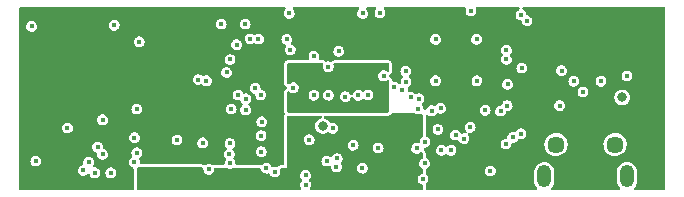
<source format=gbr>
%TF.GenerationSoftware,KiCad,Pcbnew,(6.0.0)*%
%TF.CreationDate,2022-04-23T18:16:10+01:00*%
%TF.ProjectId,pcb I,70636220-492e-46b6-9963-61645f706362,rev?*%
%TF.SameCoordinates,Original*%
%TF.FileFunction,Copper,L3,Inr*%
%TF.FilePolarity,Positive*%
%FSLAX46Y46*%
G04 Gerber Fmt 4.6, Leading zero omitted, Abs format (unit mm)*
G04 Created by KiCad (PCBNEW (6.0.0)) date 2022-04-23 18:16:10*
%MOMM*%
%LPD*%
G01*
G04 APERTURE LIST*
%TA.AperFunction,ComponentPad*%
%ADD10C,1.450000*%
%TD*%
%TA.AperFunction,ComponentPad*%
%ADD11O,1.200000X1.900000*%
%TD*%
%TA.AperFunction,ViaPad*%
%ADD12C,0.400000*%
%TD*%
%TA.AperFunction,ViaPad*%
%ADD13C,0.800000*%
%TD*%
G04 APERTURE END LIST*
D10*
%TO.N,GND*%
%TO.C,CN70*%
X120500000Y-91900000D03*
D11*
X119500000Y-94600000D03*
D10*
X125500000Y-91900000D03*
D11*
X126500000Y-94600000D03*
%TD*%
D12*
%TO.N,GND*%
X79132003Y-90500000D03*
X101089163Y-93302621D03*
X105600000Y-80763000D03*
X76100000Y-81900000D03*
X85000000Y-92600000D03*
X110300000Y-86500000D03*
X104100000Y-93900000D03*
X76450000Y-93300000D03*
X85000000Y-88900000D03*
X91100000Y-94000000D03*
X100000000Y-87724500D03*
X113781250Y-82981250D03*
X120800000Y-88600000D03*
X106800000Y-87037011D03*
D13*
X100752637Y-90330920D03*
D12*
X110300000Y-83000000D03*
X109240000Y-94830000D03*
X82100000Y-89800000D03*
X113800000Y-86500000D03*
X85200000Y-83200000D03*
X97900000Y-80800000D03*
D13*
X126100000Y-87900000D03*
D12*
X90584423Y-91759073D03*
X99300000Y-95300000D03*
%TO.N,Net-(C20-Pad1)*%
X102645499Y-87839545D03*
%TO.N,GNDA*%
X103750000Y-87725000D03*
X95527595Y-92493646D03*
X105900000Y-86073989D03*
X101219399Y-85317553D03*
%TO.N,/~{RESET}*%
X83100000Y-81800000D03*
X113300000Y-80600000D03*
X109365892Y-93500017D03*
X103322740Y-91964840D03*
%TO.N,Net-(C22-Pad1)*%
X101900000Y-93800000D03*
%TO.N,Net-(C23-Pad1)*%
X101967561Y-93084032D03*
%TO.N,+3.3VA*%
X86980500Y-94100498D03*
X122785880Y-87463000D03*
X104100000Y-93100000D03*
X99600000Y-90500000D03*
X107900000Y-90000000D03*
X100419666Y-93619666D03*
X108100000Y-93973989D03*
%TO.N,+3V3*%
X111900000Y-90159700D03*
X98800000Y-82906060D03*
X110100000Y-91548711D03*
X76950000Y-89400000D03*
X107925000Y-84500000D03*
X89400000Y-93200000D03*
X108600000Y-80763000D03*
X82800000Y-92700000D03*
X83600000Y-88900000D03*
X96663104Y-93199565D03*
X115500000Y-80831011D03*
%TO.N,VDDA*%
X105500000Y-87800000D03*
X102226162Y-85475221D03*
%TO.N,VBUS*%
X104125000Y-80800000D03*
X94220000Y-88960000D03*
%TO.N,+1V8*%
X101600000Y-90530920D03*
X98254369Y-87090849D03*
X84800000Y-91310480D03*
X96710000Y-94230000D03*
%TO.N,/MISO*%
X110500931Y-90622700D03*
X113238000Y-90437000D03*
X126505000Y-86095000D03*
%TO.N,/SCLK*%
X124300000Y-86536480D03*
X108701608Y-92231489D03*
X112700000Y-91400000D03*
%TO.N,/MOSI*%
X109400931Y-91700931D03*
X122000000Y-86536480D03*
X112000000Y-91100000D03*
%TO.N,/D5*%
X116259517Y-91859517D03*
X120977967Y-85634958D03*
X115810862Y-89073480D03*
%TO.N,/D13*%
X116816826Y-91305571D03*
%TO.N,/GPIO1*%
X111600000Y-92400000D03*
%TO.N,/D6*%
X105437000Y-92200498D03*
X117529621Y-90979051D03*
%TO.N,/GPIO0*%
X110794500Y-92400000D03*
%TO.N,/SCL*%
X116303119Y-83906021D03*
%TO.N,/SDA*%
X116300000Y-84700000D03*
%TO.N,/D2*%
X94238503Y-88033989D03*
X114500000Y-89000000D03*
X95300000Y-82956604D03*
%TO.N,/CHRG_STAT*%
X92600000Y-85800000D03*
X95973500Y-93900000D03*
X107495210Y-87295210D03*
%TO.N,/A4*%
X90200000Y-86400000D03*
X88400500Y-91520949D03*
X107800000Y-86600000D03*
%TO.N,/vs1053_RIGHT*%
X95021962Y-87145007D03*
X104582417Y-87713502D03*
X95524234Y-91140347D03*
%TO.N,/vs1053_LEFT*%
X95584287Y-89963046D03*
X101219594Y-87718396D03*
X95500000Y-87700000D03*
%TO.N,/AOHPR*%
X81454173Y-94299989D03*
X81675919Y-92112023D03*
X92834598Y-92734598D03*
%TO.N,/AOHPL*%
X82100000Y-92720949D03*
X92900000Y-93500000D03*
X82800000Y-94300000D03*
%TO.N,/LED1*%
X94175000Y-81704084D03*
X102100000Y-84000000D03*
%TO.N,/LED2*%
X100000000Y-84400000D03*
X92150000Y-81704084D03*
%TO.N,/D9*%
X108200000Y-87900000D03*
X99600000Y-91500000D03*
%TO.N,/D4*%
X84800000Y-93400000D03*
X90900000Y-86500000D03*
X108900000Y-88012000D03*
%TO.N,/D3*%
X108826011Y-88900000D03*
%TO.N,/BM83_UART_RX*%
X109958987Y-89043649D03*
X98000000Y-83877880D03*
%TO.N,/BM83_UART_TX*%
X110726967Y-88828112D03*
X97700000Y-83000000D03*
%TO.N,/D11*%
X94600000Y-82956604D03*
X116353826Y-88600000D03*
X93569077Y-87716831D03*
%TO.N,/D10*%
X99290500Y-94500000D03*
X116400000Y-86800000D03*
%TO.N,/D7*%
X93461279Y-83440543D03*
X92900000Y-91808587D03*
X117600000Y-85424502D03*
%TO.N,/D-*%
X118033623Y-81407894D03*
%TO.N,/D+*%
X117538647Y-80912918D03*
%TO.N,/DMIC1_CLK*%
X80468494Y-94100000D03*
%TO.N,/DMIC1_L*%
X80931494Y-93373989D03*
%TO.N,Net-(D10-Pad2)*%
X114936180Y-94150000D03*
%TO.N,/A3*%
X93000000Y-88900000D03*
X92900000Y-84700000D03*
X107778315Y-85707885D03*
%TD*%
%TA.AperFunction,Conductor*%
%TO.N,+3V3*%
G36*
X97564522Y-80274002D02*
G01*
X97611015Y-80327658D01*
X97621119Y-80397932D01*
X97590842Y-80463407D01*
X97522164Y-80541170D01*
X97522160Y-80541176D01*
X97516219Y-80547903D01*
X97512404Y-80556028D01*
X97512403Y-80556030D01*
X97482076Y-80620625D01*
X97460890Y-80665751D01*
X97459509Y-80674620D01*
X97443308Y-80778669D01*
X97440860Y-80794390D01*
X97442024Y-80803292D01*
X97442024Y-80803295D01*
X97456577Y-80914582D01*
X97457741Y-80923481D01*
X97510174Y-81042645D01*
X97593946Y-81142303D01*
X97601414Y-81147274D01*
X97601415Y-81147275D01*
X97694850Y-81209472D01*
X97694853Y-81209473D01*
X97702320Y-81214444D01*
X97710887Y-81217120D01*
X97710888Y-81217121D01*
X97732171Y-81223770D01*
X97826587Y-81253267D01*
X97835560Y-81253431D01*
X97835563Y-81253432D01*
X97892790Y-81254481D01*
X97956755Y-81255653D01*
X98008917Y-81241432D01*
X98073701Y-81223770D01*
X98073703Y-81223769D01*
X98082360Y-81221409D01*
X98193306Y-81153288D01*
X98232239Y-81110275D01*
X98274644Y-81063427D01*
X98274645Y-81063426D01*
X98280672Y-81056767D01*
X98290541Y-81036399D01*
X98333522Y-80947685D01*
X98333522Y-80947684D01*
X98337437Y-80939604D01*
X98359037Y-80811219D01*
X98359174Y-80800000D01*
X98340718Y-80671125D01*
X98306189Y-80595183D01*
X98290548Y-80560782D01*
X98290547Y-80560780D01*
X98286832Y-80552610D01*
X98208969Y-80462245D01*
X98179657Y-80397585D01*
X98189956Y-80327339D01*
X98236598Y-80273813D01*
X98304424Y-80254000D01*
X103721401Y-80254000D01*
X103789522Y-80274002D01*
X103836015Y-80327658D01*
X103846119Y-80397932D01*
X103815842Y-80463407D01*
X103747164Y-80541170D01*
X103747160Y-80541176D01*
X103741219Y-80547903D01*
X103737404Y-80556028D01*
X103737403Y-80556030D01*
X103707076Y-80620625D01*
X103685890Y-80665751D01*
X103684509Y-80674620D01*
X103668308Y-80778669D01*
X103665860Y-80794390D01*
X103667024Y-80803292D01*
X103667024Y-80803295D01*
X103681577Y-80914582D01*
X103682741Y-80923481D01*
X103735174Y-81042645D01*
X103818946Y-81142303D01*
X103826414Y-81147274D01*
X103826415Y-81147275D01*
X103919850Y-81209472D01*
X103919853Y-81209473D01*
X103927320Y-81214444D01*
X103935887Y-81217120D01*
X103935888Y-81217121D01*
X103957171Y-81223770D01*
X104051587Y-81253267D01*
X104060560Y-81253431D01*
X104060563Y-81253432D01*
X104117790Y-81254481D01*
X104181755Y-81255653D01*
X104233917Y-81241432D01*
X104298701Y-81223770D01*
X104298703Y-81223769D01*
X104307360Y-81221409D01*
X104418306Y-81153288D01*
X104457239Y-81110275D01*
X104499644Y-81063427D01*
X104499645Y-81063426D01*
X104505672Y-81056767D01*
X104515541Y-81036399D01*
X104558522Y-80947685D01*
X104558522Y-80947684D01*
X104562437Y-80939604D01*
X104584037Y-80811219D01*
X104584174Y-80800000D01*
X104565718Y-80671125D01*
X104531189Y-80595183D01*
X104515548Y-80560782D01*
X104515547Y-80560780D01*
X104511832Y-80552610D01*
X104433969Y-80462245D01*
X104404657Y-80397585D01*
X104414956Y-80327339D01*
X104461598Y-80273813D01*
X104529424Y-80254000D01*
X105163724Y-80254000D01*
X105231845Y-80274002D01*
X105278338Y-80327658D01*
X105288442Y-80397932D01*
X105258165Y-80463408D01*
X105222161Y-80504174D01*
X105222159Y-80504178D01*
X105216219Y-80510903D01*
X105212404Y-80519028D01*
X105212403Y-80519030D01*
X105177022Y-80594390D01*
X105160890Y-80628751D01*
X105159509Y-80637620D01*
X105144861Y-80731696D01*
X105140860Y-80757390D01*
X105142024Y-80766292D01*
X105142024Y-80766295D01*
X105152611Y-80847253D01*
X105157741Y-80886481D01*
X105210174Y-81005645D01*
X105293946Y-81105303D01*
X105301414Y-81110274D01*
X105301415Y-81110275D01*
X105394850Y-81172472D01*
X105394853Y-81172473D01*
X105402320Y-81177444D01*
X105410887Y-81180120D01*
X105410888Y-81180121D01*
X105432171Y-81186770D01*
X105526587Y-81216267D01*
X105535560Y-81216431D01*
X105535563Y-81216432D01*
X105592790Y-81217481D01*
X105656755Y-81218653D01*
X105708917Y-81204432D01*
X105773701Y-81186770D01*
X105773703Y-81186769D01*
X105782360Y-81184409D01*
X105893306Y-81116288D01*
X105909467Y-81098434D01*
X105974644Y-81026427D01*
X105974645Y-81026426D01*
X105980672Y-81019767D01*
X105992213Y-80995948D01*
X106033522Y-80910685D01*
X106033522Y-80910684D01*
X106037437Y-80902604D01*
X106059037Y-80774219D01*
X106059174Y-80763000D01*
X106040718Y-80634125D01*
X105986832Y-80515610D01*
X105940850Y-80462245D01*
X105911538Y-80397585D01*
X105921837Y-80327339D01*
X105968479Y-80273813D01*
X106036305Y-80254000D01*
X112761954Y-80254000D01*
X112830075Y-80274002D01*
X112876568Y-80327658D01*
X112886672Y-80397932D01*
X112876009Y-80433548D01*
X112860890Y-80465751D01*
X112859509Y-80474620D01*
X112844081Y-80573705D01*
X112840860Y-80594390D01*
X112842024Y-80603292D01*
X112842024Y-80603295D01*
X112852057Y-80680015D01*
X112857741Y-80723481D01*
X112910174Y-80842645D01*
X112993946Y-80942303D01*
X113001414Y-80947274D01*
X113001415Y-80947275D01*
X113094850Y-81009472D01*
X113094853Y-81009473D01*
X113102320Y-81014444D01*
X113110887Y-81017120D01*
X113110888Y-81017121D01*
X113132171Y-81023770D01*
X113226587Y-81053267D01*
X113235560Y-81053431D01*
X113235563Y-81053432D01*
X113292790Y-81054481D01*
X113356755Y-81055653D01*
X113460019Y-81027500D01*
X113473701Y-81023770D01*
X113473703Y-81023769D01*
X113482360Y-81021409D01*
X113593306Y-80953288D01*
X113612850Y-80931696D01*
X113674644Y-80863427D01*
X113674645Y-80863426D01*
X113680672Y-80856767D01*
X113685282Y-80847253D01*
X113733522Y-80747685D01*
X113733522Y-80747684D01*
X113737437Y-80739604D01*
X113759037Y-80611219D01*
X113759174Y-80600000D01*
X113740718Y-80471125D01*
X113737004Y-80462956D01*
X113737002Y-80462950D01*
X113722998Y-80432151D01*
X113713012Y-80361861D01*
X113742612Y-80297329D01*
X113802402Y-80259045D01*
X113837699Y-80254000D01*
X117300026Y-80254000D01*
X117368147Y-80274002D01*
X117414640Y-80327658D01*
X117424744Y-80397932D01*
X117395250Y-80462512D01*
X117354413Y-80492836D01*
X117351152Y-80493768D01*
X117241047Y-80563239D01*
X117235105Y-80569967D01*
X117235104Y-80569968D01*
X117212835Y-80595183D01*
X117154866Y-80660821D01*
X117151051Y-80668946D01*
X117151050Y-80668948D01*
X117104612Y-80767860D01*
X117099537Y-80778669D01*
X117098156Y-80787538D01*
X117081471Y-80894696D01*
X117079507Y-80907308D01*
X117080671Y-80916210D01*
X117080671Y-80916213D01*
X117095084Y-81026427D01*
X117096388Y-81036399D01*
X117148821Y-81155563D01*
X117232593Y-81255221D01*
X117240061Y-81260192D01*
X117240062Y-81260193D01*
X117333497Y-81322390D01*
X117333500Y-81322391D01*
X117340967Y-81327362D01*
X117349534Y-81330038D01*
X117349535Y-81330039D01*
X117396404Y-81344681D01*
X117465234Y-81366185D01*
X117474210Y-81366350D01*
X117479231Y-81367163D01*
X117543277Y-81397801D01*
X117580592Y-81458200D01*
X117584018Y-81475201D01*
X117591364Y-81531375D01*
X117643797Y-81650539D01*
X117727569Y-81750197D01*
X117735037Y-81755168D01*
X117735038Y-81755169D01*
X117828473Y-81817366D01*
X117828476Y-81817367D01*
X117835943Y-81822338D01*
X117844510Y-81825014D01*
X117844511Y-81825015D01*
X117865794Y-81831664D01*
X117960210Y-81861161D01*
X117969183Y-81861325D01*
X117969186Y-81861326D01*
X118026413Y-81862375D01*
X118090378Y-81863547D01*
X118163220Y-81843688D01*
X118207324Y-81831664D01*
X118207326Y-81831663D01*
X118215983Y-81829303D01*
X118287294Y-81785518D01*
X118319281Y-81765878D01*
X118319282Y-81765878D01*
X118326929Y-81761182D01*
X118364117Y-81720097D01*
X118408267Y-81671321D01*
X118408268Y-81671320D01*
X118414295Y-81664661D01*
X118422415Y-81647903D01*
X118467145Y-81555579D01*
X118467145Y-81555578D01*
X118471060Y-81547498D01*
X118492660Y-81419113D01*
X118492797Y-81407894D01*
X118474341Y-81279019D01*
X118431324Y-81184409D01*
X118424171Y-81168676D01*
X118424170Y-81168674D01*
X118420455Y-81160504D01*
X118335473Y-81061877D01*
X118226224Y-80991066D01*
X118101493Y-80953764D01*
X118093891Y-80953717D01*
X118030101Y-80924154D01*
X117992052Y-80864215D01*
X117988420Y-80847270D01*
X117979365Y-80784043D01*
X117925479Y-80665528D01*
X117864183Y-80594390D01*
X117846360Y-80573705D01*
X117846359Y-80573704D01*
X117840497Y-80566901D01*
X117731248Y-80496090D01*
X117723987Y-80493919D01*
X117671066Y-80447652D01*
X117651365Y-80379443D01*
X117671668Y-80311412D01*
X117725529Y-80265156D01*
X117777364Y-80254000D01*
X129620000Y-80254000D01*
X129688121Y-80274002D01*
X129734614Y-80327658D01*
X129746000Y-80380000D01*
X129746000Y-95620000D01*
X129725998Y-95688121D01*
X129672342Y-95734614D01*
X129620000Y-95746000D01*
X127221868Y-95746000D01*
X127153747Y-95725998D01*
X127107254Y-95672342D01*
X127097150Y-95602068D01*
X127125000Y-95544701D01*
X127122454Y-95542755D01*
X127231075Y-95400685D01*
X127231077Y-95400681D01*
X127235219Y-95395264D01*
X127238102Y-95389082D01*
X127310802Y-95233177D01*
X127310803Y-95233174D01*
X127313682Y-95227000D01*
X127354182Y-95045812D01*
X127354500Y-95040124D01*
X127354500Y-94203615D01*
X127339488Y-94065427D01*
X127290634Y-93920261D01*
X127282448Y-93895936D01*
X127282447Y-93895934D01*
X127280270Y-93889465D01*
X127184649Y-93730323D01*
X127179037Y-93724388D01*
X127061773Y-93600386D01*
X127061771Y-93600384D01*
X127057084Y-93595428D01*
X126903529Y-93491072D01*
X126897195Y-93488539D01*
X126897192Y-93488537D01*
X126737484Y-93424658D01*
X126737479Y-93424657D01*
X126731147Y-93422124D01*
X126724420Y-93421010D01*
X126724415Y-93421009D01*
X126554718Y-93392916D01*
X126554715Y-93392916D01*
X126547981Y-93391801D01*
X126541164Y-93392158D01*
X126541160Y-93392158D01*
X126391540Y-93400000D01*
X126362576Y-93401518D01*
X126356004Y-93403328D01*
X126355999Y-93403329D01*
X126201757Y-93445815D01*
X126183583Y-93450821D01*
X126019352Y-93537410D01*
X125877546Y-93657245D01*
X125873399Y-93662668D01*
X125873398Y-93662670D01*
X125768925Y-93799315D01*
X125768923Y-93799319D01*
X125764781Y-93804736D01*
X125761899Y-93810916D01*
X125761898Y-93810918D01*
X125691455Y-93961984D01*
X125686318Y-93973000D01*
X125684832Y-93979648D01*
X125684831Y-93979651D01*
X125665658Y-94065427D01*
X125645818Y-94154188D01*
X125645500Y-94159876D01*
X125645500Y-94996385D01*
X125660512Y-95134573D01*
X125719730Y-95310535D01*
X125815351Y-95469677D01*
X125820039Y-95474634D01*
X125820041Y-95474637D01*
X125875637Y-95533427D01*
X125907909Y-95596664D01*
X125900869Y-95667311D01*
X125856753Y-95722937D01*
X125784089Y-95746000D01*
X120221868Y-95746000D01*
X120153747Y-95725998D01*
X120107254Y-95672342D01*
X120097150Y-95602068D01*
X120125000Y-95544701D01*
X120122454Y-95542755D01*
X120231075Y-95400685D01*
X120231077Y-95400681D01*
X120235219Y-95395264D01*
X120238102Y-95389082D01*
X120310802Y-95233177D01*
X120310803Y-95233174D01*
X120313682Y-95227000D01*
X120354182Y-95045812D01*
X120354500Y-95040124D01*
X120354500Y-94203615D01*
X120339488Y-94065427D01*
X120290634Y-93920261D01*
X120282448Y-93895936D01*
X120282447Y-93895934D01*
X120280270Y-93889465D01*
X120184649Y-93730323D01*
X120179037Y-93724388D01*
X120061773Y-93600386D01*
X120061771Y-93600384D01*
X120057084Y-93595428D01*
X119903529Y-93491072D01*
X119897195Y-93488539D01*
X119897192Y-93488537D01*
X119737484Y-93424658D01*
X119737479Y-93424657D01*
X119731147Y-93422124D01*
X119724420Y-93421010D01*
X119724415Y-93421009D01*
X119554718Y-93392916D01*
X119554715Y-93392916D01*
X119547981Y-93391801D01*
X119541164Y-93392158D01*
X119541160Y-93392158D01*
X119391540Y-93400000D01*
X119362576Y-93401518D01*
X119356004Y-93403328D01*
X119355999Y-93403329D01*
X119201757Y-93445815D01*
X119183583Y-93450821D01*
X119019352Y-93537410D01*
X118877546Y-93657245D01*
X118873399Y-93662668D01*
X118873398Y-93662670D01*
X118768925Y-93799315D01*
X118768923Y-93799319D01*
X118764781Y-93804736D01*
X118761899Y-93810916D01*
X118761898Y-93810918D01*
X118691455Y-93961984D01*
X118686318Y-93973000D01*
X118684832Y-93979648D01*
X118684831Y-93979651D01*
X118665658Y-94065427D01*
X118645818Y-94154188D01*
X118645500Y-94159876D01*
X118645500Y-94996385D01*
X118660512Y-95134573D01*
X118719730Y-95310535D01*
X118815351Y-95469677D01*
X118820039Y-95474634D01*
X118820041Y-95474637D01*
X118875637Y-95533427D01*
X118907909Y-95596664D01*
X118900869Y-95667311D01*
X118856753Y-95722937D01*
X118784089Y-95746000D01*
X109603472Y-95746000D01*
X109535351Y-95725998D01*
X109488858Y-95672342D01*
X109479057Y-95618598D01*
X109477599Y-95618603D01*
X109477286Y-95533493D01*
X109476770Y-95393032D01*
X109476770Y-95393006D01*
X109476766Y-95392053D01*
X109476239Y-95376597D01*
X109475249Y-95361287D01*
X109466809Y-95326481D01*
X109470194Y-95255565D01*
X109511382Y-95197737D01*
X109523332Y-95189413D01*
X109525650Y-95187990D01*
X109525656Y-95187985D01*
X109533306Y-95183288D01*
X109539331Y-95176632D01*
X109539333Y-95176630D01*
X109614644Y-95093427D01*
X109614645Y-95093426D01*
X109620672Y-95086767D01*
X109642864Y-95040964D01*
X109673522Y-94977685D01*
X109673522Y-94977684D01*
X109677437Y-94969604D01*
X109699037Y-94841219D01*
X109699174Y-94830000D01*
X109680718Y-94701125D01*
X109637234Y-94605488D01*
X109630548Y-94590782D01*
X109630547Y-94590780D01*
X109626832Y-94582610D01*
X109584341Y-94533296D01*
X109547713Y-94490787D01*
X109547712Y-94490786D01*
X109541850Y-94483983D01*
X109534317Y-94479100D01*
X109534312Y-94479096D01*
X109517477Y-94468184D01*
X109471194Y-94414348D01*
X109461364Y-94344035D01*
X109461946Y-94340812D01*
X109462605Y-94338537D01*
X109472630Y-94266940D01*
X109472179Y-94144390D01*
X114477040Y-94144390D01*
X114478204Y-94153292D01*
X114478204Y-94153295D01*
X114489491Y-94239604D01*
X114493921Y-94273481D01*
X114546354Y-94392645D01*
X114630126Y-94492303D01*
X114637594Y-94497274D01*
X114637595Y-94497275D01*
X114731030Y-94559472D01*
X114731033Y-94559473D01*
X114738500Y-94564444D01*
X114747067Y-94567120D01*
X114747068Y-94567121D01*
X114768351Y-94573770D01*
X114862767Y-94603267D01*
X114871740Y-94603431D01*
X114871743Y-94603432D01*
X114928970Y-94604481D01*
X114992935Y-94605653D01*
X115047481Y-94590782D01*
X115109881Y-94573770D01*
X115109883Y-94573769D01*
X115118540Y-94571409D01*
X115211317Y-94514444D01*
X115221838Y-94507984D01*
X115221839Y-94507984D01*
X115229486Y-94503288D01*
X115239429Y-94492303D01*
X115310824Y-94413427D01*
X115310825Y-94413426D01*
X115316852Y-94406767D01*
X115337263Y-94364640D01*
X115369702Y-94297685D01*
X115369702Y-94297684D01*
X115373617Y-94289604D01*
X115395217Y-94161219D01*
X115395354Y-94150000D01*
X115376898Y-94021125D01*
X115331567Y-93921426D01*
X115326728Y-93910782D01*
X115326727Y-93910780D01*
X115323012Y-93902610D01*
X115274122Y-93845870D01*
X115243893Y-93810787D01*
X115243892Y-93810786D01*
X115238030Y-93803983D01*
X115128781Y-93733172D01*
X115004050Y-93695870D01*
X114995074Y-93695815D01*
X114995073Y-93695815D01*
X114941858Y-93695490D01*
X114873863Y-93695074D01*
X114748685Y-93730850D01*
X114741098Y-93735637D01*
X114741096Y-93735638D01*
X114695462Y-93764431D01*
X114638580Y-93800321D01*
X114632638Y-93807049D01*
X114632637Y-93807050D01*
X114610862Y-93831706D01*
X114552399Y-93897903D01*
X114548584Y-93906028D01*
X114548583Y-93906030D01*
X114517141Y-93973000D01*
X114497070Y-94015751D01*
X114495689Y-94024620D01*
X114483439Y-94103295D01*
X114477040Y-94144390D01*
X109472179Y-94144390D01*
X109471782Y-94036361D01*
X109491533Y-93968168D01*
X109545490Y-93922179D01*
X109548252Y-93921426D01*
X109555902Y-93916729D01*
X109651550Y-93858001D01*
X109651551Y-93858001D01*
X109659198Y-93853305D01*
X109666606Y-93845121D01*
X109740536Y-93763444D01*
X109740537Y-93763443D01*
X109746564Y-93756784D01*
X109757197Y-93734839D01*
X109799414Y-93647702D01*
X109799414Y-93647701D01*
X109803329Y-93639621D01*
X109824929Y-93511236D01*
X109825066Y-93500017D01*
X109806610Y-93371142D01*
X109761135Y-93271125D01*
X109756440Y-93260799D01*
X109756439Y-93260797D01*
X109752724Y-93252627D01*
X109685509Y-93174620D01*
X109673605Y-93160804D01*
X109673604Y-93160803D01*
X109667742Y-93154000D01*
X109558493Y-93083189D01*
X109549892Y-93080617D01*
X109541746Y-93076853D01*
X109543263Y-93073570D01*
X109498158Y-93044232D01*
X109469020Y-92979490D01*
X109467835Y-92962707D01*
X109466772Y-92673552D01*
X109466772Y-92673550D01*
X109466756Y-92669239D01*
X109465936Y-92663427D01*
X109457687Y-92605011D01*
X109457687Y-92605010D01*
X109457084Y-92600741D01*
X109454664Y-92592223D01*
X109439213Y-92537854D01*
X109439212Y-92537851D01*
X109438497Y-92535335D01*
X109436168Y-92529144D01*
X109430687Y-92514582D01*
X109423653Y-92495890D01*
X109364519Y-92416359D01*
X109340221Y-92394390D01*
X110335360Y-92394390D01*
X110336524Y-92403292D01*
X110336524Y-92403295D01*
X110351077Y-92514582D01*
X110352241Y-92523481D01*
X110404674Y-92642645D01*
X110488446Y-92742303D01*
X110495914Y-92747274D01*
X110495915Y-92747275D01*
X110589350Y-92809472D01*
X110589353Y-92809473D01*
X110596820Y-92814444D01*
X110605387Y-92817120D01*
X110605388Y-92817121D01*
X110626671Y-92823770D01*
X110721087Y-92853267D01*
X110730060Y-92853431D01*
X110730063Y-92853432D01*
X110787290Y-92854481D01*
X110851255Y-92855653D01*
X110923554Y-92835942D01*
X110968201Y-92823770D01*
X110968203Y-92823769D01*
X110976860Y-92821409D01*
X111087806Y-92753288D01*
X111102548Y-92737002D01*
X111163090Y-92699920D01*
X111234070Y-92701457D01*
X111279396Y-92731778D01*
X111281478Y-92729449D01*
X111288172Y-92735434D01*
X111293946Y-92742303D01*
X111301414Y-92747274D01*
X111301415Y-92747275D01*
X111394850Y-92809472D01*
X111394853Y-92809473D01*
X111402320Y-92814444D01*
X111410887Y-92817120D01*
X111410888Y-92817121D01*
X111432171Y-92823770D01*
X111526587Y-92853267D01*
X111535560Y-92853431D01*
X111535563Y-92853432D01*
X111592790Y-92854481D01*
X111656755Y-92855653D01*
X111729054Y-92835942D01*
X111773701Y-92823770D01*
X111773703Y-92823769D01*
X111782360Y-92821409D01*
X111893306Y-92753288D01*
X111899330Y-92746633D01*
X111974644Y-92663427D01*
X111974645Y-92663426D01*
X111980672Y-92656767D01*
X111995898Y-92625342D01*
X112033522Y-92547685D01*
X112033522Y-92547684D01*
X112037437Y-92539604D01*
X112059037Y-92411219D01*
X112059174Y-92400000D01*
X112040718Y-92271125D01*
X112007888Y-92198919D01*
X111990548Y-92160782D01*
X111990547Y-92160780D01*
X111986832Y-92152610D01*
X111927369Y-92083599D01*
X111907713Y-92060787D01*
X111907712Y-92060786D01*
X111901850Y-92053983D01*
X111792601Y-91983172D01*
X111667870Y-91945870D01*
X111658894Y-91945815D01*
X111658893Y-91945815D01*
X111605678Y-91945490D01*
X111537683Y-91945074D01*
X111412505Y-91980850D01*
X111404918Y-91985637D01*
X111404916Y-91985638D01*
X111368541Y-92008589D01*
X111302400Y-92050321D01*
X111296458Y-92057049D01*
X111296457Y-92057050D01*
X111292120Y-92061961D01*
X111232034Y-92099780D01*
X111161041Y-92099110D01*
X111109798Y-92065735D01*
X111108971Y-92066683D01*
X111102250Y-92060820D01*
X111102229Y-92060806D01*
X111096350Y-92053983D01*
X110987101Y-91983172D01*
X110862370Y-91945870D01*
X110853394Y-91945815D01*
X110853393Y-91945815D01*
X110800178Y-91945490D01*
X110732183Y-91945074D01*
X110607005Y-91980850D01*
X110599418Y-91985637D01*
X110599416Y-91985638D01*
X110563041Y-92008589D01*
X110496900Y-92050321D01*
X110490958Y-92057049D01*
X110490957Y-92057050D01*
X110446661Y-92107206D01*
X110410719Y-92147903D01*
X110406904Y-92156028D01*
X110406903Y-92156030D01*
X110362937Y-92249676D01*
X110355390Y-92265751D01*
X110354009Y-92274620D01*
X110336835Y-92384919D01*
X110335360Y-92394390D01*
X109340221Y-92394390D01*
X109318852Y-92375069D01*
X109281739Y-92314548D01*
X109283237Y-92243567D01*
X109322872Y-92184664D01*
X109388061Y-92156541D01*
X109405660Y-92155630D01*
X109457686Y-92156584D01*
X109521534Y-92139177D01*
X109574632Y-92124701D01*
X109574634Y-92124700D01*
X109583291Y-92122340D01*
X109666040Y-92071532D01*
X109686589Y-92058915D01*
X109686590Y-92058915D01*
X109694237Y-92054219D01*
X109704379Y-92043014D01*
X109775575Y-91964358D01*
X109775576Y-91964357D01*
X109781603Y-91957698D01*
X109787361Y-91945815D01*
X109834453Y-91848616D01*
X109834453Y-91848615D01*
X109838368Y-91840535D01*
X109859968Y-91712150D01*
X109860105Y-91700931D01*
X109841649Y-91572056D01*
X109793263Y-91465637D01*
X109791479Y-91461713D01*
X109791478Y-91461711D01*
X109787763Y-91453541D01*
X109730403Y-91386971D01*
X109708644Y-91361718D01*
X109708643Y-91361717D01*
X109702781Y-91354914D01*
X109593532Y-91284103D01*
X109551069Y-91271404D01*
X109491538Y-91232725D01*
X109462368Y-91167998D01*
X109461174Y-91151151D01*
X109461158Y-91146706D01*
X109460966Y-91094390D01*
X111540860Y-91094390D01*
X111542024Y-91103292D01*
X111542024Y-91103295D01*
X111556141Y-91211248D01*
X111557741Y-91223481D01*
X111610174Y-91342645D01*
X111693946Y-91442303D01*
X111701414Y-91447274D01*
X111701415Y-91447275D01*
X111794850Y-91509472D01*
X111794853Y-91509473D01*
X111802320Y-91514444D01*
X111810887Y-91517120D01*
X111810888Y-91517121D01*
X111857757Y-91531763D01*
X111926587Y-91553267D01*
X111935560Y-91553431D01*
X111935563Y-91553432D01*
X111992790Y-91554481D01*
X112056755Y-91555653D01*
X112144107Y-91531838D01*
X112215090Y-91533218D01*
X112274059Y-91572755D01*
X112292578Y-91602655D01*
X112310174Y-91642645D01*
X112393946Y-91742303D01*
X112401414Y-91747274D01*
X112401415Y-91747275D01*
X112494850Y-91809472D01*
X112494853Y-91809473D01*
X112502320Y-91814444D01*
X112510887Y-91817120D01*
X112510888Y-91817121D01*
X112532171Y-91823770D01*
X112626587Y-91853267D01*
X112635560Y-91853431D01*
X112635563Y-91853432D01*
X112692790Y-91854481D01*
X112756755Y-91855653D01*
X112763159Y-91853907D01*
X115800377Y-91853907D01*
X115801541Y-91862809D01*
X115801541Y-91862812D01*
X115813973Y-91957879D01*
X115817258Y-91982998D01*
X115869691Y-92102162D01*
X115953463Y-92201820D01*
X115960931Y-92206791D01*
X115960932Y-92206792D01*
X116054367Y-92268989D01*
X116054370Y-92268990D01*
X116061837Y-92273961D01*
X116070404Y-92276637D01*
X116070405Y-92276638D01*
X116117274Y-92291280D01*
X116186104Y-92312784D01*
X116195077Y-92312948D01*
X116195080Y-92312949D01*
X116252307Y-92313998D01*
X116316272Y-92315170D01*
X116370719Y-92300326D01*
X116433218Y-92283287D01*
X116433220Y-92283286D01*
X116441877Y-92280926D01*
X116524825Y-92229996D01*
X116545175Y-92217501D01*
X116545176Y-92217501D01*
X116552823Y-92212805D01*
X116568984Y-92194951D01*
X116634161Y-92122944D01*
X116634162Y-92122943D01*
X116640189Y-92116284D01*
X116644588Y-92107206D01*
X116693039Y-92007202D01*
X116693039Y-92007201D01*
X116696954Y-91999121D01*
X116715943Y-91886258D01*
X119515857Y-91886258D01*
X119518957Y-91923169D01*
X119530612Y-92061961D01*
X119531931Y-92077674D01*
X119533630Y-92083599D01*
X119582487Y-92253983D01*
X119584878Y-92262323D01*
X119595652Y-92283287D01*
X119658133Y-92404860D01*
X119672682Y-92433170D01*
X119676508Y-92437997D01*
X119788169Y-92578880D01*
X119788173Y-92578885D01*
X119791998Y-92583710D01*
X119796692Y-92587705D01*
X119918008Y-92690953D01*
X119938281Y-92708207D01*
X119943659Y-92711213D01*
X119943661Y-92711214D01*
X119989732Y-92736962D01*
X120105961Y-92801920D01*
X120288649Y-92861279D01*
X120479388Y-92884023D01*
X120485523Y-92883551D01*
X120485525Y-92883551D01*
X120664769Y-92869759D01*
X120664773Y-92869758D01*
X120670911Y-92869286D01*
X120855925Y-92817629D01*
X120861429Y-92814849D01*
X120861431Y-92814848D01*
X121021881Y-92733799D01*
X121021883Y-92733798D01*
X121027382Y-92731020D01*
X121178750Y-92612758D01*
X121182776Y-92608094D01*
X121300237Y-92472015D01*
X121300238Y-92472013D01*
X121304266Y-92467347D01*
X121308839Y-92459298D01*
X121338912Y-92406359D01*
X121399147Y-92300326D01*
X121459780Y-92118057D01*
X121483855Y-91927482D01*
X121484239Y-91900000D01*
X121482892Y-91886258D01*
X124515857Y-91886258D01*
X124518957Y-91923169D01*
X124530612Y-92061961D01*
X124531931Y-92077674D01*
X124533630Y-92083599D01*
X124582487Y-92253983D01*
X124584878Y-92262323D01*
X124595652Y-92283287D01*
X124658133Y-92404860D01*
X124672682Y-92433170D01*
X124676508Y-92437997D01*
X124788169Y-92578880D01*
X124788173Y-92578885D01*
X124791998Y-92583710D01*
X124796692Y-92587705D01*
X124918008Y-92690953D01*
X124938281Y-92708207D01*
X124943659Y-92711213D01*
X124943661Y-92711214D01*
X124989732Y-92736962D01*
X125105961Y-92801920D01*
X125288649Y-92861279D01*
X125479388Y-92884023D01*
X125485523Y-92883551D01*
X125485525Y-92883551D01*
X125664769Y-92869759D01*
X125664773Y-92869758D01*
X125670911Y-92869286D01*
X125855925Y-92817629D01*
X125861429Y-92814849D01*
X125861431Y-92814848D01*
X126021881Y-92733799D01*
X126021883Y-92733798D01*
X126027382Y-92731020D01*
X126178750Y-92612758D01*
X126182776Y-92608094D01*
X126300237Y-92472015D01*
X126300238Y-92472013D01*
X126304266Y-92467347D01*
X126308839Y-92459298D01*
X126338912Y-92406359D01*
X126399147Y-92300326D01*
X126459780Y-92118057D01*
X126483855Y-91927482D01*
X126484239Y-91900000D01*
X126465494Y-91708827D01*
X126459658Y-91689495D01*
X126430709Y-91593614D01*
X126409974Y-91524936D01*
X126319794Y-91355330D01*
X126307025Y-91339673D01*
X126222321Y-91235818D01*
X126198387Y-91206472D01*
X126193638Y-91202543D01*
X126055129Y-91087958D01*
X126055125Y-91087956D01*
X126050379Y-91084029D01*
X125881408Y-90992666D01*
X125774524Y-90959580D01*
X125703796Y-90937686D01*
X125703793Y-90937685D01*
X125697909Y-90935864D01*
X125691784Y-90935220D01*
X125691783Y-90935220D01*
X125512999Y-90916429D01*
X125512998Y-90916429D01*
X125506871Y-90915785D01*
X125427644Y-90922995D01*
X125321711Y-90932636D01*
X125321708Y-90932637D01*
X125315572Y-90933195D01*
X125309666Y-90934933D01*
X125309662Y-90934934D01*
X125176131Y-90974234D01*
X125131298Y-90987429D01*
X125125838Y-90990283D01*
X125125839Y-90990283D01*
X124966527Y-91073569D01*
X124966523Y-91073572D01*
X124961067Y-91076424D01*
X124956267Y-91080284D01*
X124956266Y-91080284D01*
X124830248Y-91181605D01*
X124811364Y-91196788D01*
X124687891Y-91343937D01*
X124684923Y-91349335D01*
X124684920Y-91349340D01*
X124615409Y-91475781D01*
X124595351Y-91512267D01*
X124593490Y-91518134D01*
X124593489Y-91518136D01*
X124544827Y-91671540D01*
X124537269Y-91695365D01*
X124515857Y-91886258D01*
X121482892Y-91886258D01*
X121465494Y-91708827D01*
X121459658Y-91689495D01*
X121430709Y-91593614D01*
X121409974Y-91524936D01*
X121319794Y-91355330D01*
X121307025Y-91339673D01*
X121222321Y-91235818D01*
X121198387Y-91206472D01*
X121193638Y-91202543D01*
X121055129Y-91087958D01*
X121055125Y-91087956D01*
X121050379Y-91084029D01*
X120881408Y-90992666D01*
X120774524Y-90959580D01*
X120703796Y-90937686D01*
X120703793Y-90937685D01*
X120697909Y-90935864D01*
X120691784Y-90935220D01*
X120691783Y-90935220D01*
X120512999Y-90916429D01*
X120512998Y-90916429D01*
X120506871Y-90915785D01*
X120427644Y-90922995D01*
X120321711Y-90932636D01*
X120321708Y-90932637D01*
X120315572Y-90933195D01*
X120309666Y-90934933D01*
X120309662Y-90934934D01*
X120176131Y-90974234D01*
X120131298Y-90987429D01*
X120125838Y-90990283D01*
X120125839Y-90990283D01*
X119966527Y-91073569D01*
X119966523Y-91073572D01*
X119961067Y-91076424D01*
X119956267Y-91080284D01*
X119956266Y-91080284D01*
X119830248Y-91181605D01*
X119811364Y-91196788D01*
X119687891Y-91343937D01*
X119684923Y-91349335D01*
X119684920Y-91349340D01*
X119615409Y-91475781D01*
X119595351Y-91512267D01*
X119593490Y-91518134D01*
X119593489Y-91518136D01*
X119544827Y-91671540D01*
X119537269Y-91695365D01*
X119515857Y-91886258D01*
X116715943Y-91886258D01*
X116718554Y-91870736D01*
X116719540Y-91870902D01*
X116743761Y-91809375D01*
X116801354Y-91767859D01*
X116845561Y-91760710D01*
X116873581Y-91761224D01*
X116942982Y-91742303D01*
X116990527Y-91729341D01*
X116990529Y-91729340D01*
X116999186Y-91726980D01*
X117094489Y-91668464D01*
X117102484Y-91663555D01*
X117102485Y-91663555D01*
X117110132Y-91658859D01*
X117121849Y-91645914D01*
X117191470Y-91568998D01*
X117191471Y-91568997D01*
X117197498Y-91562338D01*
X117238885Y-91476915D01*
X117286588Y-91424332D01*
X117355146Y-91405887D01*
X117389845Y-91411585D01*
X117456208Y-91432318D01*
X117465181Y-91432482D01*
X117465184Y-91432483D01*
X117522411Y-91433532D01*
X117586376Y-91434704D01*
X117665780Y-91413056D01*
X117703322Y-91402821D01*
X117703324Y-91402820D01*
X117711981Y-91400460D01*
X117784183Y-91356128D01*
X117815279Y-91337035D01*
X117815280Y-91337035D01*
X117822927Y-91332339D01*
X117847073Y-91305663D01*
X117904265Y-91242478D01*
X117904266Y-91242477D01*
X117910293Y-91235818D01*
X117916271Y-91223481D01*
X117963143Y-91126736D01*
X117963143Y-91126735D01*
X117967058Y-91118655D01*
X117988658Y-90990270D01*
X117988795Y-90979051D01*
X117970339Y-90850176D01*
X117941104Y-90785878D01*
X117920169Y-90739833D01*
X117920168Y-90739831D01*
X117916453Y-90731661D01*
X117841893Y-90645129D01*
X117837334Y-90639838D01*
X117837333Y-90639837D01*
X117831471Y-90633034D01*
X117722222Y-90562223D01*
X117597491Y-90524921D01*
X117588515Y-90524866D01*
X117588514Y-90524866D01*
X117535299Y-90524541D01*
X117467304Y-90524125D01*
X117342126Y-90559901D01*
X117334539Y-90564688D01*
X117334537Y-90564689D01*
X117276621Y-90601231D01*
X117232021Y-90629372D01*
X117226079Y-90636100D01*
X117226078Y-90636101D01*
X117215178Y-90648443D01*
X117145840Y-90726954D01*
X117142025Y-90735079D01*
X117142024Y-90735081D01*
X117108578Y-90806320D01*
X117061522Y-90859483D01*
X116993194Y-90878765D01*
X116958422Y-90873489D01*
X116893301Y-90854014D01*
X116893298Y-90854014D01*
X116884696Y-90851441D01*
X116875720Y-90851386D01*
X116875719Y-90851386D01*
X116822504Y-90851061D01*
X116754509Y-90850645D01*
X116629331Y-90886421D01*
X116621744Y-90891208D01*
X116621742Y-90891209D01*
X116592797Y-90909472D01*
X116519226Y-90955892D01*
X116513284Y-90962620D01*
X116513283Y-90962621D01*
X116488853Y-90990283D01*
X116433045Y-91053474D01*
X116429230Y-91061599D01*
X116429229Y-91061601D01*
X116382664Y-91160782D01*
X116377716Y-91171322D01*
X116376335Y-91180191D01*
X116357961Y-91298195D01*
X116327716Y-91362428D01*
X116267546Y-91400112D01*
X116232691Y-91404808D01*
X116197200Y-91404591D01*
X116072022Y-91440367D01*
X116064435Y-91445154D01*
X116064433Y-91445155D01*
X116015894Y-91475781D01*
X115961917Y-91509838D01*
X115955975Y-91516566D01*
X115955974Y-91516567D01*
X115901435Y-91578321D01*
X115875736Y-91607420D01*
X115871921Y-91615545D01*
X115871920Y-91615547D01*
X115828126Y-91708827D01*
X115820407Y-91725268D01*
X115819026Y-91734137D01*
X115803838Y-91831682D01*
X115800377Y-91853907D01*
X112763159Y-91853907D01*
X112812207Y-91840535D01*
X112873701Y-91823770D01*
X112873703Y-91823769D01*
X112882360Y-91821409D01*
X112953521Y-91777716D01*
X112985658Y-91757984D01*
X112985659Y-91757984D01*
X112993306Y-91753288D01*
X113010641Y-91734137D01*
X113074644Y-91663427D01*
X113074645Y-91663426D01*
X113080672Y-91656767D01*
X113085931Y-91645914D01*
X113133522Y-91547685D01*
X113133522Y-91547684D01*
X113137437Y-91539604D01*
X113159037Y-91411219D01*
X113159174Y-91400000D01*
X113140718Y-91271125D01*
X113106919Y-91196788D01*
X113090548Y-91160782D01*
X113090547Y-91160780D01*
X113086832Y-91152610D01*
X113035882Y-91093480D01*
X113006570Y-91028818D01*
X113016870Y-90958573D01*
X113063512Y-90905047D01*
X113131688Y-90885234D01*
X113151485Y-90886855D01*
X113156015Y-90887589D01*
X113164587Y-90890267D01*
X113173561Y-90890431D01*
X113173564Y-90890432D01*
X113229671Y-90891460D01*
X113294755Y-90892653D01*
X113346917Y-90878432D01*
X113411701Y-90860770D01*
X113411703Y-90860769D01*
X113420360Y-90858409D01*
X113531306Y-90790288D01*
X113558009Y-90760787D01*
X113612644Y-90700427D01*
X113612645Y-90700426D01*
X113618672Y-90693767D01*
X113622611Y-90685638D01*
X113671522Y-90584685D01*
X113671522Y-90584684D01*
X113675437Y-90576604D01*
X113697037Y-90448219D01*
X113697174Y-90437000D01*
X113678718Y-90308125D01*
X113637155Y-90216713D01*
X113628548Y-90197782D01*
X113628547Y-90197780D01*
X113624832Y-90189610D01*
X113539850Y-90090983D01*
X113430601Y-90020172D01*
X113305870Y-89982870D01*
X113296894Y-89982815D01*
X113296893Y-89982815D01*
X113243678Y-89982490D01*
X113175683Y-89982074D01*
X113050505Y-90017850D01*
X113042918Y-90022637D01*
X113042916Y-90022638D01*
X113000317Y-90049516D01*
X112940400Y-90087321D01*
X112854219Y-90184903D01*
X112850404Y-90193028D01*
X112850403Y-90193030D01*
X112821002Y-90255653D01*
X112798890Y-90302751D01*
X112797509Y-90311620D01*
X112780862Y-90418534D01*
X112778860Y-90431390D01*
X112780024Y-90440292D01*
X112780024Y-90440295D01*
X112791091Y-90524921D01*
X112795741Y-90560481D01*
X112848174Y-90679645D01*
X112853949Y-90686515D01*
X112853952Y-90686520D01*
X112902977Y-90744842D01*
X112931498Y-90809857D01*
X112920342Y-90879972D01*
X112873050Y-90932924D01*
X112804637Y-90951903D01*
X112785468Y-90948950D01*
X112785346Y-90949769D01*
X112776472Y-90948443D01*
X112767870Y-90945870D01*
X112758894Y-90945815D01*
X112758893Y-90945815D01*
X112705678Y-90945490D01*
X112637683Y-90945074D01*
X112629053Y-90947540D01*
X112629049Y-90947541D01*
X112557275Y-90968054D01*
X112486280Y-90967542D01*
X112426833Y-90928727D01*
X112407950Y-90899056D01*
X112390549Y-90860784D01*
X112390547Y-90860781D01*
X112386832Y-90852610D01*
X112315983Y-90770385D01*
X112307713Y-90760787D01*
X112307712Y-90760786D01*
X112301850Y-90753983D01*
X112192601Y-90683172D01*
X112067870Y-90645870D01*
X112058894Y-90645815D01*
X112058893Y-90645815D01*
X112005678Y-90645490D01*
X111937683Y-90645074D01*
X111812505Y-90680850D01*
X111804918Y-90685637D01*
X111804916Y-90685638D01*
X111781477Y-90700427D01*
X111702400Y-90750321D01*
X111696458Y-90757049D01*
X111696457Y-90757050D01*
X111666767Y-90790668D01*
X111616219Y-90847903D01*
X111612404Y-90856028D01*
X111612403Y-90856030D01*
X111566751Y-90953267D01*
X111560890Y-90965751D01*
X111559509Y-90974620D01*
X111542930Y-91081098D01*
X111540860Y-91094390D01*
X109460966Y-91094390D01*
X109459211Y-90617090D01*
X110041791Y-90617090D01*
X110042955Y-90625992D01*
X110042955Y-90625995D01*
X110056347Y-90728401D01*
X110058672Y-90746181D01*
X110111105Y-90865345D01*
X110194877Y-90965003D01*
X110202345Y-90969974D01*
X110202346Y-90969975D01*
X110295781Y-91032172D01*
X110295784Y-91032173D01*
X110303251Y-91037144D01*
X110311818Y-91039820D01*
X110311819Y-91039821D01*
X110349699Y-91051655D01*
X110427518Y-91075967D01*
X110436491Y-91076131D01*
X110436494Y-91076132D01*
X110493721Y-91077181D01*
X110557686Y-91078353D01*
X110613670Y-91063090D01*
X110674632Y-91046470D01*
X110674634Y-91046469D01*
X110683291Y-91044109D01*
X110770955Y-90990283D01*
X110786589Y-90980684D01*
X110786590Y-90980684D01*
X110794237Y-90975988D01*
X110800261Y-90969333D01*
X110875575Y-90886127D01*
X110875576Y-90886126D01*
X110881603Y-90879467D01*
X110891488Y-90859066D01*
X110934453Y-90770385D01*
X110934453Y-90770384D01*
X110938368Y-90762304D01*
X110959968Y-90633919D01*
X110960036Y-90628310D01*
X110960046Y-90627560D01*
X110960046Y-90627556D01*
X110960105Y-90622700D01*
X110941649Y-90493825D01*
X110906406Y-90416313D01*
X110891479Y-90383482D01*
X110891478Y-90383480D01*
X110887763Y-90375310D01*
X110836946Y-90316334D01*
X110808644Y-90283487D01*
X110808643Y-90283486D01*
X110802781Y-90276683D01*
X110693532Y-90205872D01*
X110568801Y-90168570D01*
X110559825Y-90168515D01*
X110559824Y-90168515D01*
X110506609Y-90168190D01*
X110438614Y-90167774D01*
X110313436Y-90203550D01*
X110305849Y-90208337D01*
X110305847Y-90208338D01*
X110285131Y-90221409D01*
X110203331Y-90273021D01*
X110197389Y-90279749D01*
X110197388Y-90279750D01*
X110174780Y-90305349D01*
X110117150Y-90370603D01*
X110113335Y-90378728D01*
X110113334Y-90378730D01*
X110078459Y-90453013D01*
X110061821Y-90488451D01*
X110060440Y-90497320D01*
X110046837Y-90584685D01*
X110041791Y-90617090D01*
X109459211Y-90617090D01*
X109455065Y-89489468D01*
X109474816Y-89421276D01*
X109528301Y-89374587D01*
X109598537Y-89364224D01*
X109651150Y-89388630D01*
X109652933Y-89385952D01*
X109753837Y-89453121D01*
X109753840Y-89453122D01*
X109761307Y-89458093D01*
X109769874Y-89460769D01*
X109769875Y-89460770D01*
X109791158Y-89467419D01*
X109885574Y-89496916D01*
X109894547Y-89497080D01*
X109894550Y-89497081D01*
X109951777Y-89498130D01*
X110015742Y-89499302D01*
X110075713Y-89482952D01*
X110132688Y-89467419D01*
X110132690Y-89467418D01*
X110141347Y-89465058D01*
X110252293Y-89396937D01*
X110259812Y-89388630D01*
X110333631Y-89307076D01*
X110333632Y-89307075D01*
X110339659Y-89300416D01*
X110344123Y-89291202D01*
X110344961Y-89290279D01*
X110348592Y-89284895D01*
X110349369Y-89285419D01*
X110391827Y-89238620D01*
X110460386Y-89220176D01*
X110512361Y-89236541D01*
X110513708Y-89233716D01*
X110521818Y-89237584D01*
X110529287Y-89242556D01*
X110537854Y-89245232D01*
X110537855Y-89245233D01*
X110574774Y-89256767D01*
X110653554Y-89281379D01*
X110662527Y-89281543D01*
X110662530Y-89281544D01*
X110719757Y-89282593D01*
X110783722Y-89283765D01*
X110858321Y-89263427D01*
X110900668Y-89251882D01*
X110900670Y-89251881D01*
X110909327Y-89249521D01*
X110985672Y-89202645D01*
X111012625Y-89186096D01*
X111012626Y-89186096D01*
X111020273Y-89181400D01*
X111030216Y-89170415D01*
X111101611Y-89091539D01*
X111101612Y-89091538D01*
X111107639Y-89084879D01*
X111111566Y-89076775D01*
X111151481Y-88994390D01*
X114040860Y-88994390D01*
X114042024Y-89003292D01*
X114042024Y-89003295D01*
X114055675Y-89107685D01*
X114057741Y-89123481D01*
X114110174Y-89242645D01*
X114193946Y-89342303D01*
X114201414Y-89347274D01*
X114201415Y-89347275D01*
X114294850Y-89409472D01*
X114294853Y-89409473D01*
X114302320Y-89414444D01*
X114310887Y-89417120D01*
X114310888Y-89417121D01*
X114332171Y-89423770D01*
X114426587Y-89453267D01*
X114435560Y-89453431D01*
X114435563Y-89453432D01*
X114492790Y-89454481D01*
X114556755Y-89455653D01*
X114620339Y-89438318D01*
X114673701Y-89423770D01*
X114673703Y-89423769D01*
X114682360Y-89421409D01*
X114793306Y-89353288D01*
X114799330Y-89346633D01*
X114874644Y-89263427D01*
X114874645Y-89263426D01*
X114880672Y-89256767D01*
X114886261Y-89245233D01*
X114933522Y-89147685D01*
X114933522Y-89147684D01*
X114937437Y-89139604D01*
X114949506Y-89067870D01*
X115351722Y-89067870D01*
X115352886Y-89076772D01*
X115352886Y-89076775D01*
X115365698Y-89174745D01*
X115368603Y-89196961D01*
X115421036Y-89316125D01*
X115504808Y-89415783D01*
X115512276Y-89420754D01*
X115512277Y-89420755D01*
X115605712Y-89482952D01*
X115605715Y-89482953D01*
X115613182Y-89487924D01*
X115621749Y-89490600D01*
X115621750Y-89490601D01*
X115641964Y-89496916D01*
X115737449Y-89526747D01*
X115746422Y-89526911D01*
X115746425Y-89526912D01*
X115803652Y-89527961D01*
X115867617Y-89529133D01*
X115944490Y-89508175D01*
X115984563Y-89497250D01*
X115984565Y-89497249D01*
X115993222Y-89494889D01*
X116067797Y-89449100D01*
X116096520Y-89431464D01*
X116096521Y-89431464D01*
X116104168Y-89426768D01*
X116112900Y-89417121D01*
X116185506Y-89336907D01*
X116185507Y-89336906D01*
X116191534Y-89330247D01*
X116197476Y-89317984D01*
X116244384Y-89221165D01*
X116244384Y-89221164D01*
X116248299Y-89213084D01*
X116249788Y-89204235D01*
X116249789Y-89204231D01*
X116257190Y-89160236D01*
X116288216Y-89096378D01*
X116348842Y-89059431D01*
X116383752Y-89055161D01*
X116410581Y-89055653D01*
X116498454Y-89031696D01*
X116527527Y-89023770D01*
X116527529Y-89023769D01*
X116536186Y-89021409D01*
X116610121Y-88976013D01*
X116639484Y-88957984D01*
X116639485Y-88957984D01*
X116647132Y-88953288D01*
X116671834Y-88925998D01*
X116728470Y-88863427D01*
X116728471Y-88863426D01*
X116734498Y-88856767D01*
X116742615Y-88840015D01*
X116787348Y-88747685D01*
X116787348Y-88747684D01*
X116791263Y-88739604D01*
X116812863Y-88611219D01*
X116813000Y-88600000D01*
X116812197Y-88594390D01*
X120340860Y-88594390D01*
X120342024Y-88603292D01*
X120342024Y-88603295D01*
X120355704Y-88707903D01*
X120357741Y-88723481D01*
X120410174Y-88842645D01*
X120493946Y-88942303D01*
X120501414Y-88947274D01*
X120501415Y-88947275D01*
X120594850Y-89009472D01*
X120594853Y-89009473D01*
X120602320Y-89014444D01*
X120610887Y-89017120D01*
X120610888Y-89017121D01*
X120631246Y-89023481D01*
X120726587Y-89053267D01*
X120735560Y-89053431D01*
X120735563Y-89053432D01*
X120792790Y-89054481D01*
X120856755Y-89055653D01*
X120944628Y-89031696D01*
X120973701Y-89023770D01*
X120973703Y-89023769D01*
X120982360Y-89021409D01*
X121056295Y-88976013D01*
X121085658Y-88957984D01*
X121085659Y-88957984D01*
X121093306Y-88953288D01*
X121118008Y-88925998D01*
X121174644Y-88863427D01*
X121174645Y-88863426D01*
X121180672Y-88856767D01*
X121188789Y-88840015D01*
X121233522Y-88747685D01*
X121233522Y-88747684D01*
X121237437Y-88739604D01*
X121259037Y-88611219D01*
X121259174Y-88600000D01*
X121240718Y-88471125D01*
X121206656Y-88396210D01*
X121190548Y-88360782D01*
X121190547Y-88360780D01*
X121186832Y-88352610D01*
X121139274Y-88297416D01*
X121107713Y-88260787D01*
X121107712Y-88260786D01*
X121101850Y-88253983D01*
X120992601Y-88183172D01*
X120867870Y-88145870D01*
X120858894Y-88145815D01*
X120858893Y-88145815D01*
X120805678Y-88145490D01*
X120737683Y-88145074D01*
X120612505Y-88180850D01*
X120502400Y-88250321D01*
X120496458Y-88257049D01*
X120496457Y-88257050D01*
X120486109Y-88268767D01*
X120416219Y-88347903D01*
X120412404Y-88356028D01*
X120412403Y-88356030D01*
X120367082Y-88452563D01*
X120360890Y-88465751D01*
X120359509Y-88474620D01*
X120342607Y-88583172D01*
X120340860Y-88594390D01*
X116812197Y-88594390D01*
X116794544Y-88471125D01*
X116760482Y-88396210D01*
X116744374Y-88360782D01*
X116744373Y-88360780D01*
X116740658Y-88352610D01*
X116693100Y-88297416D01*
X116661539Y-88260787D01*
X116661538Y-88260786D01*
X116655676Y-88253983D01*
X116546427Y-88183172D01*
X116421696Y-88145870D01*
X116412720Y-88145815D01*
X116412719Y-88145815D01*
X116359504Y-88145490D01*
X116291509Y-88145074D01*
X116166331Y-88180850D01*
X116056226Y-88250321D01*
X116050284Y-88257049D01*
X116050283Y-88257050D01*
X116039935Y-88268767D01*
X115970045Y-88347903D01*
X115966230Y-88356028D01*
X115966229Y-88356030D01*
X115920908Y-88452563D01*
X115914716Y-88465751D01*
X115913335Y-88474620D01*
X115907492Y-88512147D01*
X115877248Y-88576379D01*
X115817078Y-88614064D01*
X115782222Y-88618760D01*
X115748545Y-88618554D01*
X115623367Y-88654330D01*
X115513262Y-88723801D01*
X115427081Y-88821383D01*
X115423266Y-88829508D01*
X115423265Y-88829510D01*
X115386007Y-88908869D01*
X115371752Y-88939231D01*
X115370371Y-88948100D01*
X115353701Y-89055161D01*
X115351722Y-89067870D01*
X114949506Y-89067870D01*
X114959037Y-89011219D01*
X114959174Y-89000000D01*
X114940718Y-88871125D01*
X114901479Y-88784824D01*
X114890548Y-88760782D01*
X114890547Y-88760780D01*
X114886832Y-88752610D01*
X114801850Y-88653983D01*
X114692601Y-88583172D01*
X114567870Y-88545870D01*
X114558894Y-88545815D01*
X114558893Y-88545815D01*
X114505678Y-88545490D01*
X114437683Y-88545074D01*
X114312505Y-88580850D01*
X114304918Y-88585637D01*
X114304916Y-88585638D01*
X114252421Y-88618760D01*
X114202400Y-88650321D01*
X114196458Y-88657049D01*
X114196457Y-88657050D01*
X114153398Y-88705806D01*
X114116219Y-88747903D01*
X114112404Y-88756028D01*
X114112403Y-88756030D01*
X114075596Y-88834427D01*
X114060890Y-88865751D01*
X114059509Y-88874620D01*
X114045225Y-88966359D01*
X114040860Y-88994390D01*
X111151481Y-88994390D01*
X111160489Y-88975797D01*
X111160489Y-88975796D01*
X111164404Y-88967716D01*
X111186004Y-88839331D01*
X111186141Y-88828112D01*
X111167685Y-88699237D01*
X111131000Y-88618554D01*
X111117515Y-88588894D01*
X111117514Y-88588892D01*
X111113799Y-88580722D01*
X111053118Y-88510298D01*
X111034680Y-88488899D01*
X111034679Y-88488898D01*
X111028817Y-88482095D01*
X110919568Y-88411284D01*
X110794837Y-88373982D01*
X110785861Y-88373927D01*
X110785860Y-88373927D01*
X110732645Y-88373602D01*
X110664650Y-88373186D01*
X110539472Y-88408962D01*
X110531885Y-88413749D01*
X110531883Y-88413750D01*
X110494370Y-88437419D01*
X110429367Y-88478433D01*
X110423425Y-88485161D01*
X110423424Y-88485162D01*
X110397131Y-88514934D01*
X110343186Y-88576015D01*
X110339370Y-88584142D01*
X110334444Y-88591642D01*
X110332124Y-88590118D01*
X110294528Y-88632596D01*
X110226200Y-88651881D01*
X110167820Y-88634280D01*
X110167271Y-88635469D01*
X110159120Y-88631703D01*
X110151588Y-88626821D01*
X110026857Y-88589519D01*
X110017881Y-88589464D01*
X110017880Y-88589464D01*
X109964665Y-88589139D01*
X109896670Y-88588723D01*
X109888038Y-88591190D01*
X109874067Y-88595183D01*
X109771492Y-88624499D01*
X109763905Y-88629286D01*
X109763903Y-88629287D01*
X109724213Y-88654330D01*
X109661387Y-88693970D01*
X109655445Y-88700698D01*
X109655444Y-88700699D01*
X109635324Y-88723481D01*
X109575206Y-88791552D01*
X109520126Y-88908871D01*
X109473071Y-88962031D01*
X109404744Y-88981314D01*
X109336838Y-88960595D01*
X109290913Y-88906452D01*
X109281345Y-88873184D01*
X109268002Y-88780014D01*
X109266729Y-88771125D01*
X109234043Y-88699237D01*
X109216559Y-88660782D01*
X109216558Y-88660780D01*
X109212843Y-88652610D01*
X109140811Y-88569012D01*
X109111498Y-88504352D01*
X109121797Y-88434107D01*
X109170335Y-88379393D01*
X109185656Y-88369986D01*
X109185660Y-88369983D01*
X109193306Y-88365288D01*
X109202027Y-88355653D01*
X109274644Y-88275427D01*
X109274645Y-88275426D01*
X109280672Y-88268767D01*
X109302460Y-88223798D01*
X109333522Y-88159685D01*
X109333522Y-88159684D01*
X109337437Y-88151604D01*
X109359037Y-88023219D01*
X109359174Y-88012000D01*
X109340718Y-87883125D01*
X109295087Y-87782766D01*
X109290548Y-87772782D01*
X109290547Y-87772780D01*
X109286832Y-87764610D01*
X109219260Y-87686188D01*
X109207713Y-87672787D01*
X109207712Y-87672786D01*
X109201850Y-87665983D01*
X109092601Y-87595172D01*
X108967870Y-87557870D01*
X108958894Y-87557815D01*
X108958893Y-87557815D01*
X108905678Y-87557490D01*
X108837683Y-87557074D01*
X108712505Y-87592850D01*
X108704918Y-87597637D01*
X108704916Y-87597638D01*
X108689554Y-87607331D01*
X108621269Y-87626765D01*
X108553318Y-87606196D01*
X108526870Y-87583021D01*
X108501850Y-87553983D01*
X108392601Y-87483172D01*
X108306391Y-87457390D01*
X122326740Y-87457390D01*
X122327904Y-87466292D01*
X122327904Y-87466295D01*
X122342457Y-87577582D01*
X122343621Y-87586481D01*
X122396054Y-87705645D01*
X122479826Y-87805303D01*
X122487294Y-87810274D01*
X122487295Y-87810275D01*
X122580730Y-87872472D01*
X122580733Y-87872473D01*
X122588200Y-87877444D01*
X122596767Y-87880120D01*
X122596768Y-87880121D01*
X122614047Y-87885519D01*
X122712467Y-87916267D01*
X122721440Y-87916431D01*
X122721443Y-87916432D01*
X122778670Y-87917481D01*
X122842635Y-87918653D01*
X122922270Y-87896942D01*
X122936377Y-87893096D01*
X125440729Y-87893096D01*
X125446866Y-87948683D01*
X125456821Y-88038849D01*
X125458113Y-88050553D01*
X125460723Y-88057684D01*
X125460723Y-88057686D01*
X125508431Y-88188054D01*
X125512553Y-88199319D01*
X125516789Y-88205622D01*
X125516789Y-88205623D01*
X125596181Y-88323770D01*
X125600908Y-88330805D01*
X125606527Y-88335918D01*
X125606528Y-88335919D01*
X125712460Y-88432309D01*
X125718076Y-88437419D01*
X125857293Y-88513008D01*
X126010522Y-88553207D01*
X126094477Y-88554526D01*
X126161319Y-88555576D01*
X126161322Y-88555576D01*
X126168916Y-88555695D01*
X126323332Y-88520329D01*
X126406731Y-88478384D01*
X126458072Y-88452563D01*
X126458075Y-88452561D01*
X126464855Y-88449151D01*
X126470626Y-88444222D01*
X126470629Y-88444220D01*
X126579536Y-88351204D01*
X126579536Y-88351203D01*
X126585314Y-88346269D01*
X126677755Y-88217624D01*
X126736842Y-88070641D01*
X126755058Y-87942645D01*
X126758581Y-87917891D01*
X126758581Y-87917888D01*
X126759162Y-87913807D01*
X126759231Y-87907265D01*
X126759264Y-87904134D01*
X126759264Y-87904128D01*
X126759307Y-87900000D01*
X126757226Y-87882799D01*
X126749177Y-87816288D01*
X126740276Y-87742733D01*
X126684280Y-87594546D01*
X126650040Y-87544726D01*
X126598855Y-87470251D01*
X126598854Y-87470249D01*
X126594553Y-87463992D01*
X126587835Y-87458006D01*
X126497608Y-87377618D01*
X126476275Y-87358611D01*
X126468889Y-87354700D01*
X126374805Y-87304885D01*
X126336274Y-87284484D01*
X126182633Y-87245892D01*
X126175034Y-87245852D01*
X126175033Y-87245852D01*
X126109181Y-87245507D01*
X126024221Y-87245062D01*
X126016841Y-87246834D01*
X126016839Y-87246834D01*
X125877563Y-87280271D01*
X125877560Y-87280272D01*
X125870184Y-87282043D01*
X125729414Y-87354700D01*
X125610039Y-87458838D01*
X125518950Y-87588444D01*
X125499819Y-87637513D01*
X125465153Y-87726427D01*
X125461406Y-87736037D01*
X125460414Y-87743570D01*
X125460414Y-87743571D01*
X125441727Y-87885519D01*
X125440729Y-87893096D01*
X122936377Y-87893096D01*
X122959581Y-87886770D01*
X122959583Y-87886769D01*
X122968240Y-87884409D01*
X123079186Y-87816288D01*
X123106059Y-87786599D01*
X123160524Y-87726427D01*
X123160525Y-87726426D01*
X123166552Y-87719767D01*
X123170694Y-87711219D01*
X123219402Y-87610685D01*
X123219402Y-87610684D01*
X123223317Y-87602604D01*
X123244917Y-87474219D01*
X123245054Y-87463000D01*
X123226598Y-87334125D01*
X123190844Y-87255488D01*
X123176428Y-87223782D01*
X123176427Y-87223780D01*
X123172712Y-87215610D01*
X123109547Y-87142303D01*
X123093593Y-87123787D01*
X123093592Y-87123786D01*
X123087730Y-87116983D01*
X122978481Y-87046172D01*
X122853750Y-87008870D01*
X122844774Y-87008815D01*
X122844773Y-87008815D01*
X122791558Y-87008490D01*
X122723563Y-87008074D01*
X122598385Y-87043850D01*
X122590798Y-87048637D01*
X122590796Y-87048638D01*
X122567357Y-87063427D01*
X122488280Y-87113321D01*
X122482338Y-87120049D01*
X122482337Y-87120050D01*
X122450388Y-87156226D01*
X122402099Y-87210903D01*
X122398284Y-87219028D01*
X122398283Y-87219030D01*
X122359532Y-87301569D01*
X122346770Y-87328751D01*
X122345389Y-87337620D01*
X122328274Y-87447541D01*
X122326740Y-87457390D01*
X108306391Y-87457390D01*
X108267870Y-87445870D01*
X108258894Y-87445815D01*
X108258893Y-87445815D01*
X108205678Y-87445490D01*
X108137683Y-87445074D01*
X108112487Y-87452275D01*
X108041494Y-87451763D01*
X107982046Y-87412950D01*
X107953019Y-87348158D01*
X107953517Y-87316124D01*
X107953005Y-87316078D01*
X107953440Y-87311224D01*
X107954247Y-87306429D01*
X107954384Y-87295210D01*
X107935928Y-87166335D01*
X107932957Y-87159801D01*
X107933036Y-87089710D01*
X107971487Y-87030027D01*
X107987963Y-87017969D01*
X108085658Y-86957984D01*
X108085659Y-86957984D01*
X108093306Y-86953288D01*
X108112850Y-86931696D01*
X108174644Y-86863427D01*
X108174645Y-86863426D01*
X108180672Y-86856767D01*
X108191010Y-86835431D01*
X108233522Y-86747685D01*
X108233522Y-86747684D01*
X108237437Y-86739604D01*
X108259037Y-86611219D01*
X108259174Y-86600000D01*
X108244050Y-86494390D01*
X109840860Y-86494390D01*
X109842024Y-86503292D01*
X109842024Y-86503295D01*
X109856577Y-86614582D01*
X109857741Y-86623481D01*
X109910174Y-86742645D01*
X109993946Y-86842303D01*
X110001414Y-86847274D01*
X110001415Y-86847275D01*
X110094850Y-86909472D01*
X110094853Y-86909473D01*
X110102320Y-86914444D01*
X110110887Y-86917120D01*
X110110888Y-86917121D01*
X110131246Y-86923481D01*
X110226587Y-86953267D01*
X110235560Y-86953431D01*
X110235563Y-86953432D01*
X110292790Y-86954481D01*
X110356755Y-86955653D01*
X110444628Y-86931696D01*
X110473701Y-86923770D01*
X110473703Y-86923769D01*
X110482360Y-86921409D01*
X110593306Y-86853288D01*
X110609467Y-86835434D01*
X110674644Y-86763427D01*
X110674645Y-86763426D01*
X110680672Y-86756767D01*
X110685073Y-86747685D01*
X110733522Y-86647685D01*
X110733522Y-86647684D01*
X110737437Y-86639604D01*
X110759037Y-86511219D01*
X110759174Y-86500000D01*
X110758371Y-86494390D01*
X113340860Y-86494390D01*
X113342024Y-86503292D01*
X113342024Y-86503295D01*
X113356577Y-86614582D01*
X113357741Y-86623481D01*
X113410174Y-86742645D01*
X113493946Y-86842303D01*
X113501414Y-86847274D01*
X113501415Y-86847275D01*
X113594850Y-86909472D01*
X113594853Y-86909473D01*
X113602320Y-86914444D01*
X113610887Y-86917120D01*
X113610888Y-86917121D01*
X113631246Y-86923481D01*
X113726587Y-86953267D01*
X113735560Y-86953431D01*
X113735563Y-86953432D01*
X113792790Y-86954481D01*
X113856755Y-86955653D01*
X113944628Y-86931696D01*
X113973701Y-86923770D01*
X113973703Y-86923769D01*
X113982360Y-86921409D01*
X114093306Y-86853288D01*
X114109467Y-86835434D01*
X114146618Y-86794390D01*
X115940860Y-86794390D01*
X115942024Y-86803292D01*
X115942024Y-86803295D01*
X115954806Y-86901037D01*
X115957741Y-86923481D01*
X116010174Y-87042645D01*
X116093946Y-87142303D01*
X116101414Y-87147274D01*
X116101415Y-87147275D01*
X116194850Y-87209472D01*
X116194853Y-87209473D01*
X116202320Y-87214444D01*
X116210887Y-87217120D01*
X116210888Y-87217121D01*
X116257757Y-87231763D01*
X116326587Y-87253267D01*
X116335560Y-87253431D01*
X116335563Y-87253432D01*
X116392790Y-87254481D01*
X116456755Y-87255653D01*
X116508917Y-87241432D01*
X116573701Y-87223770D01*
X116573703Y-87223769D01*
X116582360Y-87221409D01*
X116693306Y-87153288D01*
X116703249Y-87142303D01*
X116774644Y-87063427D01*
X116774645Y-87063426D01*
X116780672Y-87056767D01*
X116784603Y-87048655D01*
X116833522Y-86947685D01*
X116833522Y-86947684D01*
X116837437Y-86939604D01*
X116859037Y-86811219D01*
X116859174Y-86800000D01*
X116840718Y-86671125D01*
X116806189Y-86595183D01*
X116790548Y-86560782D01*
X116790547Y-86560780D01*
X116786832Y-86552610D01*
X116768100Y-86530870D01*
X121540860Y-86530870D01*
X121542024Y-86539772D01*
X121542024Y-86539775D01*
X121556375Y-86649516D01*
X121557741Y-86659961D01*
X121610174Y-86779125D01*
X121693946Y-86878783D01*
X121701414Y-86883754D01*
X121701415Y-86883755D01*
X121794850Y-86945952D01*
X121794853Y-86945953D01*
X121802320Y-86950924D01*
X121810887Y-86953600D01*
X121810888Y-86953601D01*
X121832171Y-86960250D01*
X121926587Y-86989747D01*
X121935560Y-86989911D01*
X121935563Y-86989912D01*
X121992790Y-86990961D01*
X122056755Y-86992133D01*
X122145424Y-86967959D01*
X122173701Y-86960250D01*
X122173703Y-86960249D01*
X122182360Y-86957889D01*
X122280523Y-86897617D01*
X122285658Y-86894464D01*
X122285659Y-86894464D01*
X122293306Y-86889768D01*
X122317149Y-86863427D01*
X122374644Y-86799907D01*
X122374645Y-86799906D01*
X122380672Y-86793247D01*
X122386585Y-86781044D01*
X122433522Y-86684165D01*
X122433522Y-86684164D01*
X122437437Y-86676084D01*
X122459037Y-86547699D01*
X122459174Y-86536480D01*
X122458371Y-86530870D01*
X123840860Y-86530870D01*
X123842024Y-86539772D01*
X123842024Y-86539775D01*
X123856375Y-86649516D01*
X123857741Y-86659961D01*
X123910174Y-86779125D01*
X123993946Y-86878783D01*
X124001414Y-86883754D01*
X124001415Y-86883755D01*
X124094850Y-86945952D01*
X124094853Y-86945953D01*
X124102320Y-86950924D01*
X124110887Y-86953600D01*
X124110888Y-86953601D01*
X124132171Y-86960250D01*
X124226587Y-86989747D01*
X124235560Y-86989911D01*
X124235563Y-86989912D01*
X124292790Y-86990961D01*
X124356755Y-86992133D01*
X124445424Y-86967959D01*
X124473701Y-86960250D01*
X124473703Y-86960249D01*
X124482360Y-86957889D01*
X124580523Y-86897617D01*
X124585658Y-86894464D01*
X124585659Y-86894464D01*
X124593306Y-86889768D01*
X124617149Y-86863427D01*
X124674644Y-86799907D01*
X124674645Y-86799906D01*
X124680672Y-86793247D01*
X124686585Y-86781044D01*
X124733522Y-86684165D01*
X124733522Y-86684164D01*
X124737437Y-86676084D01*
X124759037Y-86547699D01*
X124759174Y-86536480D01*
X124740718Y-86407605D01*
X124686832Y-86289090D01*
X124624820Y-86217121D01*
X124607713Y-86197267D01*
X124607712Y-86197266D01*
X124601850Y-86190463D01*
X124492601Y-86119652D01*
X124391410Y-86089390D01*
X126045860Y-86089390D01*
X126047024Y-86098292D01*
X126047024Y-86098295D01*
X126059967Y-86197267D01*
X126062741Y-86218481D01*
X126115174Y-86337645D01*
X126198946Y-86437303D01*
X126206414Y-86442274D01*
X126206415Y-86442275D01*
X126299850Y-86504472D01*
X126299853Y-86504473D01*
X126307320Y-86509444D01*
X126315887Y-86512120D01*
X126315888Y-86512121D01*
X126352250Y-86523481D01*
X126431587Y-86548267D01*
X126440560Y-86548431D01*
X126440563Y-86548432D01*
X126497790Y-86549481D01*
X126561755Y-86550653D01*
X126634318Y-86530870D01*
X126678701Y-86518770D01*
X126678703Y-86518769D01*
X126687360Y-86516409D01*
X126774422Y-86462953D01*
X126790658Y-86452984D01*
X126790659Y-86452984D01*
X126798306Y-86448288D01*
X126804856Y-86441052D01*
X126879644Y-86358427D01*
X126879645Y-86358426D01*
X126885672Y-86351767D01*
X126896896Y-86328602D01*
X126938522Y-86242685D01*
X126938522Y-86242684D01*
X126942437Y-86234604D01*
X126964037Y-86106219D01*
X126964174Y-86095000D01*
X126945718Y-85966125D01*
X126908593Y-85884474D01*
X126895548Y-85855782D01*
X126895547Y-85855780D01*
X126891832Y-85847610D01*
X126828890Y-85774562D01*
X126812713Y-85755787D01*
X126812712Y-85755786D01*
X126806850Y-85748983D01*
X126697601Y-85678172D01*
X126572870Y-85640870D01*
X126563894Y-85640815D01*
X126563893Y-85640815D01*
X126510678Y-85640490D01*
X126442683Y-85640074D01*
X126317505Y-85675850D01*
X126309918Y-85680637D01*
X126309916Y-85680638D01*
X126261510Y-85711180D01*
X126207400Y-85745321D01*
X126201458Y-85752049D01*
X126201457Y-85752050D01*
X126171899Y-85785518D01*
X126121219Y-85842903D01*
X126117404Y-85851028D01*
X126117403Y-85851030D01*
X126070689Y-85950530D01*
X126065890Y-85960751D01*
X126064509Y-85969620D01*
X126047574Y-86078384D01*
X126045860Y-86089390D01*
X124391410Y-86089390D01*
X124367870Y-86082350D01*
X124358894Y-86082295D01*
X124358893Y-86082295D01*
X124305678Y-86081970D01*
X124237683Y-86081554D01*
X124112505Y-86117330D01*
X124104918Y-86122117D01*
X124104916Y-86122118D01*
X124055515Y-86153288D01*
X124002400Y-86186801D01*
X123996458Y-86193529D01*
X123996457Y-86193530D01*
X123977987Y-86214444D01*
X123916219Y-86284383D01*
X123912404Y-86292508D01*
X123912403Y-86292510D01*
X123870928Y-86380850D01*
X123860890Y-86402231D01*
X123859509Y-86411100D01*
X123843112Y-86516409D01*
X123840860Y-86530870D01*
X122458371Y-86530870D01*
X122440718Y-86407605D01*
X122386832Y-86289090D01*
X122324820Y-86217121D01*
X122307713Y-86197267D01*
X122307712Y-86197266D01*
X122301850Y-86190463D01*
X122192601Y-86119652D01*
X122067870Y-86082350D01*
X122058894Y-86082295D01*
X122058893Y-86082295D01*
X122005678Y-86081970D01*
X121937683Y-86081554D01*
X121812505Y-86117330D01*
X121804918Y-86122117D01*
X121804916Y-86122118D01*
X121755515Y-86153288D01*
X121702400Y-86186801D01*
X121696458Y-86193529D01*
X121696457Y-86193530D01*
X121677987Y-86214444D01*
X121616219Y-86284383D01*
X121612404Y-86292508D01*
X121612403Y-86292510D01*
X121570928Y-86380850D01*
X121560890Y-86402231D01*
X121559509Y-86411100D01*
X121543112Y-86516409D01*
X121540860Y-86530870D01*
X116768100Y-86530870D01*
X116725686Y-86481646D01*
X116707713Y-86460787D01*
X116707712Y-86460786D01*
X116701850Y-86453983D01*
X116592601Y-86383172D01*
X116467870Y-86345870D01*
X116458894Y-86345815D01*
X116458893Y-86345815D01*
X116405678Y-86345490D01*
X116337683Y-86345074D01*
X116329051Y-86347541D01*
X116325895Y-86348443D01*
X116212505Y-86380850D01*
X116204918Y-86385637D01*
X116204916Y-86385638D01*
X116157252Y-86415712D01*
X116102400Y-86450321D01*
X116096458Y-86457049D01*
X116096457Y-86457050D01*
X116080940Y-86474620D01*
X116016219Y-86547903D01*
X116012404Y-86556028D01*
X116012403Y-86556030D01*
X115975596Y-86634427D01*
X115960890Y-86665751D01*
X115959509Y-86674620D01*
X115942297Y-86785163D01*
X115940860Y-86794390D01*
X114146618Y-86794390D01*
X114174644Y-86763427D01*
X114174645Y-86763426D01*
X114180672Y-86756767D01*
X114185073Y-86747685D01*
X114233522Y-86647685D01*
X114233522Y-86647684D01*
X114237437Y-86639604D01*
X114259037Y-86511219D01*
X114259174Y-86500000D01*
X114240718Y-86371125D01*
X114203419Y-86289090D01*
X114190548Y-86260782D01*
X114190547Y-86260780D01*
X114186832Y-86252610D01*
X114139146Y-86197267D01*
X114107713Y-86160787D01*
X114107712Y-86160786D01*
X114101850Y-86153983D01*
X113992601Y-86083172D01*
X113867870Y-86045870D01*
X113858894Y-86045815D01*
X113858893Y-86045815D01*
X113805678Y-86045490D01*
X113737683Y-86045074D01*
X113729051Y-86047541D01*
X113713173Y-86052079D01*
X113612505Y-86080850D01*
X113604918Y-86085637D01*
X113604916Y-86085638D01*
X113564699Y-86111013D01*
X113502400Y-86150321D01*
X113496458Y-86157049D01*
X113496457Y-86157050D01*
X113474179Y-86182275D01*
X113416219Y-86247903D01*
X113412404Y-86256028D01*
X113412403Y-86256030D01*
X113369016Y-86348443D01*
X113360890Y-86365751D01*
X113359509Y-86374620D01*
X113344483Y-86471125D01*
X113340860Y-86494390D01*
X110758371Y-86494390D01*
X110740718Y-86371125D01*
X110703419Y-86289090D01*
X110690548Y-86260782D01*
X110690547Y-86260780D01*
X110686832Y-86252610D01*
X110639146Y-86197267D01*
X110607713Y-86160787D01*
X110607712Y-86160786D01*
X110601850Y-86153983D01*
X110492601Y-86083172D01*
X110367870Y-86045870D01*
X110358894Y-86045815D01*
X110358893Y-86045815D01*
X110305678Y-86045490D01*
X110237683Y-86045074D01*
X110229051Y-86047541D01*
X110213173Y-86052079D01*
X110112505Y-86080850D01*
X110104918Y-86085637D01*
X110104916Y-86085638D01*
X110064699Y-86111013D01*
X110002400Y-86150321D01*
X109996458Y-86157049D01*
X109996457Y-86157050D01*
X109974179Y-86182275D01*
X109916219Y-86247903D01*
X109912404Y-86256028D01*
X109912403Y-86256030D01*
X109869016Y-86348443D01*
X109860890Y-86365751D01*
X109859509Y-86374620D01*
X109844483Y-86471125D01*
X109840860Y-86494390D01*
X108244050Y-86494390D01*
X108240718Y-86471125D01*
X108208121Y-86399433D01*
X108190548Y-86360782D01*
X108190547Y-86360780D01*
X108186832Y-86352610D01*
X108119100Y-86274003D01*
X108107713Y-86260787D01*
X108107712Y-86260786D01*
X108101850Y-86253983D01*
X108094317Y-86249100D01*
X108087550Y-86243197D01*
X108089011Y-86241523D01*
X108050761Y-86197037D01*
X108040926Y-86126725D01*
X108072157Y-86060581D01*
X108158987Y-85964652D01*
X108166841Y-85948443D01*
X108211837Y-85855570D01*
X108211837Y-85855569D01*
X108215752Y-85847489D01*
X108237352Y-85719104D01*
X108237489Y-85707885D01*
X108219033Y-85579010D01*
X108185875Y-85506083D01*
X108168863Y-85468667D01*
X108168862Y-85468665D01*
X108165147Y-85460495D01*
X108129300Y-85418892D01*
X117140860Y-85418892D01*
X117142024Y-85427794D01*
X117142024Y-85427797D01*
X117152719Y-85509578D01*
X117157741Y-85547983D01*
X117210174Y-85667147D01*
X117293946Y-85766805D01*
X117301414Y-85771776D01*
X117301415Y-85771777D01*
X117394850Y-85833974D01*
X117394853Y-85833975D01*
X117402320Y-85838946D01*
X117410887Y-85841622D01*
X117410888Y-85841623D01*
X117429665Y-85847489D01*
X117526587Y-85877769D01*
X117535560Y-85877933D01*
X117535563Y-85877934D01*
X117592790Y-85878983D01*
X117656755Y-85880155D01*
X117746154Y-85855782D01*
X117773701Y-85848272D01*
X117773703Y-85848271D01*
X117782360Y-85845911D01*
X117837833Y-85811851D01*
X117885658Y-85782486D01*
X117885659Y-85782486D01*
X117893306Y-85777790D01*
X117916605Y-85752050D01*
X117974644Y-85687929D01*
X117974645Y-85687928D01*
X117980672Y-85681269D01*
X117988191Y-85665751D01*
X118005828Y-85629348D01*
X120518827Y-85629348D01*
X120519991Y-85638250D01*
X120519991Y-85638253D01*
X120534351Y-85748061D01*
X120535708Y-85758439D01*
X120588141Y-85877603D01*
X120671913Y-85977261D01*
X120679381Y-85982232D01*
X120679382Y-85982233D01*
X120772817Y-86044430D01*
X120772820Y-86044431D01*
X120780287Y-86049402D01*
X120788854Y-86052078D01*
X120788855Y-86052079D01*
X120828034Y-86064319D01*
X120904554Y-86088225D01*
X120913527Y-86088389D01*
X120913530Y-86088390D01*
X120970757Y-86089439D01*
X121034722Y-86090611D01*
X121131391Y-86064256D01*
X121151668Y-86058728D01*
X121151670Y-86058727D01*
X121160327Y-86056367D01*
X121271273Y-85988246D01*
X121277297Y-85981591D01*
X121352611Y-85898385D01*
X121352612Y-85898384D01*
X121358639Y-85891725D01*
X121369019Y-85870302D01*
X121411489Y-85782643D01*
X121411489Y-85782642D01*
X121415404Y-85774562D01*
X121437004Y-85646177D01*
X121437141Y-85634958D01*
X121418685Y-85506083D01*
X121379041Y-85418892D01*
X121368515Y-85395740D01*
X121368514Y-85395738D01*
X121364799Y-85387568D01*
X121293238Y-85304517D01*
X121285680Y-85295745D01*
X121285679Y-85295744D01*
X121279817Y-85288941D01*
X121170568Y-85218130D01*
X121045837Y-85180828D01*
X121036861Y-85180773D01*
X121036860Y-85180773D01*
X120983645Y-85180448D01*
X120915650Y-85180032D01*
X120790472Y-85215808D01*
X120680367Y-85285279D01*
X120594186Y-85382861D01*
X120590371Y-85390986D01*
X120590370Y-85390988D01*
X120542672Y-85492583D01*
X120538857Y-85500709D01*
X120537476Y-85509578D01*
X120522092Y-85608380D01*
X120518827Y-85629348D01*
X118005828Y-85629348D01*
X118033522Y-85572187D01*
X118033522Y-85572186D01*
X118037437Y-85564106D01*
X118059037Y-85435721D01*
X118059174Y-85424502D01*
X118040718Y-85295627D01*
X118004426Y-85215808D01*
X117990548Y-85185284D01*
X117990547Y-85185282D01*
X117986832Y-85177112D01*
X117938946Y-85121537D01*
X117907713Y-85085289D01*
X117907712Y-85085288D01*
X117901850Y-85078485D01*
X117792601Y-85007674D01*
X117667870Y-84970372D01*
X117658894Y-84970317D01*
X117658893Y-84970317D01*
X117605678Y-84969992D01*
X117537683Y-84969576D01*
X117412505Y-85005352D01*
X117302400Y-85074823D01*
X117216219Y-85172405D01*
X117212404Y-85180530D01*
X117212403Y-85180532D01*
X117167777Y-85275584D01*
X117160890Y-85290253D01*
X117159509Y-85299122D01*
X117145205Y-85390988D01*
X117140860Y-85418892D01*
X108129300Y-85418892D01*
X108105256Y-85390988D01*
X108086028Y-85368672D01*
X108086027Y-85368671D01*
X108080165Y-85361868D01*
X107970916Y-85291057D01*
X107846185Y-85253755D01*
X107837209Y-85253700D01*
X107837208Y-85253700D01*
X107783993Y-85253375D01*
X107715998Y-85252959D01*
X107590820Y-85288735D01*
X107583233Y-85293522D01*
X107583231Y-85293523D01*
X107565807Y-85304517D01*
X107480715Y-85358206D01*
X107474773Y-85364934D01*
X107474772Y-85364935D01*
X107451763Y-85390988D01*
X107394534Y-85455788D01*
X107390719Y-85463913D01*
X107390718Y-85463915D01*
X107347836Y-85555253D01*
X107339205Y-85573636D01*
X107337824Y-85582505D01*
X107321409Y-85687929D01*
X107319175Y-85702275D01*
X107320339Y-85711177D01*
X107320339Y-85711180D01*
X107331324Y-85795183D01*
X107336056Y-85831366D01*
X107388489Y-85950530D01*
X107472261Y-86050188D01*
X107479731Y-86055161D01*
X107479736Y-86055165D01*
X107483165Y-86057448D01*
X107485790Y-86060578D01*
X107486424Y-86061145D01*
X107486342Y-86061237D01*
X107528786Y-86111847D01*
X107537754Y-86182275D01*
X107507222Y-86246371D01*
X107504586Y-86248942D01*
X107502400Y-86250321D01*
X107497607Y-86255748D01*
X107497605Y-86255750D01*
X107465140Y-86292510D01*
X107416219Y-86347903D01*
X107412404Y-86356028D01*
X107412403Y-86356030D01*
X107368134Y-86450321D01*
X107360890Y-86465751D01*
X107359509Y-86474620D01*
X107342661Y-86582826D01*
X107340860Y-86594390D01*
X107342024Y-86603292D01*
X107342024Y-86603297D01*
X107343886Y-86617534D01*
X107332885Y-86687673D01*
X107285711Y-86740730D01*
X107217340Y-86759860D01*
X107149480Y-86738989D01*
X107123501Y-86716122D01*
X107101850Y-86690994D01*
X106992601Y-86620183D01*
X106867870Y-86582881D01*
X106858894Y-86582826D01*
X106858893Y-86582826D01*
X106744732Y-86582128D01*
X106676734Y-86561709D01*
X106630570Y-86507770D01*
X106622113Y-86481646D01*
X106619938Y-86471125D01*
X106616186Y-86452984D01*
X106613719Y-86441052D01*
X106613715Y-86441036D01*
X106613402Y-86439521D01*
X106607263Y-86415712D01*
X106578638Y-86362953D01*
X106562954Y-86334044D01*
X106562952Y-86334041D01*
X106560001Y-86328602D01*
X106514620Y-86274003D01*
X106496744Y-86256030D01*
X106489044Y-86248289D01*
X106489043Y-86248288D01*
X106482690Y-86241901D01*
X106423259Y-86209241D01*
X106373195Y-86158907D01*
X106358555Y-86088073D01*
X106359037Y-86085208D01*
X106359174Y-86073989D01*
X106358457Y-86068984D01*
X106358467Y-86068913D01*
X106358168Y-86064319D01*
X106359140Y-86064256D01*
X106368599Y-85998717D01*
X106420834Y-85941629D01*
X106462297Y-85918018D01*
X106467676Y-85914955D01*
X106502853Y-85884474D01*
X106519209Y-85870302D01*
X106519214Y-85870297D01*
X106521332Y-85868462D01*
X106552773Y-85835878D01*
X106598709Y-85748061D01*
X106618711Y-85679940D01*
X106619563Y-85674018D01*
X106624705Y-85638253D01*
X106629000Y-85608380D01*
X106629000Y-85126000D01*
X106628520Y-85121537D01*
X106623558Y-85075374D01*
X106623557Y-85075367D01*
X106623196Y-85072010D01*
X106619374Y-85054440D01*
X106612170Y-85021322D01*
X106612168Y-85021315D01*
X106611810Y-85019668D01*
X106604616Y-84993445D01*
X106566549Y-84926595D01*
X106558638Y-84912702D01*
X106558635Y-84912698D01*
X106555575Y-84907324D01*
X106518983Y-84865094D01*
X106510922Y-84855791D01*
X106510917Y-84855786D01*
X106509082Y-84853668D01*
X106476498Y-84822227D01*
X106388681Y-84776291D01*
X106320560Y-84756289D01*
X106316101Y-84755648D01*
X106316097Y-84755647D01*
X106284780Y-84751144D01*
X106249000Y-84746000D01*
X101770032Y-84746000D01*
X101734094Y-84748555D01*
X101698796Y-84753600D01*
X101672987Y-84763190D01*
X101604086Y-84788791D01*
X101604084Y-84788792D01*
X101597765Y-84791140D01*
X101537975Y-84829425D01*
X101502172Y-84857142D01*
X101500868Y-84858944D01*
X101442097Y-84892279D01*
X101377226Y-84890325D01*
X101295874Y-84865996D01*
X101295871Y-84865996D01*
X101287269Y-84863423D01*
X101278293Y-84863368D01*
X101278292Y-84863368D01*
X101225077Y-84863043D01*
X101157082Y-84862627D01*
X101056928Y-84891251D01*
X100985935Y-84890739D01*
X100930854Y-84856778D01*
X100929919Y-84855791D01*
X100928079Y-84853668D01*
X100895495Y-84822227D01*
X100807678Y-84776291D01*
X100739557Y-84756289D01*
X100735098Y-84755648D01*
X100735094Y-84755647D01*
X100703777Y-84751144D01*
X100667997Y-84746000D01*
X100538495Y-84746000D01*
X100470374Y-84725998D01*
X100442986Y-84694390D01*
X115840860Y-84694390D01*
X115842024Y-84703292D01*
X115842024Y-84703295D01*
X115853987Y-84794775D01*
X115857741Y-84823481D01*
X115910174Y-84942645D01*
X115993946Y-85042303D01*
X116001414Y-85047274D01*
X116001415Y-85047275D01*
X116094850Y-85109472D01*
X116094853Y-85109473D01*
X116102320Y-85114444D01*
X116110887Y-85117120D01*
X116110888Y-85117121D01*
X116128583Y-85122649D01*
X116226587Y-85153267D01*
X116235560Y-85153431D01*
X116235563Y-85153432D01*
X116292790Y-85154481D01*
X116356755Y-85155653D01*
X116448993Y-85130506D01*
X116473701Y-85123770D01*
X116473703Y-85123769D01*
X116482360Y-85121409D01*
X116566034Y-85070033D01*
X116585658Y-85057984D01*
X116585659Y-85057984D01*
X116593306Y-85053288D01*
X116630175Y-85012556D01*
X116674644Y-84963427D01*
X116674645Y-84963426D01*
X116680672Y-84956767D01*
X116694914Y-84927373D01*
X116733522Y-84847685D01*
X116733522Y-84847684D01*
X116737437Y-84839604D01*
X116759037Y-84711219D01*
X116759174Y-84700000D01*
X116740718Y-84571125D01*
X116686832Y-84452610D01*
X116630049Y-84386710D01*
X116600736Y-84322049D01*
X116611035Y-84251803D01*
X116632085Y-84219913D01*
X116683791Y-84162788D01*
X116688723Y-84152610D01*
X116736641Y-84053706D01*
X116736641Y-84053705D01*
X116740556Y-84045625D01*
X116762156Y-83917240D01*
X116762293Y-83906021D01*
X116743837Y-83777146D01*
X116710566Y-83703970D01*
X116693667Y-83666803D01*
X116693666Y-83666801D01*
X116689951Y-83658631D01*
X116620806Y-83578384D01*
X116610832Y-83566808D01*
X116610831Y-83566807D01*
X116604969Y-83560004D01*
X116495720Y-83489193D01*
X116370989Y-83451891D01*
X116362013Y-83451836D01*
X116362012Y-83451836D01*
X116308797Y-83451511D01*
X116240802Y-83451095D01*
X116115624Y-83486871D01*
X116005519Y-83556342D01*
X115999577Y-83563070D01*
X115999576Y-83563071D01*
X115996276Y-83566808D01*
X115919338Y-83653924D01*
X115915523Y-83662049D01*
X115915522Y-83662051D01*
X115881036Y-83735505D01*
X115864009Y-83771772D01*
X115862628Y-83780641D01*
X115845424Y-83891132D01*
X115843979Y-83900411D01*
X115845143Y-83909313D01*
X115845143Y-83909316D01*
X115858254Y-84009576D01*
X115860860Y-84029502D01*
X115913293Y-84148666D01*
X115919069Y-84155537D01*
X115973735Y-84220570D01*
X116002256Y-84285586D01*
X115991100Y-84355701D01*
X115971725Y-84385054D01*
X115922161Y-84441174D01*
X115922159Y-84441178D01*
X115916219Y-84447903D01*
X115912404Y-84456028D01*
X115912403Y-84456030D01*
X115877322Y-84530751D01*
X115860890Y-84565751D01*
X115840860Y-84694390D01*
X100442986Y-84694390D01*
X100423881Y-84672342D01*
X100413777Y-84602068D01*
X100425102Y-84565063D01*
X100437437Y-84539604D01*
X100459037Y-84411219D01*
X100459174Y-84400000D01*
X100440718Y-84271125D01*
X100386832Y-84152610D01*
X100301850Y-84053983D01*
X100209908Y-83994390D01*
X101640860Y-83994390D01*
X101642024Y-84003292D01*
X101642024Y-84003295D01*
X101656577Y-84114582D01*
X101657741Y-84123481D01*
X101710174Y-84242645D01*
X101793946Y-84342303D01*
X101801414Y-84347274D01*
X101801415Y-84347275D01*
X101894850Y-84409472D01*
X101894853Y-84409473D01*
X101902320Y-84414444D01*
X101910887Y-84417120D01*
X101910888Y-84417121D01*
X101932171Y-84423770D01*
X102026587Y-84453267D01*
X102035560Y-84453431D01*
X102035563Y-84453432D01*
X102092790Y-84454481D01*
X102156755Y-84455653D01*
X102209863Y-84441174D01*
X102273701Y-84423770D01*
X102273703Y-84423769D01*
X102282360Y-84421409D01*
X102393306Y-84353288D01*
X102442183Y-84299289D01*
X102474644Y-84263427D01*
X102474645Y-84263426D01*
X102480672Y-84256767D01*
X102485979Y-84245815D01*
X102533522Y-84147685D01*
X102533522Y-84147684D01*
X102537437Y-84139604D01*
X102559037Y-84011219D01*
X102559174Y-84000000D01*
X102540718Y-83871125D01*
X102502840Y-83787818D01*
X102490548Y-83760782D01*
X102490547Y-83760780D01*
X102486832Y-83752610D01*
X102427015Y-83683188D01*
X102407713Y-83660787D01*
X102407712Y-83660786D01*
X102401850Y-83653983D01*
X102292601Y-83583172D01*
X102167870Y-83545870D01*
X102158894Y-83545815D01*
X102158893Y-83545815D01*
X102105678Y-83545490D01*
X102037683Y-83545074D01*
X101912505Y-83580850D01*
X101904918Y-83585637D01*
X101904916Y-83585638D01*
X101855019Y-83617121D01*
X101802400Y-83650321D01*
X101716219Y-83747903D01*
X101712404Y-83756028D01*
X101712403Y-83756030D01*
X101697479Y-83787818D01*
X101660890Y-83865751D01*
X101659509Y-83874620D01*
X101642607Y-83983172D01*
X101640860Y-83994390D01*
X100209908Y-83994390D01*
X100192601Y-83983172D01*
X100067870Y-83945870D01*
X100058894Y-83945815D01*
X100058893Y-83945815D01*
X100005678Y-83945490D01*
X99937683Y-83945074D01*
X99812505Y-83980850D01*
X99804918Y-83985637D01*
X99804916Y-83985638D01*
X99749500Y-84020603D01*
X99702400Y-84050321D01*
X99616219Y-84147903D01*
X99612404Y-84156028D01*
X99612403Y-84156030D01*
X99565108Y-84256767D01*
X99560890Y-84265751D01*
X99559509Y-84274620D01*
X99542314Y-84385054D01*
X99540860Y-84394390D01*
X99542024Y-84403292D01*
X99542024Y-84403295D01*
X99549542Y-84460782D01*
X99557741Y-84523481D01*
X99576340Y-84565751D01*
X99577882Y-84569255D01*
X99587008Y-84639663D01*
X99556621Y-84703828D01*
X99496367Y-84741378D01*
X99462552Y-84746000D01*
X97851000Y-84746000D01*
X97847653Y-84746360D01*
X97847649Y-84746360D01*
X97800374Y-84751442D01*
X97800367Y-84751443D01*
X97797010Y-84751804D01*
X97793710Y-84752522D01*
X97793709Y-84752522D01*
X97746322Y-84762830D01*
X97746315Y-84762832D01*
X97744668Y-84763190D01*
X97718445Y-84770384D01*
X97681995Y-84791140D01*
X97637702Y-84816362D01*
X97637698Y-84816365D01*
X97632324Y-84819425D01*
X97609036Y-84839604D01*
X97581611Y-84863368D01*
X97578668Y-84865918D01*
X97547227Y-84898502D01*
X97501291Y-84986319D01*
X97481289Y-85054440D01*
X97471000Y-85126000D01*
X97471000Y-86670588D01*
X97471565Y-86687517D01*
X97472684Y-86704269D01*
X97474016Y-86709648D01*
X97474017Y-86709652D01*
X97481715Y-86740730D01*
X97494085Y-86790667D01*
X97522966Y-86855523D01*
X97524329Y-86857970D01*
X97524331Y-86857974D01*
X97532096Y-86871914D01*
X97544998Y-86895077D01*
X97615661Y-86964565D01*
X97648759Y-86986281D01*
X97694742Y-87040374D01*
X97704180Y-87110741D01*
X97674078Y-87175040D01*
X97641989Y-87201121D01*
X97632324Y-87206625D01*
X97621955Y-87215610D01*
X97581587Y-87250589D01*
X97578668Y-87253118D01*
X97547227Y-87285702D01*
X97501291Y-87373519D01*
X97481289Y-87441640D01*
X97480648Y-87446099D01*
X97480647Y-87446103D01*
X97477292Y-87469441D01*
X97471000Y-87513200D01*
X97471000Y-89074000D01*
X97471360Y-89077347D01*
X97471360Y-89077351D01*
X97475363Y-89114582D01*
X97476804Y-89127990D01*
X97477522Y-89131290D01*
X97477522Y-89131291D01*
X97486975Y-89174745D01*
X97488190Y-89180332D01*
X97495384Y-89206555D01*
X97499283Y-89213402D01*
X97499285Y-89213407D01*
X97527137Y-89262318D01*
X97543464Y-89331412D01*
X97528981Y-89383661D01*
X97503652Y-89431464D01*
X97500020Y-89438318D01*
X97479656Y-89506332D01*
X97476254Y-89529133D01*
X97472241Y-89556030D01*
X97468987Y-89577835D01*
X97468963Y-89582333D01*
X97468963Y-89582334D01*
X97459366Y-91386700D01*
X97458800Y-91493039D01*
X97456327Y-91957879D01*
X97449211Y-93295660D01*
X97448138Y-93497470D01*
X97448030Y-93517682D01*
X97427666Y-93585696D01*
X97373764Y-93631902D01*
X97321040Y-93643008D01*
X97258661Y-93642517D01*
X97258659Y-93642517D01*
X97256368Y-93642499D01*
X97254085Y-93642648D01*
X97254076Y-93642648D01*
X97233284Y-93644003D01*
X97219424Y-93644906D01*
X97183138Y-93649946D01*
X97081117Y-93687623D01*
X97075390Y-93691290D01*
X97075388Y-93691291D01*
X97061117Y-93700429D01*
X97021326Y-93725907D01*
X96985522Y-93753624D01*
X96980239Y-93760925D01*
X96976844Y-93764431D01*
X96915090Y-93799460D01*
X96850217Y-93797506D01*
X96834343Y-93792759D01*
X96777870Y-93775870D01*
X96768894Y-93775815D01*
X96768893Y-93775815D01*
X96715678Y-93775490D01*
X96647683Y-93775074D01*
X96639053Y-93777540D01*
X96639049Y-93777541D01*
X96547045Y-93803836D01*
X96476051Y-93803324D01*
X96416603Y-93764510D01*
X96397721Y-93734839D01*
X96364051Y-93660788D01*
X96364049Y-93660784D01*
X96360332Y-93652610D01*
X96296375Y-93578384D01*
X96281213Y-93560787D01*
X96281212Y-93560786D01*
X96275350Y-93553983D01*
X96166101Y-93483172D01*
X96041370Y-93445870D01*
X96032394Y-93445815D01*
X96032393Y-93445815D01*
X95979178Y-93445490D01*
X95911183Y-93445074D01*
X95786005Y-93480850D01*
X95778418Y-93485637D01*
X95778416Y-93485638D01*
X95737873Y-93511219D01*
X95675900Y-93550321D01*
X95625764Y-93607090D01*
X95565679Y-93644908D01*
X95494873Y-93644295D01*
X95490614Y-93643008D01*
X95476604Y-93638774D01*
X95405125Y-93627922D01*
X93483211Y-93612790D01*
X93415251Y-93592252D01*
X93369182Y-93538232D01*
X93359696Y-93499925D01*
X93359174Y-93500000D01*
X93352131Y-93450821D01*
X93340718Y-93371125D01*
X93306189Y-93295183D01*
X93290548Y-93260782D01*
X93290547Y-93260780D01*
X93286832Y-93252610D01*
X93209247Y-93162568D01*
X93179934Y-93097907D01*
X93190233Y-93027661D01*
X93204683Y-93005769D01*
X93204226Y-93005461D01*
X93209242Y-92998025D01*
X93215270Y-92991365D01*
X93220365Y-92980850D01*
X93268120Y-92882283D01*
X93268120Y-92882282D01*
X93272035Y-92874202D01*
X93293635Y-92745817D01*
X93293772Y-92734598D01*
X93275316Y-92605723D01*
X93243312Y-92535335D01*
X93225146Y-92495380D01*
X93225145Y-92495378D01*
X93221807Y-92488036D01*
X95068455Y-92488036D01*
X95069619Y-92496938D01*
X95069619Y-92496941D01*
X95084172Y-92608228D01*
X95085336Y-92617127D01*
X95137769Y-92736291D01*
X95221541Y-92835949D01*
X95229009Y-92840920D01*
X95229010Y-92840921D01*
X95322445Y-92903118D01*
X95322448Y-92903119D01*
X95329915Y-92908090D01*
X95338482Y-92910766D01*
X95338483Y-92910767D01*
X95375822Y-92922432D01*
X95454182Y-92946913D01*
X95463155Y-92947077D01*
X95463158Y-92947078D01*
X95520385Y-92948127D01*
X95584350Y-92949299D01*
X95682897Y-92922432D01*
X95701296Y-92917416D01*
X95701298Y-92917415D01*
X95709955Y-92915055D01*
X95785559Y-92868634D01*
X95813253Y-92851630D01*
X95813254Y-92851630D01*
X95820901Y-92846934D01*
X95830844Y-92835949D01*
X95902239Y-92757073D01*
X95902240Y-92757072D01*
X95908267Y-92750413D01*
X95912197Y-92742303D01*
X95961117Y-92641331D01*
X95961117Y-92641330D01*
X95965032Y-92633250D01*
X95986632Y-92504865D01*
X95986769Y-92493646D01*
X95968313Y-92364771D01*
X95936350Y-92294473D01*
X95918143Y-92254428D01*
X95918142Y-92254426D01*
X95914427Y-92246256D01*
X95863407Y-92187044D01*
X95835308Y-92154433D01*
X95835307Y-92154432D01*
X95829445Y-92147629D01*
X95720196Y-92076818D01*
X95595465Y-92039516D01*
X95586489Y-92039461D01*
X95586488Y-92039461D01*
X95533273Y-92039136D01*
X95465278Y-92038720D01*
X95456646Y-92041187D01*
X95441447Y-92045531D01*
X95340100Y-92074496D01*
X95332513Y-92079283D01*
X95332511Y-92079284D01*
X95275401Y-92115318D01*
X95229995Y-92143967D01*
X95224053Y-92150695D01*
X95224052Y-92150696D01*
X95194053Y-92184664D01*
X95143814Y-92241549D01*
X95139999Y-92249674D01*
X95139998Y-92249676D01*
X95093881Y-92347903D01*
X95088485Y-92359397D01*
X95087104Y-92368266D01*
X95070950Y-92472015D01*
X95068455Y-92488036D01*
X93221807Y-92488036D01*
X93221430Y-92487208D01*
X93155954Y-92411219D01*
X93142312Y-92395386D01*
X93142310Y-92395384D01*
X93136448Y-92388581D01*
X93133827Y-92386882D01*
X93097229Y-92329512D01*
X93097466Y-92258516D01*
X93136050Y-92198919D01*
X93152315Y-92187044D01*
X93185655Y-92166573D01*
X93185656Y-92166572D01*
X93193306Y-92161875D01*
X93206201Y-92147629D01*
X93274644Y-92072014D01*
X93274645Y-92072013D01*
X93280672Y-92065354D01*
X93284696Y-92057050D01*
X93333522Y-91956272D01*
X93333522Y-91956271D01*
X93337437Y-91948191D01*
X93359037Y-91819806D01*
X93359174Y-91808587D01*
X93340718Y-91679712D01*
X93305682Y-91602655D01*
X93290548Y-91569369D01*
X93290547Y-91569367D01*
X93286832Y-91561197D01*
X93244168Y-91511683D01*
X93207713Y-91469374D01*
X93207712Y-91469373D01*
X93201850Y-91462570D01*
X93092601Y-91391759D01*
X92967870Y-91354457D01*
X92958894Y-91354402D01*
X92958893Y-91354402D01*
X92905678Y-91354077D01*
X92837683Y-91353661D01*
X92712505Y-91389437D01*
X92704918Y-91394224D01*
X92704916Y-91394225D01*
X92670210Y-91416123D01*
X92602400Y-91458908D01*
X92596458Y-91465636D01*
X92596457Y-91465637D01*
X92560040Y-91506872D01*
X92516219Y-91556490D01*
X92512404Y-91564615D01*
X92512403Y-91564617D01*
X92464705Y-91666212D01*
X92460890Y-91674338D01*
X92459509Y-91683207D01*
X92445203Y-91775086D01*
X92440860Y-91802977D01*
X92442024Y-91811879D01*
X92442024Y-91811882D01*
X92454008Y-91903522D01*
X92457741Y-91932068D01*
X92510174Y-92051232D01*
X92593946Y-92150890D01*
X92600664Y-92155362D01*
X92637875Y-92215293D01*
X92636770Y-92286281D01*
X92597462Y-92345403D01*
X92583675Y-92355468D01*
X92544593Y-92380126D01*
X92544589Y-92380130D01*
X92536998Y-92384919D01*
X92531056Y-92391647D01*
X92531055Y-92391648D01*
X92509537Y-92416013D01*
X92450817Y-92482501D01*
X92447002Y-92490626D01*
X92447001Y-92490628D01*
X92403300Y-92583710D01*
X92395488Y-92600349D01*
X92394107Y-92609218D01*
X92377460Y-92716132D01*
X92375458Y-92728988D01*
X92376622Y-92737890D01*
X92376622Y-92737893D01*
X92390961Y-92847541D01*
X92392339Y-92858079D01*
X92444772Y-92977243D01*
X92450547Y-92984113D01*
X92450550Y-92984118D01*
X92526320Y-93074256D01*
X92554842Y-93139271D01*
X92543686Y-93209386D01*
X92524313Y-93238738D01*
X92522161Y-93241174D01*
X92522159Y-93241178D01*
X92516219Y-93247903D01*
X92512404Y-93256028D01*
X92512403Y-93256030D01*
X92479235Y-93326677D01*
X92460890Y-93365751D01*
X92440860Y-93494390D01*
X92437786Y-93493911D01*
X92421477Y-93547022D01*
X92367252Y-93592849D01*
X92315337Y-93603594D01*
X91998323Y-93601097D01*
X91700670Y-93598753D01*
X91700647Y-93598753D01*
X91686384Y-93598641D01*
X91664802Y-93601612D01*
X91618359Y-93608005D01*
X91618355Y-93608006D01*
X91613843Y-93608627D01*
X91609463Y-93609893D01*
X91609460Y-93609894D01*
X91599444Y-93612790D01*
X91544775Y-93628596D01*
X91542113Y-93629636D01*
X91542108Y-93629638D01*
X91539217Y-93630768D01*
X91508102Y-93642928D01*
X91508101Y-93642928D01*
X91505350Y-93644003D01*
X91501722Y-93645421D01*
X91501366Y-93644510D01*
X91440084Y-93658904D01*
X91378466Y-93638826D01*
X91300138Y-93588056D01*
X91300132Y-93588053D01*
X91292601Y-93583172D01*
X91167870Y-93545870D01*
X91158894Y-93545815D01*
X91158893Y-93545815D01*
X91105678Y-93545490D01*
X91037683Y-93545074D01*
X90912505Y-93580850D01*
X90904918Y-93585637D01*
X90904916Y-93585638D01*
X90824254Y-93636532D01*
X90755969Y-93655966D01*
X90697741Y-93641155D01*
X90659656Y-93620849D01*
X90591695Y-93600311D01*
X90587247Y-93599636D01*
X90587244Y-93599635D01*
X90534279Y-93591594D01*
X90520217Y-93589459D01*
X88010390Y-93569697D01*
X85383116Y-93549009D01*
X85315155Y-93528471D01*
X85269086Y-93474451D01*
X85258779Y-93412753D01*
X85259037Y-93411219D01*
X85259174Y-93400000D01*
X85240718Y-93271125D01*
X85186832Y-93152610D01*
X85189374Y-93151454D01*
X85173528Y-93097046D01*
X85193680Y-93028969D01*
X85233600Y-92989948D01*
X85285655Y-92957986D01*
X85285656Y-92957985D01*
X85293306Y-92953288D01*
X85300327Y-92945531D01*
X85374644Y-92863427D01*
X85374645Y-92863426D01*
X85380672Y-92856767D01*
X85385979Y-92845815D01*
X85433522Y-92747685D01*
X85433522Y-92747684D01*
X85437437Y-92739604D01*
X85459037Y-92611219D01*
X85459174Y-92600000D01*
X85440718Y-92471125D01*
X85406189Y-92395183D01*
X85390548Y-92360782D01*
X85390547Y-92360780D01*
X85386832Y-92352610D01*
X85326381Y-92282453D01*
X85307713Y-92260787D01*
X85307712Y-92260786D01*
X85301850Y-92253983D01*
X85192601Y-92183172D01*
X85067870Y-92145870D01*
X85058894Y-92145815D01*
X85058893Y-92145815D01*
X85005678Y-92145490D01*
X84937683Y-92145074D01*
X84929051Y-92147541D01*
X84925895Y-92148443D01*
X84812505Y-92180850D01*
X84804918Y-92185637D01*
X84804916Y-92185638D01*
X84772407Y-92206150D01*
X84702400Y-92250321D01*
X84696458Y-92257049D01*
X84696457Y-92257050D01*
X84658237Y-92300326D01*
X84616219Y-92347903D01*
X84612404Y-92356028D01*
X84612403Y-92356030D01*
X84573920Y-92437997D01*
X84560890Y-92465751D01*
X84559509Y-92474620D01*
X84549391Y-92539604D01*
X84540860Y-92594390D01*
X84542024Y-92603292D01*
X84542024Y-92603295D01*
X84556137Y-92711214D01*
X84557741Y-92723481D01*
X84607972Y-92837640D01*
X84607972Y-92837641D01*
X84610174Y-92842645D01*
X84609452Y-92842963D01*
X84626513Y-92904345D01*
X84605526Y-92972169D01*
X84567762Y-93009080D01*
X84509994Y-93045529D01*
X84509992Y-93045531D01*
X84502400Y-93050321D01*
X84496458Y-93057049D01*
X84496457Y-93057050D01*
X84461418Y-93096724D01*
X84416219Y-93147903D01*
X84412404Y-93156028D01*
X84412403Y-93156030D01*
X84368938Y-93248609D01*
X84360890Y-93265751D01*
X84359509Y-93274620D01*
X84342290Y-93385208D01*
X84340860Y-93394390D01*
X84342024Y-93403292D01*
X84342024Y-93403295D01*
X84356448Y-93513593D01*
X84357741Y-93523481D01*
X84410174Y-93642645D01*
X84493946Y-93742303D01*
X84501414Y-93747274D01*
X84501415Y-93747275D01*
X84594850Y-93809472D01*
X84594853Y-93809473D01*
X84602320Y-93814444D01*
X84657575Y-93831706D01*
X84716630Y-93871112D01*
X84745008Y-93936190D01*
X84746000Y-93951973D01*
X84746000Y-95620000D01*
X84725998Y-95688121D01*
X84672342Y-95734614D01*
X84620000Y-95746000D01*
X75126000Y-95746000D01*
X75057879Y-95725998D01*
X75011386Y-95672342D01*
X75000000Y-95620000D01*
X75000000Y-94094390D01*
X80009354Y-94094390D01*
X80010518Y-94103292D01*
X80010518Y-94103295D01*
X80020551Y-94180015D01*
X80026235Y-94223481D01*
X80078668Y-94342645D01*
X80162440Y-94442303D01*
X80169908Y-94447274D01*
X80169909Y-94447275D01*
X80263344Y-94509472D01*
X80263347Y-94509473D01*
X80270814Y-94514444D01*
X80279381Y-94517120D01*
X80279382Y-94517121D01*
X80300665Y-94523770D01*
X80395081Y-94553267D01*
X80404054Y-94553431D01*
X80404057Y-94553432D01*
X80461284Y-94554481D01*
X80525249Y-94555653D01*
X80603145Y-94534416D01*
X80642195Y-94523770D01*
X80642197Y-94523769D01*
X80650854Y-94521409D01*
X80719768Y-94479096D01*
X80754152Y-94457984D01*
X80754153Y-94457984D01*
X80761800Y-94453288D01*
X80782200Y-94430751D01*
X80808476Y-94401721D01*
X80869019Y-94364640D01*
X80939999Y-94366177D01*
X80998880Y-94405845D01*
X81017220Y-94435530D01*
X81053121Y-94517121D01*
X81064347Y-94542634D01*
X81148119Y-94642292D01*
X81155587Y-94647263D01*
X81155588Y-94647264D01*
X81249023Y-94709461D01*
X81249026Y-94709462D01*
X81256493Y-94714433D01*
X81265060Y-94717109D01*
X81265061Y-94717110D01*
X81278822Y-94721409D01*
X81380760Y-94753256D01*
X81389733Y-94753420D01*
X81389736Y-94753421D01*
X81446963Y-94754470D01*
X81510928Y-94755642D01*
X81563090Y-94741421D01*
X81627874Y-94723759D01*
X81627876Y-94723758D01*
X81636533Y-94721398D01*
X81747479Y-94653277D01*
X81795170Y-94600589D01*
X81828817Y-94563416D01*
X81828818Y-94563415D01*
X81834845Y-94556756D01*
X81845664Y-94534427D01*
X81887695Y-94447674D01*
X81887695Y-94447673D01*
X81891610Y-94439593D01*
X81913210Y-94311208D01*
X81913347Y-94299989D01*
X81912545Y-94294390D01*
X82340860Y-94294390D01*
X82342024Y-94303292D01*
X82342024Y-94303295D01*
X82356577Y-94414582D01*
X82357741Y-94423481D01*
X82410174Y-94542645D01*
X82493946Y-94642303D01*
X82501414Y-94647274D01*
X82501415Y-94647275D01*
X82594850Y-94709472D01*
X82594853Y-94709473D01*
X82602320Y-94714444D01*
X82610887Y-94717120D01*
X82610888Y-94717121D01*
X82632136Y-94723759D01*
X82726587Y-94753267D01*
X82735560Y-94753431D01*
X82735563Y-94753432D01*
X82792790Y-94754481D01*
X82856755Y-94755653D01*
X82908917Y-94741432D01*
X82973701Y-94723770D01*
X82973703Y-94723769D01*
X82982360Y-94721409D01*
X83093306Y-94653288D01*
X83141007Y-94600589D01*
X83174644Y-94563427D01*
X83174645Y-94563426D01*
X83180672Y-94556767D01*
X83187520Y-94542634D01*
X83233522Y-94447685D01*
X83233522Y-94447684D01*
X83237437Y-94439604D01*
X83259037Y-94311219D01*
X83259174Y-94300000D01*
X83240718Y-94171125D01*
X83208379Y-94100000D01*
X83190548Y-94060782D01*
X83190547Y-94060780D01*
X83186832Y-94052610D01*
X83118236Y-93973000D01*
X83107713Y-93960787D01*
X83107712Y-93960786D01*
X83101850Y-93953983D01*
X82992601Y-93883172D01*
X82867870Y-93845870D01*
X82858894Y-93845815D01*
X82858893Y-93845815D01*
X82805678Y-93845490D01*
X82737683Y-93845074D01*
X82729051Y-93847541D01*
X82725895Y-93848443D01*
X82612505Y-93880850D01*
X82604918Y-93885637D01*
X82604916Y-93885638D01*
X82555640Y-93916729D01*
X82502400Y-93950321D01*
X82496458Y-93957049D01*
X82496457Y-93957050D01*
X82482371Y-93973000D01*
X82416219Y-94047903D01*
X82412404Y-94056028D01*
X82412403Y-94056030D01*
X82368285Y-94150000D01*
X82360890Y-94165751D01*
X82359509Y-94174620D01*
X82342837Y-94281696D01*
X82340860Y-94294390D01*
X81912545Y-94294390D01*
X81894891Y-94171114D01*
X81862557Y-94100000D01*
X81844721Y-94060771D01*
X81844720Y-94060769D01*
X81841005Y-94052599D01*
X81798514Y-94003285D01*
X81761886Y-93960776D01*
X81761885Y-93960775D01*
X81756023Y-93953972D01*
X81646774Y-93883161D01*
X81522043Y-93845859D01*
X81513067Y-93845804D01*
X81513066Y-93845804D01*
X81401359Y-93845121D01*
X81333362Y-93824702D01*
X81287198Y-93770763D01*
X81277524Y-93700429D01*
X81303187Y-93646245D01*
X81301122Y-93644852D01*
X81306138Y-93637416D01*
X81312166Y-93630756D01*
X81317833Y-93619061D01*
X81365016Y-93521674D01*
X81365016Y-93521673D01*
X81368931Y-93513593D01*
X81390531Y-93385208D01*
X81390668Y-93373989D01*
X81372212Y-93245114D01*
X81338571Y-93171125D01*
X81322042Y-93134771D01*
X81322041Y-93134769D01*
X81318326Y-93126599D01*
X81258399Y-93057050D01*
X81239207Y-93034776D01*
X81239206Y-93034775D01*
X81233344Y-93027972D01*
X81124095Y-92957161D01*
X80999364Y-92919859D01*
X80990388Y-92919804D01*
X80990387Y-92919804D01*
X80937172Y-92919479D01*
X80869177Y-92919063D01*
X80743999Y-92954839D01*
X80736412Y-92959626D01*
X80736410Y-92959627D01*
X80686109Y-92991365D01*
X80633894Y-93024310D01*
X80627952Y-93031038D01*
X80627951Y-93031039D01*
X80615154Y-93045529D01*
X80547713Y-93121892D01*
X80543898Y-93130017D01*
X80543897Y-93130019D01*
X80506635Y-93209386D01*
X80492384Y-93239740D01*
X80491003Y-93248609D01*
X80480508Y-93316013D01*
X80472354Y-93368379D01*
X80473518Y-93377281D01*
X80473518Y-93377284D01*
X80488067Y-93488537D01*
X80488773Y-93493935D01*
X80489235Y-93497470D01*
X80488725Y-93497537D01*
X80487863Y-93562203D01*
X80448687Y-93621412D01*
X80402076Y-93646246D01*
X80392402Y-93649011D01*
X80280999Y-93680850D01*
X80273412Y-93685637D01*
X80273410Y-93685638D01*
X80223513Y-93717121D01*
X80170894Y-93750321D01*
X80164952Y-93757049D01*
X80164951Y-93757050D01*
X80148330Y-93775870D01*
X80084713Y-93847903D01*
X80080898Y-93856028D01*
X80080897Y-93856030D01*
X80036633Y-93950310D01*
X80029384Y-93965751D01*
X80028003Y-93974620D01*
X80013864Y-94065427D01*
X80009354Y-94094390D01*
X75000000Y-94094390D01*
X75000000Y-93294390D01*
X75990860Y-93294390D01*
X75992024Y-93303292D01*
X75992024Y-93303295D01*
X76006207Y-93411754D01*
X76007741Y-93423481D01*
X76060174Y-93542645D01*
X76143946Y-93642303D01*
X76151414Y-93647274D01*
X76151415Y-93647275D01*
X76244850Y-93709472D01*
X76244853Y-93709473D01*
X76252320Y-93714444D01*
X76260887Y-93717120D01*
X76260888Y-93717121D01*
X76294536Y-93727633D01*
X76376587Y-93753267D01*
X76385560Y-93753431D01*
X76385563Y-93753432D01*
X76442790Y-93754481D01*
X76506755Y-93755653D01*
X76589214Y-93733172D01*
X76623701Y-93723770D01*
X76623703Y-93723769D01*
X76632360Y-93721409D01*
X76733495Y-93659312D01*
X76735658Y-93657984D01*
X76735659Y-93657984D01*
X76743306Y-93653288D01*
X76749681Y-93646245D01*
X76824644Y-93563427D01*
X76824645Y-93563426D01*
X76830672Y-93556767D01*
X76835002Y-93547831D01*
X76883522Y-93447685D01*
X76883522Y-93447684D01*
X76887437Y-93439604D01*
X76909037Y-93311219D01*
X76909174Y-93300000D01*
X76890718Y-93171125D01*
X76863775Y-93111868D01*
X76840548Y-93060782D01*
X76840547Y-93060780D01*
X76836832Y-93052610D01*
X76764811Y-92969025D01*
X76757713Y-92960787D01*
X76757712Y-92960786D01*
X76751850Y-92953983D01*
X76642601Y-92883172D01*
X76517870Y-92845870D01*
X76508894Y-92845815D01*
X76508893Y-92845815D01*
X76455678Y-92845490D01*
X76387683Y-92845074D01*
X76262505Y-92880850D01*
X76254918Y-92885637D01*
X76254916Y-92885638D01*
X76219332Y-92908090D01*
X76152400Y-92950321D01*
X76146458Y-92957049D01*
X76146457Y-92957050D01*
X76128623Y-92977243D01*
X76066219Y-93047903D01*
X76062404Y-93056028D01*
X76062403Y-93056030D01*
X76018134Y-93150321D01*
X76010890Y-93165751D01*
X76009509Y-93174620D01*
X75994483Y-93271125D01*
X75990860Y-93294390D01*
X75000000Y-93294390D01*
X75000000Y-92106413D01*
X81216779Y-92106413D01*
X81217943Y-92115315D01*
X81217943Y-92115318D01*
X81232029Y-92223031D01*
X81233660Y-92235504D01*
X81286093Y-92354668D01*
X81369865Y-92454326D01*
X81377333Y-92459297D01*
X81377334Y-92459298D01*
X81470769Y-92521495D01*
X81470772Y-92521496D01*
X81478239Y-92526467D01*
X81486806Y-92529143D01*
X81486807Y-92529144D01*
X81491951Y-92530751D01*
X81557731Y-92551301D01*
X81616787Y-92590706D01*
X81645165Y-92655785D01*
X81644657Y-92690953D01*
X81643022Y-92701457D01*
X81640860Y-92715339D01*
X81642024Y-92724241D01*
X81642024Y-92724244D01*
X81656577Y-92835531D01*
X81657741Y-92844430D01*
X81710174Y-92963594D01*
X81793946Y-93063252D01*
X81801414Y-93068223D01*
X81801415Y-93068224D01*
X81894850Y-93130421D01*
X81894853Y-93130422D01*
X81902320Y-93135393D01*
X81910887Y-93138069D01*
X81910888Y-93138070D01*
X81950102Y-93150321D01*
X82026587Y-93174216D01*
X82035560Y-93174380D01*
X82035563Y-93174381D01*
X82092790Y-93175430D01*
X82156755Y-93176602D01*
X82239658Y-93154000D01*
X82273701Y-93144719D01*
X82273703Y-93144718D01*
X82282360Y-93142358D01*
X82370775Y-93088071D01*
X82385658Y-93078933D01*
X82385659Y-93078933D01*
X82393306Y-93074237D01*
X82418409Y-93046504D01*
X82474644Y-92984376D01*
X82474645Y-92984375D01*
X82480672Y-92977716D01*
X82492508Y-92953288D01*
X82533522Y-92868634D01*
X82533522Y-92868633D01*
X82537437Y-92860553D01*
X82559037Y-92732168D01*
X82559174Y-92720949D01*
X82540718Y-92592074D01*
X82500739Y-92504145D01*
X82490548Y-92481731D01*
X82490547Y-92481729D01*
X82486832Y-92473559D01*
X82437546Y-92416359D01*
X82407713Y-92381736D01*
X82407712Y-92381735D01*
X82401850Y-92374932D01*
X82292601Y-92304121D01*
X82260340Y-92294473D01*
X82220149Y-92282453D01*
X82160615Y-92243771D01*
X82131445Y-92179044D01*
X82131997Y-92140833D01*
X82134149Y-92128041D01*
X82134149Y-92128036D01*
X82134956Y-92123242D01*
X82135093Y-92112023D01*
X82116637Y-91983148D01*
X82077238Y-91896495D01*
X82066467Y-91872805D01*
X82066466Y-91872803D01*
X82062751Y-91864633D01*
X82017298Y-91811882D01*
X81983632Y-91772810D01*
X81983631Y-91772809D01*
X81977769Y-91766006D01*
X81868520Y-91695195D01*
X81743789Y-91657893D01*
X81734813Y-91657838D01*
X81734812Y-91657838D01*
X81681597Y-91657513D01*
X81613602Y-91657097D01*
X81488424Y-91692873D01*
X81480837Y-91697660D01*
X81480835Y-91697661D01*
X81450274Y-91716944D01*
X81378319Y-91762344D01*
X81372377Y-91769072D01*
X81372376Y-91769073D01*
X81371147Y-91770465D01*
X81292138Y-91859926D01*
X81288323Y-91868051D01*
X81288322Y-91868053D01*
X81243108Y-91964358D01*
X81236809Y-91977774D01*
X81235428Y-91986643D01*
X81218633Y-92094507D01*
X81216779Y-92106413D01*
X75000000Y-92106413D01*
X75000000Y-91304870D01*
X84340860Y-91304870D01*
X84342024Y-91313772D01*
X84342024Y-91313775D01*
X84355897Y-91419860D01*
X84357741Y-91433961D01*
X84410174Y-91553125D01*
X84493946Y-91652783D01*
X84501414Y-91657754D01*
X84501415Y-91657755D01*
X84594850Y-91719952D01*
X84594853Y-91719953D01*
X84602320Y-91724924D01*
X84610887Y-91727600D01*
X84610888Y-91727601D01*
X84632171Y-91734250D01*
X84726587Y-91763747D01*
X84735560Y-91763911D01*
X84735563Y-91763912D01*
X84792790Y-91764961D01*
X84856755Y-91766133D01*
X84935770Y-91744591D01*
X84973701Y-91734250D01*
X84973703Y-91734249D01*
X84982360Y-91731889D01*
X85052860Y-91688602D01*
X85085658Y-91668464D01*
X85085659Y-91668464D01*
X85093306Y-91663768D01*
X85103773Y-91652204D01*
X85174644Y-91573907D01*
X85174645Y-91573906D01*
X85180672Y-91567247D01*
X85186290Y-91555653D01*
X85205822Y-91515339D01*
X87941360Y-91515339D01*
X87942524Y-91524241D01*
X87942524Y-91524244D01*
X87955311Y-91622026D01*
X87958241Y-91644430D01*
X88010674Y-91763594D01*
X88094446Y-91863252D01*
X88101914Y-91868223D01*
X88101915Y-91868224D01*
X88195350Y-91930421D01*
X88195353Y-91930422D01*
X88202820Y-91935393D01*
X88211387Y-91938069D01*
X88211388Y-91938070D01*
X88244591Y-91948443D01*
X88327087Y-91974216D01*
X88336060Y-91974380D01*
X88336063Y-91974381D01*
X88393290Y-91975430D01*
X88457255Y-91976602D01*
X88526594Y-91957698D01*
X88574201Y-91944719D01*
X88574203Y-91944718D01*
X88582860Y-91942358D01*
X88674228Y-91886258D01*
X88686158Y-91878933D01*
X88686159Y-91878933D01*
X88693806Y-91874237D01*
X88703749Y-91863252D01*
X88775144Y-91784376D01*
X88775145Y-91784375D01*
X88781172Y-91777716D01*
X88785360Y-91769073D01*
X88792923Y-91753463D01*
X90125283Y-91753463D01*
X90126447Y-91762365D01*
X90126447Y-91762368D01*
X90140640Y-91870902D01*
X90142164Y-91882554D01*
X90194597Y-92001718D01*
X90278369Y-92101376D01*
X90285837Y-92106347D01*
X90285838Y-92106348D01*
X90379273Y-92168545D01*
X90379276Y-92168546D01*
X90386743Y-92173517D01*
X90395310Y-92176193D01*
X90395311Y-92176194D01*
X90433274Y-92188054D01*
X90511010Y-92212340D01*
X90519983Y-92212504D01*
X90519986Y-92212505D01*
X90577213Y-92213554D01*
X90641178Y-92214726D01*
X90713712Y-92194951D01*
X90758124Y-92182843D01*
X90758126Y-92182842D01*
X90766783Y-92180482D01*
X90877729Y-92112361D01*
X90883753Y-92105706D01*
X90959067Y-92022500D01*
X90959068Y-92022499D01*
X90965095Y-92015840D01*
X90973196Y-91999121D01*
X91017945Y-91906758D01*
X91017945Y-91906757D01*
X91021860Y-91898677D01*
X91043460Y-91770292D01*
X91043597Y-91759073D01*
X91025141Y-91630198D01*
X90982749Y-91536962D01*
X90974971Y-91519855D01*
X90974970Y-91519853D01*
X90971255Y-91511683D01*
X90904286Y-91433961D01*
X90892136Y-91419860D01*
X90892135Y-91419859D01*
X90886273Y-91413056D01*
X90777024Y-91342245D01*
X90652293Y-91304943D01*
X90643317Y-91304888D01*
X90643316Y-91304888D01*
X90590101Y-91304563D01*
X90522106Y-91304147D01*
X90396928Y-91339923D01*
X90389341Y-91344710D01*
X90389339Y-91344711D01*
X90341692Y-91374774D01*
X90286823Y-91409394D01*
X90280881Y-91416122D01*
X90280880Y-91416123D01*
X90259469Y-91440367D01*
X90200642Y-91506976D01*
X90196827Y-91515101D01*
X90196826Y-91515103D01*
X90149128Y-91616698D01*
X90145313Y-91624824D01*
X90143932Y-91633693D01*
X90127021Y-91742303D01*
X90125283Y-91753463D01*
X88792923Y-91753463D01*
X88834022Y-91668634D01*
X88834022Y-91668633D01*
X88837937Y-91660553D01*
X88859537Y-91532168D01*
X88859674Y-91520949D01*
X88841218Y-91392074D01*
X88809220Y-91321699D01*
X88791048Y-91281731D01*
X88791047Y-91281729D01*
X88787332Y-91273559D01*
X88736617Y-91214701D01*
X88708213Y-91181736D01*
X88708212Y-91181735D01*
X88702350Y-91174932D01*
X88640336Y-91134737D01*
X95065094Y-91134737D01*
X95066258Y-91143639D01*
X95066258Y-91143642D01*
X95078312Y-91235818D01*
X95081975Y-91263828D01*
X95134408Y-91382992D01*
X95218180Y-91482650D01*
X95225648Y-91487621D01*
X95225649Y-91487622D01*
X95319084Y-91549819D01*
X95319087Y-91549820D01*
X95326554Y-91554791D01*
X95335121Y-91557467D01*
X95335122Y-91557468D01*
X95373216Y-91569369D01*
X95450821Y-91593614D01*
X95459794Y-91593778D01*
X95459797Y-91593779D01*
X95517024Y-91594828D01*
X95580989Y-91596000D01*
X95662025Y-91573907D01*
X95697935Y-91564117D01*
X95697937Y-91564116D01*
X95706594Y-91561756D01*
X95795812Y-91506976D01*
X95809892Y-91498331D01*
X95809893Y-91498331D01*
X95817540Y-91493635D01*
X95839500Y-91469374D01*
X95898878Y-91403774D01*
X95898879Y-91403773D01*
X95904906Y-91397114D01*
X95909821Y-91386971D01*
X95957756Y-91288032D01*
X95957756Y-91288031D01*
X95961671Y-91279951D01*
X95983271Y-91151566D01*
X95983408Y-91140347D01*
X95964952Y-91011472D01*
X95925076Y-90923770D01*
X95914782Y-90901129D01*
X95914781Y-90901127D01*
X95911066Y-90892957D01*
X95826084Y-90794330D01*
X95716835Y-90723519D01*
X95592104Y-90686217D01*
X95583128Y-90686162D01*
X95583127Y-90686162D01*
X95529912Y-90685837D01*
X95461917Y-90685421D01*
X95336739Y-90721197D01*
X95329152Y-90725984D01*
X95329150Y-90725985D01*
X95293176Y-90748683D01*
X95226634Y-90790668D01*
X95140453Y-90888250D01*
X95136638Y-90896375D01*
X95136637Y-90896377D01*
X95095541Y-90983911D01*
X95085124Y-91006098D01*
X95083743Y-91014967D01*
X95068977Y-91109802D01*
X95065094Y-91134737D01*
X88640336Y-91134737D01*
X88593101Y-91104121D01*
X88468370Y-91066819D01*
X88459394Y-91066764D01*
X88459393Y-91066764D01*
X88406178Y-91066439D01*
X88338183Y-91066023D01*
X88213005Y-91101799D01*
X88205418Y-91106586D01*
X88205416Y-91106587D01*
X88151910Y-91140347D01*
X88102900Y-91171270D01*
X88016719Y-91268852D01*
X88012904Y-91276977D01*
X88012903Y-91276979D01*
X87966989Y-91374774D01*
X87961390Y-91386700D01*
X87960009Y-91395569D01*
X87942989Y-91504879D01*
X87941360Y-91515339D01*
X85205822Y-91515339D01*
X85233522Y-91458165D01*
X85233522Y-91458164D01*
X85237437Y-91450084D01*
X85259037Y-91321699D01*
X85259174Y-91310480D01*
X85240718Y-91181605D01*
X85204432Y-91101799D01*
X85190548Y-91071262D01*
X85190547Y-91071260D01*
X85186832Y-91063090D01*
X85128676Y-90995596D01*
X85107713Y-90971267D01*
X85107712Y-90971266D01*
X85101850Y-90964463D01*
X84992601Y-90893652D01*
X84867870Y-90856350D01*
X84858894Y-90856295D01*
X84858893Y-90856295D01*
X84805678Y-90855970D01*
X84737683Y-90855554D01*
X84729051Y-90858021D01*
X84719384Y-90860784D01*
X84612505Y-90891330D01*
X84604918Y-90896117D01*
X84604916Y-90896118D01*
X84561091Y-90923770D01*
X84502400Y-90960801D01*
X84496458Y-90967529D01*
X84496457Y-90967530D01*
X84475867Y-90990844D01*
X84416219Y-91058383D01*
X84412404Y-91066508D01*
X84412403Y-91066510D01*
X84375172Y-91145810D01*
X84360890Y-91176231D01*
X84359509Y-91185100D01*
X84343482Y-91288032D01*
X84340860Y-91304870D01*
X75000000Y-91304870D01*
X75000000Y-90494390D01*
X78672863Y-90494390D01*
X78674027Y-90503292D01*
X78674027Y-90503295D01*
X78687748Y-90608218D01*
X78689744Y-90623481D01*
X78742177Y-90742645D01*
X78825949Y-90842303D01*
X78833417Y-90847274D01*
X78833418Y-90847275D01*
X78926853Y-90909472D01*
X78926856Y-90909473D01*
X78934323Y-90914444D01*
X78942890Y-90917120D01*
X78942891Y-90917121D01*
X78964174Y-90923770D01*
X79058590Y-90953267D01*
X79067563Y-90953431D01*
X79067566Y-90953432D01*
X79124793Y-90954481D01*
X79188758Y-90955653D01*
X79272127Y-90932924D01*
X79305704Y-90923770D01*
X79305706Y-90923769D01*
X79314363Y-90921409D01*
X79383816Y-90878765D01*
X79417661Y-90857984D01*
X79417662Y-90857984D01*
X79425309Y-90853288D01*
X79431333Y-90846633D01*
X79506647Y-90763427D01*
X79506648Y-90763426D01*
X79512675Y-90756767D01*
X79520880Y-90739833D01*
X79565525Y-90647685D01*
X79565525Y-90647684D01*
X79569440Y-90639604D01*
X79591040Y-90511219D01*
X79591177Y-90500000D01*
X79572721Y-90371125D01*
X79531175Y-90279750D01*
X79522551Y-90260782D01*
X79522550Y-90260780D01*
X79518835Y-90252610D01*
X79460495Y-90184903D01*
X79439716Y-90160787D01*
X79439715Y-90160786D01*
X79433853Y-90153983D01*
X79324604Y-90083172D01*
X79199873Y-90045870D01*
X79190897Y-90045815D01*
X79190896Y-90045815D01*
X79137681Y-90045490D01*
X79069686Y-90045074D01*
X78944508Y-90080850D01*
X78834403Y-90150321D01*
X78828461Y-90157049D01*
X78828460Y-90157050D01*
X78818335Y-90168515D01*
X78748222Y-90247903D01*
X78744407Y-90256028D01*
X78744406Y-90256030D01*
X78718917Y-90310321D01*
X78692893Y-90365751D01*
X78691512Y-90374620D01*
X78679306Y-90453013D01*
X78672863Y-90494390D01*
X75000000Y-90494390D01*
X75000000Y-89794390D01*
X81640860Y-89794390D01*
X81642024Y-89803292D01*
X81642024Y-89803295D01*
X81656577Y-89914582D01*
X81657741Y-89923481D01*
X81710174Y-90042645D01*
X81793946Y-90142303D01*
X81801414Y-90147274D01*
X81801415Y-90147275D01*
X81894850Y-90209472D01*
X81894853Y-90209473D01*
X81902320Y-90214444D01*
X81910887Y-90217120D01*
X81910888Y-90217121D01*
X81932171Y-90223770D01*
X82026587Y-90253267D01*
X82035560Y-90253431D01*
X82035563Y-90253432D01*
X82092790Y-90254481D01*
X82156755Y-90255653D01*
X82263786Y-90226473D01*
X82273701Y-90223770D01*
X82273703Y-90223769D01*
X82282360Y-90221409D01*
X82368417Y-90168570D01*
X82385658Y-90157984D01*
X82385659Y-90157984D01*
X82393306Y-90153288D01*
X82409467Y-90135434D01*
X82474644Y-90063427D01*
X82474645Y-90063426D01*
X82480672Y-90056767D01*
X82485979Y-90045815D01*
X82528798Y-89957436D01*
X95125147Y-89957436D01*
X95126311Y-89966338D01*
X95126311Y-89966341D01*
X95137079Y-90048683D01*
X95142028Y-90086527D01*
X95194461Y-90205691D01*
X95278233Y-90305349D01*
X95285701Y-90310320D01*
X95285702Y-90310321D01*
X95379137Y-90372518D01*
X95379140Y-90372519D01*
X95386607Y-90377490D01*
X95395174Y-90380166D01*
X95395175Y-90380167D01*
X95416458Y-90386816D01*
X95510874Y-90416313D01*
X95519847Y-90416477D01*
X95519850Y-90416478D01*
X95577077Y-90417527D01*
X95641042Y-90418699D01*
X95693204Y-90404478D01*
X95757988Y-90386816D01*
X95757990Y-90386815D01*
X95766647Y-90384455D01*
X95877593Y-90316334D01*
X95883617Y-90309679D01*
X95958931Y-90226473D01*
X95958932Y-90226472D01*
X95964959Y-90219813D01*
X95969970Y-90209472D01*
X96017809Y-90110731D01*
X96017809Y-90110730D01*
X96021724Y-90102650D01*
X96043324Y-89974265D01*
X96043461Y-89963046D01*
X96025005Y-89834171D01*
X95971119Y-89715656D01*
X95886137Y-89617029D01*
X95776888Y-89546218D01*
X95652157Y-89508916D01*
X95643181Y-89508861D01*
X95643180Y-89508861D01*
X95589965Y-89508536D01*
X95521970Y-89508120D01*
X95396792Y-89543896D01*
X95389205Y-89548683D01*
X95389203Y-89548684D01*
X95370029Y-89560782D01*
X95286687Y-89613367D01*
X95200506Y-89710949D01*
X95196691Y-89719074D01*
X95196690Y-89719076D01*
X95153430Y-89811219D01*
X95145177Y-89828797D01*
X95143796Y-89837666D01*
X95127924Y-89939604D01*
X95125147Y-89957436D01*
X82528798Y-89957436D01*
X82533522Y-89947685D01*
X82533522Y-89947684D01*
X82537437Y-89939604D01*
X82559037Y-89811219D01*
X82559174Y-89800000D01*
X82540718Y-89671125D01*
X82498301Y-89577835D01*
X82490548Y-89560782D01*
X82490547Y-89560780D01*
X82486832Y-89552610D01*
X82401850Y-89453983D01*
X82292601Y-89383172D01*
X82167870Y-89345870D01*
X82158894Y-89345815D01*
X82158893Y-89345815D01*
X82105678Y-89345490D01*
X82037683Y-89345074D01*
X81912505Y-89380850D01*
X81904918Y-89385637D01*
X81904916Y-89385638D01*
X81855019Y-89417121D01*
X81802400Y-89450321D01*
X81796458Y-89457049D01*
X81796457Y-89457050D01*
X81750651Y-89508916D01*
X81716219Y-89547903D01*
X81712404Y-89556028D01*
X81712403Y-89556030D01*
X81682325Y-89620096D01*
X81660890Y-89665751D01*
X81640860Y-89794390D01*
X75000000Y-89794390D01*
X75000000Y-88894390D01*
X84540860Y-88894390D01*
X84542024Y-88903292D01*
X84542024Y-88903295D01*
X84556559Y-89014444D01*
X84557741Y-89023481D01*
X84610174Y-89142645D01*
X84693946Y-89242303D01*
X84701414Y-89247274D01*
X84701415Y-89247275D01*
X84794850Y-89309472D01*
X84794853Y-89309473D01*
X84802320Y-89314444D01*
X84810887Y-89317120D01*
X84810888Y-89317121D01*
X84841111Y-89326563D01*
X84926587Y-89353267D01*
X84935560Y-89353431D01*
X84935563Y-89353432D01*
X84992790Y-89354481D01*
X85056755Y-89355653D01*
X85149943Y-89330247D01*
X85173701Y-89323770D01*
X85173703Y-89323769D01*
X85182360Y-89321409D01*
X85293306Y-89253288D01*
X85300597Y-89245233D01*
X85374644Y-89163427D01*
X85374645Y-89163426D01*
X85380672Y-89156767D01*
X85385073Y-89147685D01*
X85433522Y-89047685D01*
X85433522Y-89047684D01*
X85437437Y-89039604D01*
X85459037Y-88911219D01*
X85459174Y-88900000D01*
X85458371Y-88894390D01*
X92540860Y-88894390D01*
X92542024Y-88903292D01*
X92542024Y-88903295D01*
X92556559Y-89014444D01*
X92557741Y-89023481D01*
X92610174Y-89142645D01*
X92693946Y-89242303D01*
X92701414Y-89247274D01*
X92701415Y-89247275D01*
X92794850Y-89309472D01*
X92794853Y-89309473D01*
X92802320Y-89314444D01*
X92810887Y-89317120D01*
X92810888Y-89317121D01*
X92841111Y-89326563D01*
X92926587Y-89353267D01*
X92935560Y-89353431D01*
X92935563Y-89353432D01*
X92992790Y-89354481D01*
X93056755Y-89355653D01*
X93149943Y-89330247D01*
X93173701Y-89323770D01*
X93173703Y-89323769D01*
X93182360Y-89321409D01*
X93293306Y-89253288D01*
X93300597Y-89245233D01*
X93374644Y-89163427D01*
X93374645Y-89163426D01*
X93380672Y-89156767D01*
X93385073Y-89147685D01*
X93433522Y-89047685D01*
X93433522Y-89047684D01*
X93437437Y-89039604D01*
X93459037Y-88911219D01*
X93459174Y-88900000D01*
X93440718Y-88771125D01*
X93408032Y-88699237D01*
X93390548Y-88660782D01*
X93390547Y-88660780D01*
X93386832Y-88652610D01*
X93334299Y-88591642D01*
X93307713Y-88560787D01*
X93307712Y-88560786D01*
X93301850Y-88553983D01*
X93192601Y-88483172D01*
X93067870Y-88445870D01*
X93058894Y-88445815D01*
X93058893Y-88445815D01*
X93005678Y-88445490D01*
X92937683Y-88445074D01*
X92812505Y-88480850D01*
X92804918Y-88485637D01*
X92804916Y-88485638D01*
X92758485Y-88514934D01*
X92702400Y-88550321D01*
X92696458Y-88557049D01*
X92696457Y-88557050D01*
X92668485Y-88588723D01*
X92616219Y-88647903D01*
X92612404Y-88656028D01*
X92612403Y-88656030D01*
X92567060Y-88752610D01*
X92560890Y-88765751D01*
X92559509Y-88774620D01*
X92544483Y-88871125D01*
X92540860Y-88894390D01*
X85458371Y-88894390D01*
X85440718Y-88771125D01*
X85408032Y-88699237D01*
X85390548Y-88660782D01*
X85390547Y-88660780D01*
X85386832Y-88652610D01*
X85334299Y-88591642D01*
X85307713Y-88560787D01*
X85307712Y-88560786D01*
X85301850Y-88553983D01*
X85192601Y-88483172D01*
X85067870Y-88445870D01*
X85058894Y-88445815D01*
X85058893Y-88445815D01*
X85005678Y-88445490D01*
X84937683Y-88445074D01*
X84812505Y-88480850D01*
X84804918Y-88485637D01*
X84804916Y-88485638D01*
X84758485Y-88514934D01*
X84702400Y-88550321D01*
X84696458Y-88557049D01*
X84696457Y-88557050D01*
X84668485Y-88588723D01*
X84616219Y-88647903D01*
X84612404Y-88656028D01*
X84612403Y-88656030D01*
X84567060Y-88752610D01*
X84560890Y-88765751D01*
X84559509Y-88774620D01*
X84544483Y-88871125D01*
X84540860Y-88894390D01*
X75000000Y-88894390D01*
X75000000Y-87711221D01*
X93109937Y-87711221D01*
X93111101Y-87720123D01*
X93111101Y-87720126D01*
X93125654Y-87831413D01*
X93126818Y-87840312D01*
X93179251Y-87959476D01*
X93263023Y-88059134D01*
X93270491Y-88064105D01*
X93270492Y-88064106D01*
X93363927Y-88126303D01*
X93363930Y-88126304D01*
X93371397Y-88131275D01*
X93379964Y-88133951D01*
X93379965Y-88133952D01*
X93423462Y-88147541D01*
X93495664Y-88170098D01*
X93504637Y-88170262D01*
X93504640Y-88170263D01*
X93561867Y-88171312D01*
X93625832Y-88172484D01*
X93679145Y-88157949D01*
X93750126Y-88159328D01*
X93809095Y-88198865D01*
X93827613Y-88228762D01*
X93848677Y-88276634D01*
X93932449Y-88376292D01*
X93939916Y-88381263D01*
X93939921Y-88381267D01*
X93946235Y-88385470D01*
X93991855Y-88439870D01*
X94000823Y-88510298D01*
X93970290Y-88574394D01*
X93943647Y-88596915D01*
X93922400Y-88610321D01*
X93916458Y-88617049D01*
X93916457Y-88617050D01*
X93901240Y-88634280D01*
X93836219Y-88707903D01*
X93832404Y-88716028D01*
X93832403Y-88716030D01*
X93784705Y-88817625D01*
X93780890Y-88825751D01*
X93779509Y-88834620D01*
X93762898Y-88941302D01*
X93760860Y-88954390D01*
X93762024Y-88963292D01*
X93762024Y-88963295D01*
X93776433Y-89073480D01*
X93777741Y-89083481D01*
X93830174Y-89202645D01*
X93913946Y-89302303D01*
X93921414Y-89307274D01*
X93921415Y-89307275D01*
X94014850Y-89369472D01*
X94014853Y-89369473D01*
X94022320Y-89374444D01*
X94030887Y-89377120D01*
X94030888Y-89377121D01*
X94065884Y-89388054D01*
X94146587Y-89413267D01*
X94155560Y-89413431D01*
X94155563Y-89413432D01*
X94212790Y-89414481D01*
X94276755Y-89415653D01*
X94345404Y-89396937D01*
X94393701Y-89383770D01*
X94393703Y-89383769D01*
X94402360Y-89381409D01*
X94495031Y-89324509D01*
X94505658Y-89317984D01*
X94505659Y-89317984D01*
X94513306Y-89313288D01*
X94531963Y-89292676D01*
X94594644Y-89223427D01*
X94594645Y-89223426D01*
X94600672Y-89216767D01*
X94609303Y-89198954D01*
X94653522Y-89107685D01*
X94653522Y-89107684D01*
X94657437Y-89099604D01*
X94679037Y-88971219D01*
X94679174Y-88960000D01*
X94660718Y-88831125D01*
X94622780Y-88747685D01*
X94610548Y-88720782D01*
X94610547Y-88720780D01*
X94606832Y-88712610D01*
X94545280Y-88641175D01*
X94527713Y-88620787D01*
X94527712Y-88620786D01*
X94521850Y-88613983D01*
X94514317Y-88609100D01*
X94507550Y-88603197D01*
X94508477Y-88602134D01*
X94468369Y-88555477D01*
X94458541Y-88485164D01*
X94488288Y-88420700D01*
X94517260Y-88396210D01*
X94524161Y-88391973D01*
X94524162Y-88391973D01*
X94531809Y-88387277D01*
X94541752Y-88376292D01*
X94613147Y-88297416D01*
X94613148Y-88297415D01*
X94619175Y-88290756D01*
X94633746Y-88260683D01*
X94672025Y-88181674D01*
X94672025Y-88181673D01*
X94675940Y-88173593D01*
X94697540Y-88045208D01*
X94697677Y-88033989D01*
X94679221Y-87905114D01*
X94645410Y-87830751D01*
X94629051Y-87794771D01*
X94629050Y-87794769D01*
X94625335Y-87786599D01*
X94564515Y-87716013D01*
X94546216Y-87694776D01*
X94546215Y-87694775D01*
X94540353Y-87687972D01*
X94431104Y-87617161D01*
X94306373Y-87579859D01*
X94297397Y-87579804D01*
X94297396Y-87579804D01*
X94244181Y-87579479D01*
X94176186Y-87579063D01*
X94129741Y-87592337D01*
X94058747Y-87591825D01*
X93999300Y-87553011D01*
X93980417Y-87523340D01*
X93959628Y-87477619D01*
X93959626Y-87477615D01*
X93955909Y-87469441D01*
X93891356Y-87394523D01*
X93876790Y-87377618D01*
X93876789Y-87377617D01*
X93870927Y-87370814D01*
X93761678Y-87300003D01*
X93636947Y-87262701D01*
X93627971Y-87262646D01*
X93627970Y-87262646D01*
X93574755Y-87262321D01*
X93506760Y-87261905D01*
X93381582Y-87297681D01*
X93373995Y-87302468D01*
X93373993Y-87302469D01*
X93332339Y-87328751D01*
X93271477Y-87367152D01*
X93185296Y-87464734D01*
X93181481Y-87472859D01*
X93181480Y-87472861D01*
X93139570Y-87562128D01*
X93129967Y-87582582D01*
X93128586Y-87591451D01*
X93112085Y-87697427D01*
X93109937Y-87711221D01*
X75000000Y-87711221D01*
X75000000Y-87139397D01*
X94562822Y-87139397D01*
X94563986Y-87148299D01*
X94563986Y-87148302D01*
X94578539Y-87259589D01*
X94579703Y-87268488D01*
X94632136Y-87387652D01*
X94715908Y-87487310D01*
X94723376Y-87492281D01*
X94723377Y-87492282D01*
X94816812Y-87554479D01*
X94816815Y-87554480D01*
X94824282Y-87559451D01*
X94832849Y-87562127D01*
X94832850Y-87562128D01*
X94948549Y-87598274D01*
X94947926Y-87600269D01*
X95001269Y-87625788D01*
X95038584Y-87686188D01*
X95042011Y-87703191D01*
X95054466Y-87798434D01*
X95057741Y-87823481D01*
X95110174Y-87942645D01*
X95193946Y-88042303D01*
X95201414Y-88047274D01*
X95201415Y-88047275D01*
X95294850Y-88109472D01*
X95294853Y-88109473D01*
X95302320Y-88114444D01*
X95310887Y-88117120D01*
X95310888Y-88117121D01*
X95332171Y-88123770D01*
X95426587Y-88153267D01*
X95435560Y-88153431D01*
X95435563Y-88153432D01*
X95492790Y-88154481D01*
X95556755Y-88155653D01*
X95636353Y-88133952D01*
X95673701Y-88123770D01*
X95673703Y-88123769D01*
X95682360Y-88121409D01*
X95793306Y-88053288D01*
X95800620Y-88045208D01*
X95874644Y-87963427D01*
X95874645Y-87963426D01*
X95880672Y-87956767D01*
X95899508Y-87917891D01*
X95933522Y-87847685D01*
X95933522Y-87847684D01*
X95937437Y-87839604D01*
X95959037Y-87711219D01*
X95959174Y-87700000D01*
X95940718Y-87571125D01*
X95899672Y-87480850D01*
X95890548Y-87460782D01*
X95890547Y-87460780D01*
X95886832Y-87452610D01*
X95818683Y-87373519D01*
X95807713Y-87360787D01*
X95807712Y-87360786D01*
X95801850Y-87353983D01*
X95692601Y-87283172D01*
X95569547Y-87246372D01*
X95510015Y-87207691D01*
X95480923Y-87143517D01*
X95463953Y-87025022D01*
X95462680Y-87016132D01*
X95431559Y-86947685D01*
X95412510Y-86905789D01*
X95412509Y-86905787D01*
X95408794Y-86897617D01*
X95355214Y-86835434D01*
X95329675Y-86805794D01*
X95329674Y-86805793D01*
X95323812Y-86798990D01*
X95214563Y-86728179D01*
X95089832Y-86690877D01*
X95080856Y-86690822D01*
X95080855Y-86690822D01*
X95027640Y-86690497D01*
X94959645Y-86690081D01*
X94834467Y-86725857D01*
X94826880Y-86730644D01*
X94826878Y-86730645D01*
X94780575Y-86759860D01*
X94724362Y-86795328D01*
X94718420Y-86802056D01*
X94718419Y-86802057D01*
X94707479Y-86814444D01*
X94638181Y-86892910D01*
X94634366Y-86901035D01*
X94634365Y-86901037D01*
X94592705Y-86989771D01*
X94582852Y-87010758D01*
X94581471Y-87019627D01*
X94565253Y-87123787D01*
X94562822Y-87139397D01*
X75000000Y-87139397D01*
X75000000Y-86394390D01*
X89740860Y-86394390D01*
X89742024Y-86403292D01*
X89742024Y-86403295D01*
X89756202Y-86511713D01*
X89757741Y-86523481D01*
X89810174Y-86642645D01*
X89893946Y-86742303D01*
X89901414Y-86747274D01*
X89901415Y-86747275D01*
X89994850Y-86809472D01*
X89994853Y-86809473D01*
X90002320Y-86814444D01*
X90010887Y-86817120D01*
X90010888Y-86817121D01*
X90032171Y-86823770D01*
X90126587Y-86853267D01*
X90135560Y-86853431D01*
X90135563Y-86853432D01*
X90192790Y-86854481D01*
X90256755Y-86855653D01*
X90330928Y-86835431D01*
X90373701Y-86823770D01*
X90373703Y-86823769D01*
X90382360Y-86821409D01*
X90393704Y-86814444D01*
X90417814Y-86799641D01*
X90486331Y-86781044D01*
X90554026Y-86802442D01*
X90580191Y-86825941D01*
X90588168Y-86835431D01*
X90588174Y-86835436D01*
X90593946Y-86842303D01*
X90601414Y-86847274D01*
X90601415Y-86847275D01*
X90694850Y-86909472D01*
X90694853Y-86909473D01*
X90702320Y-86914444D01*
X90710887Y-86917120D01*
X90710888Y-86917121D01*
X90731246Y-86923481D01*
X90826587Y-86953267D01*
X90835560Y-86953431D01*
X90835563Y-86953432D01*
X90892790Y-86954481D01*
X90956755Y-86955653D01*
X91044628Y-86931696D01*
X91073701Y-86923770D01*
X91073703Y-86923769D01*
X91082360Y-86921409D01*
X91193306Y-86853288D01*
X91209467Y-86835434D01*
X91274644Y-86763427D01*
X91274645Y-86763426D01*
X91280672Y-86756767D01*
X91285073Y-86747685D01*
X91333522Y-86647685D01*
X91333522Y-86647684D01*
X91337437Y-86639604D01*
X91359037Y-86511219D01*
X91359174Y-86500000D01*
X91340718Y-86371125D01*
X91303419Y-86289090D01*
X91290548Y-86260782D01*
X91290547Y-86260780D01*
X91286832Y-86252610D01*
X91239146Y-86197267D01*
X91207713Y-86160787D01*
X91207712Y-86160786D01*
X91201850Y-86153983D01*
X91092601Y-86083172D01*
X90967870Y-86045870D01*
X90958894Y-86045815D01*
X90958893Y-86045815D01*
X90905678Y-86045490D01*
X90837683Y-86045074D01*
X90829051Y-86047541D01*
X90813173Y-86052079D01*
X90712505Y-86080850D01*
X90697035Y-86090611D01*
X90682856Y-86099557D01*
X90614571Y-86118991D01*
X90546619Y-86098422D01*
X90520171Y-86075245D01*
X90501850Y-86053983D01*
X90392601Y-85983172D01*
X90267870Y-85945870D01*
X90258894Y-85945815D01*
X90258893Y-85945815D01*
X90205678Y-85945490D01*
X90137683Y-85945074D01*
X90012505Y-85980850D01*
X89902400Y-86050321D01*
X89896458Y-86057049D01*
X89896457Y-86057050D01*
X89868903Y-86088249D01*
X89816219Y-86147903D01*
X89812404Y-86156028D01*
X89812403Y-86156030D01*
X89769088Y-86248289D01*
X89760890Y-86265751D01*
X89759509Y-86274620D01*
X89742607Y-86383172D01*
X89740860Y-86394390D01*
X75000000Y-86394390D01*
X75000000Y-85794390D01*
X92140860Y-85794390D01*
X92142024Y-85803292D01*
X92142024Y-85803295D01*
X92152075Y-85880155D01*
X92157741Y-85923481D01*
X92210174Y-86042645D01*
X92293946Y-86142303D01*
X92301414Y-86147274D01*
X92301415Y-86147275D01*
X92394850Y-86209472D01*
X92394853Y-86209473D01*
X92402320Y-86214444D01*
X92410887Y-86217120D01*
X92410888Y-86217121D01*
X92432171Y-86223770D01*
X92526587Y-86253267D01*
X92535560Y-86253431D01*
X92535563Y-86253432D01*
X92592790Y-86254481D01*
X92656755Y-86255653D01*
X92762968Y-86226696D01*
X92773701Y-86223770D01*
X92773703Y-86223769D01*
X92782360Y-86221409D01*
X92853671Y-86177624D01*
X92885658Y-86157984D01*
X92885659Y-86157984D01*
X92893306Y-86153288D01*
X92924350Y-86118991D01*
X92974644Y-86063427D01*
X92974645Y-86063426D01*
X92980672Y-86056767D01*
X92985979Y-86045815D01*
X93033522Y-85947685D01*
X93033522Y-85947684D01*
X93037437Y-85939604D01*
X93059037Y-85811219D01*
X93059174Y-85800000D01*
X93040718Y-85671125D01*
X93000425Y-85582505D01*
X92990548Y-85560782D01*
X92990547Y-85560780D01*
X92986832Y-85552610D01*
X92935110Y-85492583D01*
X92907713Y-85460787D01*
X92907712Y-85460786D01*
X92901850Y-85453983D01*
X92796543Y-85385727D01*
X92750259Y-85331891D01*
X92742386Y-85275584D01*
X92738057Y-85289489D01*
X92683653Y-85335104D01*
X92632410Y-85345653D01*
X92580839Y-85345338D01*
X92537683Y-85345074D01*
X92412505Y-85380850D01*
X92404918Y-85385637D01*
X92404916Y-85385638D01*
X92366273Y-85410020D01*
X92302400Y-85450321D01*
X92216219Y-85547903D01*
X92212404Y-85556028D01*
X92212403Y-85556030D01*
X92171787Y-85642541D01*
X92160890Y-85665751D01*
X92159509Y-85674620D01*
X92142714Y-85782486D01*
X92140860Y-85794390D01*
X75000000Y-85794390D01*
X75000000Y-84694390D01*
X92440860Y-84694390D01*
X92442024Y-84703292D01*
X92442024Y-84703295D01*
X92453987Y-84794775D01*
X92457741Y-84823481D01*
X92510174Y-84942645D01*
X92593946Y-85042303D01*
X92601414Y-85047274D01*
X92601415Y-85047275D01*
X92702320Y-85114444D01*
X92700301Y-85117477D01*
X92740271Y-85153265D01*
X92759037Y-85221246D01*
X92770172Y-85197112D01*
X92830046Y-85158961D01*
X92867384Y-85154015D01*
X92890759Y-85154443D01*
X92956755Y-85155653D01*
X93048993Y-85130506D01*
X93073701Y-85123770D01*
X93073703Y-85123769D01*
X93082360Y-85121409D01*
X93166034Y-85070033D01*
X93185658Y-85057984D01*
X93185659Y-85057984D01*
X93193306Y-85053288D01*
X93230175Y-85012556D01*
X93274644Y-84963427D01*
X93274645Y-84963426D01*
X93280672Y-84956767D01*
X93294914Y-84927373D01*
X93333522Y-84847685D01*
X93333522Y-84847684D01*
X93337437Y-84839604D01*
X93359037Y-84711219D01*
X93359174Y-84700000D01*
X93340718Y-84571125D01*
X93286832Y-84452610D01*
X93201850Y-84353983D01*
X93092601Y-84283172D01*
X92967870Y-84245870D01*
X92958894Y-84245815D01*
X92958893Y-84245815D01*
X92905678Y-84245490D01*
X92837683Y-84245074D01*
X92712505Y-84280850D01*
X92704918Y-84285637D01*
X92704916Y-84285638D01*
X92690077Y-84295001D01*
X92602400Y-84350321D01*
X92516219Y-84447903D01*
X92512404Y-84456028D01*
X92512403Y-84456030D01*
X92477322Y-84530751D01*
X92460890Y-84565751D01*
X92440860Y-84694390D01*
X75000000Y-84694390D01*
X75000000Y-83194390D01*
X84740860Y-83194390D01*
X84742024Y-83203292D01*
X84742024Y-83203295D01*
X84755493Y-83306294D01*
X84757741Y-83323481D01*
X84810174Y-83442645D01*
X84893946Y-83542303D01*
X84901414Y-83547274D01*
X84901415Y-83547275D01*
X84994850Y-83609472D01*
X84994853Y-83609473D01*
X85002320Y-83614444D01*
X85010887Y-83617120D01*
X85010888Y-83617121D01*
X85053681Y-83630490D01*
X85126587Y-83653267D01*
X85135560Y-83653431D01*
X85135563Y-83653432D01*
X85192790Y-83654481D01*
X85256755Y-83655653D01*
X85319077Y-83638662D01*
X85373701Y-83623770D01*
X85373703Y-83623769D01*
X85382360Y-83621409D01*
X85493306Y-83553288D01*
X85499330Y-83546633D01*
X85574644Y-83463427D01*
X85574645Y-83463426D01*
X85580672Y-83456767D01*
X85588533Y-83440543D01*
X85591251Y-83434933D01*
X93002139Y-83434933D01*
X93003303Y-83443835D01*
X93003303Y-83443838D01*
X93017856Y-83555125D01*
X93019020Y-83564024D01*
X93071453Y-83683188D01*
X93155225Y-83782846D01*
X93162693Y-83787817D01*
X93162694Y-83787818D01*
X93256129Y-83850015D01*
X93256132Y-83850016D01*
X93263599Y-83854987D01*
X93272166Y-83857663D01*
X93272167Y-83857664D01*
X93289097Y-83862953D01*
X93387866Y-83893810D01*
X93396839Y-83893974D01*
X93396842Y-83893975D01*
X93454069Y-83895024D01*
X93518034Y-83896196D01*
X93597174Y-83874620D01*
X93634980Y-83864313D01*
X93634982Y-83864312D01*
X93643639Y-83861952D01*
X93754585Y-83793831D01*
X93766524Y-83780641D01*
X93835923Y-83703970D01*
X93835924Y-83703969D01*
X93841951Y-83697310D01*
X93859647Y-83660787D01*
X93894801Y-83588228D01*
X93894801Y-83588227D01*
X93898716Y-83580147D01*
X93920316Y-83451762D01*
X93920453Y-83440543D01*
X93901997Y-83311668D01*
X93856325Y-83211219D01*
X93851827Y-83201325D01*
X93851826Y-83201323D01*
X93848111Y-83193153D01*
X93805620Y-83143840D01*
X93768992Y-83101330D01*
X93768991Y-83101329D01*
X93763129Y-83094526D01*
X93653880Y-83023715D01*
X93529149Y-82986413D01*
X93520173Y-82986358D01*
X93520172Y-82986358D01*
X93466957Y-82986033D01*
X93398962Y-82985617D01*
X93273784Y-83021393D01*
X93163679Y-83090864D01*
X93157737Y-83097592D01*
X93157736Y-83097593D01*
X93113497Y-83147685D01*
X93077498Y-83188446D01*
X93073683Y-83196571D01*
X93073682Y-83196573D01*
X93042295Y-83263427D01*
X93022169Y-83306294D01*
X93020788Y-83315163D01*
X93004245Y-83421409D01*
X93002139Y-83434933D01*
X85591251Y-83434933D01*
X85633522Y-83347685D01*
X85633522Y-83347684D01*
X85637437Y-83339604D01*
X85659037Y-83211219D01*
X85659105Y-83205610D01*
X85659115Y-83204860D01*
X85659115Y-83204856D01*
X85659174Y-83200000D01*
X85640718Y-83071125D01*
X85606189Y-82995183D01*
X85590548Y-82960782D01*
X85590547Y-82960780D01*
X85586832Y-82952610D01*
X85585440Y-82950994D01*
X94140860Y-82950994D01*
X94142024Y-82959896D01*
X94142024Y-82959899D01*
X94156569Y-83071125D01*
X94157741Y-83080085D01*
X94210174Y-83199249D01*
X94293946Y-83298907D01*
X94301414Y-83303878D01*
X94301415Y-83303879D01*
X94394850Y-83366076D01*
X94394853Y-83366077D01*
X94402320Y-83371048D01*
X94410887Y-83373724D01*
X94410888Y-83373725D01*
X94432171Y-83380374D01*
X94526587Y-83409871D01*
X94535560Y-83410035D01*
X94535563Y-83410036D01*
X94592790Y-83411085D01*
X94656755Y-83412257D01*
X94717507Y-83395694D01*
X94773701Y-83380374D01*
X94773703Y-83380373D01*
X94782360Y-83378013D01*
X94885572Y-83314641D01*
X94954089Y-83296043D01*
X95021320Y-83317129D01*
X95094850Y-83366076D01*
X95094853Y-83366077D01*
X95102320Y-83371048D01*
X95110887Y-83373724D01*
X95110888Y-83373725D01*
X95132171Y-83380374D01*
X95226587Y-83409871D01*
X95235560Y-83410035D01*
X95235563Y-83410036D01*
X95292790Y-83411085D01*
X95356755Y-83412257D01*
X95417507Y-83395694D01*
X95473701Y-83380374D01*
X95473703Y-83380373D01*
X95482360Y-83378013D01*
X95575935Y-83320558D01*
X95585658Y-83314588D01*
X95585659Y-83314588D01*
X95593306Y-83309892D01*
X95603918Y-83298168D01*
X95674644Y-83220031D01*
X95674645Y-83220030D01*
X95680672Y-83213371D01*
X95686509Y-83201325D01*
X95733522Y-83104289D01*
X95733522Y-83104288D01*
X95737437Y-83096208D01*
X95754567Y-82994390D01*
X97240860Y-82994390D01*
X97242024Y-83003292D01*
X97242024Y-83003295D01*
X97256363Y-83112946D01*
X97257741Y-83123481D01*
X97310174Y-83242645D01*
X97393946Y-83342303D01*
X97401414Y-83347274D01*
X97401415Y-83347275D01*
X97494850Y-83409472D01*
X97494853Y-83409473D01*
X97502320Y-83414444D01*
X97553819Y-83430533D01*
X97612874Y-83469937D01*
X97641251Y-83535015D01*
X97629940Y-83605105D01*
X97621925Y-83619322D01*
X97616219Y-83625783D01*
X97560890Y-83743631D01*
X97559509Y-83752500D01*
X97542311Y-83862953D01*
X97540860Y-83872270D01*
X97542024Y-83881172D01*
X97542024Y-83881175D01*
X97555362Y-83983172D01*
X97557741Y-84001361D01*
X97610174Y-84120525D01*
X97693946Y-84220183D01*
X97701414Y-84225154D01*
X97701415Y-84225155D01*
X97794850Y-84287352D01*
X97794853Y-84287353D01*
X97802320Y-84292324D01*
X97810887Y-84295000D01*
X97810888Y-84295001D01*
X97857757Y-84309643D01*
X97926587Y-84331147D01*
X97935560Y-84331311D01*
X97935563Y-84331312D01*
X97992790Y-84332361D01*
X98056755Y-84333533D01*
X98108917Y-84319312D01*
X98173701Y-84301650D01*
X98173703Y-84301649D01*
X98182360Y-84299289D01*
X98266640Y-84247541D01*
X98285658Y-84235864D01*
X98285659Y-84235864D01*
X98293306Y-84231168D01*
X98309467Y-84213314D01*
X98374644Y-84141307D01*
X98374645Y-84141306D01*
X98380672Y-84134647D01*
X98390394Y-84114582D01*
X98433522Y-84025565D01*
X98433522Y-84025564D01*
X98437437Y-84017484D01*
X98459037Y-83889099D01*
X98459174Y-83877880D01*
X98440718Y-83749005D01*
X98401182Y-83662051D01*
X98390548Y-83638662D01*
X98390547Y-83638660D01*
X98386832Y-83630490D01*
X98329562Y-83564024D01*
X98307713Y-83538667D01*
X98307712Y-83538666D01*
X98301850Y-83531863D01*
X98192601Y-83461052D01*
X98147707Y-83447626D01*
X98088174Y-83408945D01*
X98059003Y-83344218D01*
X98069458Y-83273995D01*
X98076695Y-83261161D01*
X98080672Y-83256767D01*
X98084589Y-83248683D01*
X98133522Y-83147685D01*
X98133522Y-83147684D01*
X98137437Y-83139604D01*
X98159037Y-83011219D01*
X98159174Y-83000000D01*
X98158371Y-82994390D01*
X109840860Y-82994390D01*
X109842024Y-83003292D01*
X109842024Y-83003295D01*
X109856363Y-83112946D01*
X109857741Y-83123481D01*
X109910174Y-83242645D01*
X109993946Y-83342303D01*
X110001414Y-83347274D01*
X110001415Y-83347275D01*
X110094850Y-83409472D01*
X110094853Y-83409473D01*
X110102320Y-83414444D01*
X110110887Y-83417120D01*
X110110888Y-83417121D01*
X110129559Y-83422954D01*
X110226587Y-83453267D01*
X110235560Y-83453431D01*
X110235563Y-83453432D01*
X110291889Y-83454464D01*
X110356755Y-83455653D01*
X110432755Y-83434933D01*
X110473701Y-83423770D01*
X110473703Y-83423769D01*
X110482360Y-83421409D01*
X110593306Y-83353288D01*
X110612850Y-83331696D01*
X110674644Y-83263427D01*
X110674645Y-83263426D01*
X110680672Y-83256767D01*
X110685427Y-83246954D01*
X110733522Y-83147685D01*
X110733522Y-83147684D01*
X110737437Y-83139604D01*
X110759037Y-83011219D01*
X110759174Y-83000000D01*
X110755685Y-82975640D01*
X113322110Y-82975640D01*
X113323274Y-82984542D01*
X113323274Y-82984545D01*
X113337827Y-83095832D01*
X113338991Y-83104731D01*
X113391424Y-83223895D01*
X113475196Y-83323553D01*
X113482664Y-83328524D01*
X113482665Y-83328525D01*
X113576100Y-83390722D01*
X113576103Y-83390723D01*
X113583570Y-83395694D01*
X113592137Y-83398370D01*
X113592138Y-83398371D01*
X113629025Y-83409895D01*
X113707837Y-83434517D01*
X113716810Y-83434681D01*
X113716813Y-83434682D01*
X113773794Y-83435726D01*
X113838005Y-83436903D01*
X113894836Y-83421409D01*
X113954951Y-83405020D01*
X113954953Y-83405019D01*
X113963610Y-83402659D01*
X114058791Y-83344218D01*
X114066908Y-83339234D01*
X114066909Y-83339234D01*
X114074556Y-83334538D01*
X114090717Y-83316684D01*
X114155894Y-83244677D01*
X114155895Y-83244676D01*
X114161922Y-83238017D01*
X114177987Y-83204860D01*
X114214772Y-83128935D01*
X114214772Y-83128934D01*
X114218687Y-83120854D01*
X114240287Y-82992469D01*
X114240424Y-82981250D01*
X114221968Y-82852375D01*
X114174467Y-82747903D01*
X114171798Y-82742032D01*
X114171797Y-82742030D01*
X114168082Y-82733860D01*
X114125591Y-82684547D01*
X114088963Y-82642037D01*
X114088962Y-82642036D01*
X114083100Y-82635233D01*
X113973851Y-82564422D01*
X113849120Y-82527120D01*
X113840144Y-82527065D01*
X113840143Y-82527065D01*
X113786928Y-82526740D01*
X113718933Y-82526324D01*
X113593755Y-82562100D01*
X113483650Y-82631571D01*
X113477708Y-82638299D01*
X113477707Y-82638300D01*
X113461148Y-82657050D01*
X113397469Y-82729153D01*
X113393654Y-82737278D01*
X113393653Y-82737280D01*
X113369815Y-82788054D01*
X113342140Y-82847001D01*
X113340759Y-82855870D01*
X113324084Y-82962963D01*
X113322110Y-82975640D01*
X110755685Y-82975640D01*
X110740718Y-82871125D01*
X110699672Y-82780850D01*
X110690548Y-82760782D01*
X110690547Y-82760780D01*
X110686832Y-82752610D01*
X110601850Y-82653983D01*
X110492601Y-82583172D01*
X110367870Y-82545870D01*
X110358894Y-82545815D01*
X110358893Y-82545815D01*
X110305678Y-82545490D01*
X110237683Y-82545074D01*
X110112505Y-82580850D01*
X110104918Y-82585637D01*
X110104916Y-82585638D01*
X110065375Y-82610587D01*
X110002400Y-82650321D01*
X109916219Y-82747903D01*
X109912404Y-82756028D01*
X109912403Y-82756030D01*
X109868134Y-82850321D01*
X109860890Y-82865751D01*
X109859509Y-82874620D01*
X109843780Y-82975640D01*
X109840860Y-82994390D01*
X98158371Y-82994390D01*
X98140718Y-82871125D01*
X98099672Y-82780850D01*
X98090548Y-82760782D01*
X98090547Y-82760780D01*
X98086832Y-82752610D01*
X98001850Y-82653983D01*
X97892601Y-82583172D01*
X97767870Y-82545870D01*
X97758894Y-82545815D01*
X97758893Y-82545815D01*
X97705678Y-82545490D01*
X97637683Y-82545074D01*
X97512505Y-82580850D01*
X97504918Y-82585637D01*
X97504916Y-82585638D01*
X97465375Y-82610587D01*
X97402400Y-82650321D01*
X97316219Y-82747903D01*
X97312404Y-82756028D01*
X97312403Y-82756030D01*
X97268134Y-82850321D01*
X97260890Y-82865751D01*
X97259509Y-82874620D01*
X97243780Y-82975640D01*
X97240860Y-82994390D01*
X95754567Y-82994390D01*
X95759037Y-82967823D01*
X95759174Y-82956604D01*
X95740718Y-82827729D01*
X95704423Y-82747903D01*
X95690548Y-82717386D01*
X95690547Y-82717384D01*
X95686832Y-82709214D01*
X95601850Y-82610587D01*
X95492601Y-82539776D01*
X95367870Y-82502474D01*
X95358894Y-82502419D01*
X95358893Y-82502419D01*
X95305678Y-82502094D01*
X95237683Y-82501678D01*
X95112505Y-82537454D01*
X95104918Y-82542241D01*
X95104916Y-82542242D01*
X95016734Y-82597881D01*
X94948449Y-82617315D01*
X94880967Y-82597051D01*
X94800138Y-82544660D01*
X94800132Y-82544657D01*
X94792601Y-82539776D01*
X94667870Y-82502474D01*
X94658894Y-82502419D01*
X94658893Y-82502419D01*
X94605678Y-82502094D01*
X94537683Y-82501678D01*
X94412505Y-82537454D01*
X94404918Y-82542241D01*
X94404916Y-82542242D01*
X94373443Y-82562100D01*
X94302400Y-82606925D01*
X94296458Y-82613653D01*
X94296457Y-82613654D01*
X94264074Y-82650321D01*
X94216219Y-82704507D01*
X94212404Y-82712632D01*
X94212403Y-82712634D01*
X94195845Y-82747903D01*
X94160890Y-82822355D01*
X94159509Y-82831224D01*
X94142389Y-82941175D01*
X94140860Y-82950994D01*
X85585440Y-82950994D01*
X85544341Y-82903297D01*
X85507713Y-82860787D01*
X85507712Y-82860786D01*
X85501850Y-82853983D01*
X85392601Y-82783172D01*
X85267870Y-82745870D01*
X85258894Y-82745815D01*
X85258893Y-82745815D01*
X85205678Y-82745490D01*
X85137683Y-82745074D01*
X85129051Y-82747541D01*
X85125895Y-82748443D01*
X85012505Y-82780850D01*
X84902400Y-82850321D01*
X84896458Y-82857049D01*
X84896457Y-82857050D01*
X84880940Y-82874620D01*
X84816219Y-82947903D01*
X84812404Y-82956028D01*
X84812403Y-82956030D01*
X84764705Y-83057625D01*
X84760890Y-83065751D01*
X84759509Y-83074620D01*
X84749391Y-83139604D01*
X84740860Y-83194390D01*
X75000000Y-83194390D01*
X75000000Y-81894390D01*
X75640860Y-81894390D01*
X75642024Y-81903292D01*
X75642024Y-81903295D01*
X75649551Y-81960851D01*
X75657741Y-82023481D01*
X75710174Y-82142645D01*
X75793946Y-82242303D01*
X75801414Y-82247274D01*
X75801415Y-82247275D01*
X75894850Y-82309472D01*
X75894853Y-82309473D01*
X75902320Y-82314444D01*
X75910887Y-82317120D01*
X75910888Y-82317121D01*
X75932171Y-82323770D01*
X76026587Y-82353267D01*
X76035560Y-82353431D01*
X76035563Y-82353432D01*
X76092790Y-82354481D01*
X76156755Y-82355653D01*
X76208917Y-82341432D01*
X76273701Y-82323770D01*
X76273703Y-82323769D01*
X76282360Y-82321409D01*
X76393306Y-82253288D01*
X76420024Y-82223770D01*
X76474644Y-82163427D01*
X76474645Y-82163426D01*
X76480672Y-82156767D01*
X76494681Y-82127854D01*
X76533522Y-82047685D01*
X76533522Y-82047684D01*
X76537437Y-82039604D01*
X76559037Y-81911219D01*
X76559174Y-81900000D01*
X76544050Y-81794390D01*
X82640860Y-81794390D01*
X82642024Y-81803292D01*
X82642024Y-81803295D01*
X82656577Y-81914582D01*
X82657741Y-81923481D01*
X82710174Y-82042645D01*
X82793946Y-82142303D01*
X82801414Y-82147274D01*
X82801415Y-82147275D01*
X82894850Y-82209472D01*
X82894853Y-82209473D01*
X82902320Y-82214444D01*
X82910887Y-82217120D01*
X82910888Y-82217121D01*
X82932171Y-82223770D01*
X83026587Y-82253267D01*
X83035560Y-82253431D01*
X83035563Y-82253432D01*
X83092790Y-82254481D01*
X83156755Y-82255653D01*
X83230917Y-82235434D01*
X83273701Y-82223770D01*
X83273703Y-82223769D01*
X83282360Y-82221409D01*
X83382803Y-82159737D01*
X83385658Y-82157984D01*
X83385659Y-82157984D01*
X83393306Y-82153288D01*
X83424769Y-82118528D01*
X83474644Y-82063427D01*
X83474645Y-82063426D01*
X83480672Y-82056767D01*
X83485073Y-82047685D01*
X83533522Y-81947685D01*
X83533522Y-81947684D01*
X83537437Y-81939604D01*
X83559037Y-81811219D01*
X83559174Y-81800000D01*
X83544635Y-81698474D01*
X91690860Y-81698474D01*
X91692024Y-81707376D01*
X91692024Y-81707379D01*
X91703506Y-81795183D01*
X91707741Y-81827565D01*
X91760174Y-81946729D01*
X91843946Y-82046387D01*
X91851414Y-82051358D01*
X91851415Y-82051359D01*
X91944850Y-82113556D01*
X91944853Y-82113557D01*
X91952320Y-82118528D01*
X91960887Y-82121204D01*
X91960888Y-82121205D01*
X91982171Y-82127854D01*
X92076587Y-82157351D01*
X92085560Y-82157515D01*
X92085563Y-82157516D01*
X92142790Y-82158565D01*
X92206755Y-82159737D01*
X92258917Y-82145516D01*
X92323701Y-82127854D01*
X92323703Y-82127853D01*
X92332360Y-82125493D01*
X92387833Y-82091433D01*
X92435658Y-82062068D01*
X92435659Y-82062068D01*
X92443306Y-82057372D01*
X92467402Y-82030751D01*
X92524644Y-81967511D01*
X92524645Y-81967510D01*
X92530672Y-81960851D01*
X92544798Y-81931696D01*
X92583522Y-81851769D01*
X92583522Y-81851768D01*
X92587437Y-81843688D01*
X92609037Y-81715303D01*
X92609174Y-81704084D01*
X92608371Y-81698474D01*
X93715860Y-81698474D01*
X93717024Y-81707376D01*
X93717024Y-81707379D01*
X93728506Y-81795183D01*
X93732741Y-81827565D01*
X93785174Y-81946729D01*
X93868946Y-82046387D01*
X93876414Y-82051358D01*
X93876415Y-82051359D01*
X93969850Y-82113556D01*
X93969853Y-82113557D01*
X93977320Y-82118528D01*
X93985887Y-82121204D01*
X93985888Y-82121205D01*
X94007171Y-82127854D01*
X94101587Y-82157351D01*
X94110560Y-82157515D01*
X94110563Y-82157516D01*
X94167790Y-82158565D01*
X94231755Y-82159737D01*
X94283917Y-82145516D01*
X94348701Y-82127854D01*
X94348703Y-82127853D01*
X94357360Y-82125493D01*
X94412833Y-82091433D01*
X94460658Y-82062068D01*
X94460659Y-82062068D01*
X94468306Y-82057372D01*
X94492402Y-82030751D01*
X94549644Y-81967511D01*
X94549645Y-81967510D01*
X94555672Y-81960851D01*
X94569798Y-81931696D01*
X94608522Y-81851769D01*
X94608522Y-81851768D01*
X94612437Y-81843688D01*
X94634037Y-81715303D01*
X94634174Y-81704084D01*
X94615718Y-81575209D01*
X94572815Y-81480850D01*
X94565548Y-81464866D01*
X94565547Y-81464864D01*
X94561832Y-81456694D01*
X94494356Y-81378384D01*
X94482713Y-81364871D01*
X94482712Y-81364870D01*
X94476850Y-81358067D01*
X94367601Y-81287256D01*
X94242870Y-81249954D01*
X94233894Y-81249899D01*
X94233893Y-81249899D01*
X94180678Y-81249574D01*
X94112683Y-81249158D01*
X94104051Y-81251625D01*
X94091469Y-81255221D01*
X93987505Y-81284934D01*
X93877400Y-81354405D01*
X93871458Y-81361133D01*
X93871457Y-81361134D01*
X93854265Y-81380600D01*
X93791219Y-81451987D01*
X93787404Y-81460112D01*
X93787403Y-81460114D01*
X93747171Y-81545806D01*
X93735890Y-81569835D01*
X93734509Y-81578704D01*
X93722384Y-81656577D01*
X93715860Y-81698474D01*
X92608371Y-81698474D01*
X92590718Y-81575209D01*
X92547815Y-81480850D01*
X92540548Y-81464866D01*
X92540547Y-81464864D01*
X92536832Y-81456694D01*
X92469356Y-81378384D01*
X92457713Y-81364871D01*
X92457712Y-81364870D01*
X92451850Y-81358067D01*
X92342601Y-81287256D01*
X92217870Y-81249954D01*
X92208894Y-81249899D01*
X92208893Y-81249899D01*
X92155678Y-81249574D01*
X92087683Y-81249158D01*
X92079051Y-81251625D01*
X92066469Y-81255221D01*
X91962505Y-81284934D01*
X91852400Y-81354405D01*
X91846458Y-81361133D01*
X91846457Y-81361134D01*
X91829265Y-81380600D01*
X91766219Y-81451987D01*
X91762404Y-81460112D01*
X91762403Y-81460114D01*
X91722171Y-81545806D01*
X91710890Y-81569835D01*
X91709509Y-81578704D01*
X91697384Y-81656577D01*
X91690860Y-81698474D01*
X83544635Y-81698474D01*
X83540718Y-81671125D01*
X83513775Y-81611868D01*
X83490548Y-81560782D01*
X83490547Y-81560780D01*
X83486832Y-81552610D01*
X83420136Y-81475205D01*
X83407713Y-81460787D01*
X83407712Y-81460786D01*
X83401850Y-81453983D01*
X83292601Y-81383172D01*
X83167870Y-81345870D01*
X83158894Y-81345815D01*
X83158893Y-81345815D01*
X83105678Y-81345490D01*
X83037683Y-81345074D01*
X82912505Y-81380850D01*
X82802400Y-81450321D01*
X82796458Y-81457049D01*
X82796457Y-81457050D01*
X82741918Y-81518804D01*
X82716219Y-81547903D01*
X82712404Y-81556028D01*
X82712403Y-81556030D01*
X82668032Y-81650539D01*
X82660890Y-81665751D01*
X82659509Y-81674620D01*
X82644483Y-81771125D01*
X82640860Y-81794390D01*
X76544050Y-81794390D01*
X76540718Y-81771125D01*
X76507685Y-81698474D01*
X76490548Y-81660782D01*
X76490547Y-81660780D01*
X76486832Y-81652610D01*
X76444341Y-81603297D01*
X76407713Y-81560787D01*
X76407712Y-81560786D01*
X76401850Y-81553983D01*
X76292601Y-81483172D01*
X76167870Y-81445870D01*
X76158894Y-81445815D01*
X76158893Y-81445815D01*
X76105678Y-81445490D01*
X76037683Y-81445074D01*
X75912505Y-81480850D01*
X75802400Y-81550321D01*
X75796458Y-81557049D01*
X75796457Y-81557050D01*
X75787637Y-81567037D01*
X75716219Y-81647903D01*
X75712404Y-81656028D01*
X75712403Y-81656030D01*
X75665858Y-81755169D01*
X75660890Y-81765751D01*
X75659509Y-81774620D01*
X75648755Y-81843688D01*
X75640860Y-81894390D01*
X75000000Y-81894390D01*
X75000000Y-80380000D01*
X75020002Y-80311879D01*
X75073658Y-80265386D01*
X75126000Y-80254000D01*
X97496401Y-80254000D01*
X97564522Y-80274002D01*
G37*
%TD.AperFunction*%
%TD*%
%TA.AperFunction,Conductor*%
%TO.N,VDDA*%
G36*
X100736118Y-85020002D02*
G01*
X100782611Y-85073658D01*
X100792715Y-85143932D01*
X100785998Y-85166373D01*
X100786728Y-85166596D01*
X100784104Y-85175178D01*
X100780289Y-85183304D01*
X100760259Y-85311943D01*
X100761423Y-85320845D01*
X100761423Y-85320848D01*
X100775976Y-85432135D01*
X100777140Y-85441034D01*
X100829573Y-85560198D01*
X100913345Y-85659856D01*
X100920813Y-85664827D01*
X100920814Y-85664828D01*
X101014249Y-85727025D01*
X101014252Y-85727026D01*
X101021719Y-85731997D01*
X101030286Y-85734673D01*
X101030287Y-85734674D01*
X101051570Y-85741323D01*
X101145986Y-85770820D01*
X101154959Y-85770984D01*
X101154962Y-85770985D01*
X101212189Y-85772034D01*
X101276154Y-85773206D01*
X101328316Y-85758985D01*
X101393100Y-85741323D01*
X101393102Y-85741322D01*
X101401759Y-85738962D01*
X101512705Y-85670841D01*
X101522648Y-85659856D01*
X101594043Y-85580980D01*
X101594044Y-85580979D01*
X101600071Y-85574320D01*
X101656836Y-85457157D01*
X101678436Y-85328772D01*
X101678573Y-85317553D01*
X101660117Y-85188678D01*
X101656402Y-85180508D01*
X101656400Y-85180500D01*
X101655332Y-85178152D01*
X101654972Y-85175616D01*
X101653881Y-85171886D01*
X101654419Y-85171729D01*
X101645344Y-85107862D01*
X101674944Y-85043330D01*
X101734734Y-85005045D01*
X101770032Y-85000000D01*
X106249000Y-85000000D01*
X106317121Y-85020002D01*
X106363614Y-85073658D01*
X106375000Y-85126000D01*
X106375000Y-85608380D01*
X106354998Y-85676501D01*
X106301342Y-85722994D01*
X106231068Y-85733098D01*
X106180468Y-85714113D01*
X106100133Y-85662043D01*
X106092601Y-85657161D01*
X105967870Y-85619859D01*
X105958894Y-85619804D01*
X105958893Y-85619804D01*
X105905678Y-85619479D01*
X105837683Y-85619063D01*
X105712505Y-85654839D01*
X105704918Y-85659626D01*
X105704916Y-85659627D01*
X105678173Y-85676501D01*
X105602400Y-85724310D01*
X105516219Y-85821892D01*
X105460890Y-85939740D01*
X105440860Y-86068379D01*
X105442024Y-86077281D01*
X105442024Y-86077284D01*
X105456577Y-86188571D01*
X105457741Y-86197470D01*
X105510174Y-86316634D01*
X105593946Y-86416292D01*
X105601414Y-86421263D01*
X105601415Y-86421264D01*
X105694850Y-86483461D01*
X105694853Y-86483462D01*
X105702320Y-86488433D01*
X105710887Y-86491109D01*
X105710888Y-86491110D01*
X105732171Y-86497759D01*
X105826587Y-86527256D01*
X105835560Y-86527420D01*
X105835563Y-86527421D01*
X105892790Y-86528470D01*
X105956755Y-86529642D01*
X106008917Y-86515421D01*
X106073701Y-86497759D01*
X106073703Y-86497758D01*
X106082360Y-86495398D01*
X106183072Y-86433561D01*
X106251589Y-86414963D01*
X106319284Y-86436360D01*
X106364665Y-86490959D01*
X106375000Y-86540936D01*
X106375000Y-86844603D01*
X106365854Y-86885603D01*
X106367329Y-86886054D01*
X106364705Y-86894636D01*
X106360890Y-86902762D01*
X106340860Y-87031401D01*
X106342024Y-87040303D01*
X106342024Y-87040306D01*
X106347900Y-87085239D01*
X106357741Y-87160492D01*
X106364330Y-87175466D01*
X106375000Y-87226210D01*
X106375000Y-89074000D01*
X106354998Y-89142121D01*
X106301342Y-89188614D01*
X106249000Y-89200000D01*
X97851000Y-89200000D01*
X97782879Y-89179998D01*
X97736386Y-89126342D01*
X97725000Y-89074000D01*
X97725000Y-87718890D01*
X99540860Y-87718890D01*
X99542024Y-87727792D01*
X99542024Y-87727795D01*
X99555572Y-87831398D01*
X99557741Y-87847981D01*
X99610174Y-87967145D01*
X99693946Y-88066803D01*
X99701414Y-88071774D01*
X99701415Y-88071775D01*
X99794850Y-88133972D01*
X99794853Y-88133973D01*
X99802320Y-88138944D01*
X99810887Y-88141620D01*
X99810888Y-88141621D01*
X99857757Y-88156263D01*
X99926587Y-88177767D01*
X99935560Y-88177931D01*
X99935563Y-88177932D01*
X99992790Y-88178981D01*
X100056755Y-88180153D01*
X100108917Y-88165932D01*
X100173701Y-88148270D01*
X100173703Y-88148269D01*
X100182360Y-88145909D01*
X100276303Y-88088228D01*
X100285658Y-88082484D01*
X100285659Y-88082484D01*
X100293306Y-88077788D01*
X100299330Y-88071133D01*
X100374644Y-87987927D01*
X100374645Y-87987926D01*
X100380672Y-87981267D01*
X100386001Y-87970269D01*
X100433522Y-87872185D01*
X100433522Y-87872184D01*
X100437437Y-87864104D01*
X100459037Y-87735719D01*
X100459174Y-87724500D01*
X100457496Y-87712786D01*
X100760454Y-87712786D01*
X100761618Y-87721688D01*
X100761618Y-87721691D01*
X100776171Y-87832978D01*
X100777335Y-87841877D01*
X100829768Y-87961041D01*
X100913540Y-88060699D01*
X100921008Y-88065670D01*
X100921009Y-88065671D01*
X101014444Y-88127868D01*
X101014447Y-88127869D01*
X101021914Y-88132840D01*
X101030481Y-88135516D01*
X101030482Y-88135517D01*
X101050315Y-88141713D01*
X101146181Y-88171663D01*
X101155154Y-88171827D01*
X101155157Y-88171828D01*
X101212384Y-88172877D01*
X101276349Y-88174049D01*
X101328511Y-88159828D01*
X101393295Y-88142166D01*
X101393297Y-88142165D01*
X101401954Y-88139805D01*
X101484599Y-88089061D01*
X101505252Y-88076380D01*
X101505253Y-88076380D01*
X101512900Y-88071684D01*
X101518924Y-88065029D01*
X101594238Y-87981823D01*
X101594239Y-87981822D01*
X101600266Y-87975163D01*
X101606147Y-87963026D01*
X101653116Y-87866081D01*
X101653116Y-87866080D01*
X101657031Y-87858000D01*
X101661080Y-87833935D01*
X102186359Y-87833935D01*
X102187523Y-87842837D01*
X102187523Y-87842840D01*
X102202076Y-87954127D01*
X102203240Y-87963026D01*
X102255673Y-88082190D01*
X102339445Y-88181848D01*
X102346913Y-88186819D01*
X102346914Y-88186820D01*
X102440349Y-88249017D01*
X102440352Y-88249018D01*
X102447819Y-88253989D01*
X102456386Y-88256665D01*
X102456387Y-88256666D01*
X102477670Y-88263315D01*
X102572086Y-88292812D01*
X102581059Y-88292976D01*
X102581062Y-88292977D01*
X102638289Y-88294026D01*
X102702254Y-88295198D01*
X102754416Y-88280977D01*
X102819200Y-88263315D01*
X102819202Y-88263314D01*
X102827859Y-88260954D01*
X102938805Y-88192833D01*
X102949979Y-88180488D01*
X103020143Y-88102972D01*
X103020144Y-88102971D01*
X103026171Y-88096312D01*
X103032629Y-88082984D01*
X103079021Y-87987230D01*
X103079021Y-87987229D01*
X103082936Y-87979149D01*
X103091120Y-87930506D01*
X103122148Y-87866649D01*
X103182774Y-87829702D01*
X103253750Y-87831398D01*
X103312542Y-87871198D01*
X103330701Y-87900663D01*
X103360174Y-87967645D01*
X103443946Y-88067303D01*
X103451414Y-88072274D01*
X103451415Y-88072275D01*
X103544850Y-88134472D01*
X103544853Y-88134473D01*
X103552320Y-88139444D01*
X103560887Y-88142120D01*
X103560888Y-88142121D01*
X103582171Y-88148770D01*
X103676587Y-88178267D01*
X103685560Y-88178431D01*
X103685563Y-88178432D01*
X103742790Y-88179481D01*
X103806755Y-88180653D01*
X103858917Y-88166432D01*
X103923701Y-88148770D01*
X103923703Y-88148769D01*
X103932360Y-88146409D01*
X104013951Y-88096312D01*
X104035658Y-88082984D01*
X104035659Y-88082984D01*
X104043306Y-88078288D01*
X104077016Y-88041046D01*
X104137557Y-88003965D01*
X104208537Y-88005502D01*
X104266880Y-88044525D01*
X104270585Y-88048933D01*
X104270591Y-88048938D01*
X104276363Y-88055805D01*
X104283831Y-88060776D01*
X104283832Y-88060777D01*
X104377267Y-88122974D01*
X104377270Y-88122975D01*
X104384737Y-88127946D01*
X104393304Y-88130622D01*
X104393305Y-88130623D01*
X104414588Y-88137272D01*
X104509004Y-88166769D01*
X104517977Y-88166933D01*
X104517980Y-88166934D01*
X104575207Y-88167983D01*
X104639172Y-88169155D01*
X104724437Y-88145909D01*
X104756118Y-88137272D01*
X104756120Y-88137271D01*
X104764777Y-88134911D01*
X104840808Y-88088228D01*
X104868075Y-88071486D01*
X104868076Y-88071486D01*
X104875723Y-88066790D01*
X104887454Y-88053830D01*
X104957061Y-87976929D01*
X104957062Y-87976928D01*
X104963089Y-87970269D01*
X104968341Y-87959430D01*
X105015939Y-87861187D01*
X105015939Y-87861186D01*
X105019854Y-87853106D01*
X105041454Y-87724721D01*
X105041525Y-87718890D01*
X105041532Y-87718362D01*
X105041532Y-87718358D01*
X105041591Y-87713502D01*
X105023135Y-87584627D01*
X104983109Y-87496595D01*
X104972965Y-87474284D01*
X104972964Y-87474282D01*
X104969249Y-87466112D01*
X104911065Y-87398586D01*
X104890130Y-87374289D01*
X104890129Y-87374288D01*
X104884267Y-87367485D01*
X104775018Y-87296674D01*
X104650287Y-87259372D01*
X104641311Y-87259317D01*
X104641310Y-87259317D01*
X104588095Y-87258992D01*
X104520100Y-87258576D01*
X104394922Y-87294352D01*
X104387335Y-87299139D01*
X104387333Y-87299140D01*
X104365281Y-87313054D01*
X104284817Y-87363823D01*
X104255898Y-87396568D01*
X104195812Y-87434387D01*
X104124819Y-87433717D01*
X104066004Y-87395410D01*
X104061600Y-87390299D01*
X104051850Y-87378983D01*
X103942601Y-87308172D01*
X103817870Y-87270870D01*
X103808894Y-87270815D01*
X103808893Y-87270815D01*
X103755678Y-87270490D01*
X103687683Y-87270074D01*
X103679051Y-87272541D01*
X103675895Y-87273443D01*
X103562505Y-87305850D01*
X103554918Y-87310637D01*
X103554916Y-87310638D01*
X103551087Y-87313054D01*
X103452400Y-87375321D01*
X103446458Y-87382049D01*
X103446457Y-87382050D01*
X103408364Y-87425183D01*
X103366219Y-87472903D01*
X103362404Y-87481028D01*
X103362403Y-87481030D01*
X103315304Y-87581349D01*
X103310890Y-87590751D01*
X103309509Y-87599621D01*
X103304488Y-87631868D01*
X103274244Y-87696101D01*
X103214074Y-87733786D01*
X103143083Y-87732958D01*
X103083808Y-87693881D01*
X103065288Y-87664636D01*
X103036050Y-87600333D01*
X103036048Y-87600329D01*
X103032331Y-87592155D01*
X102965522Y-87514619D01*
X102953212Y-87500332D01*
X102953211Y-87500331D01*
X102947349Y-87493528D01*
X102838100Y-87422717D01*
X102713369Y-87385415D01*
X102704393Y-87385360D01*
X102704392Y-87385360D01*
X102651177Y-87385035D01*
X102583182Y-87384619D01*
X102458004Y-87420395D01*
X102450417Y-87425182D01*
X102450415Y-87425183D01*
X102429905Y-87438124D01*
X102347899Y-87489866D01*
X102341957Y-87496594D01*
X102341956Y-87496595D01*
X102331910Y-87507970D01*
X102261718Y-87587448D01*
X102257903Y-87595573D01*
X102257902Y-87595575D01*
X102211748Y-87693881D01*
X102206389Y-87705296D01*
X102205008Y-87714165D01*
X102203593Y-87723256D01*
X102186359Y-87833935D01*
X101661080Y-87833935D01*
X101678631Y-87729615D01*
X101678768Y-87718396D01*
X101660312Y-87589521D01*
X101623047Y-87507562D01*
X101610142Y-87479178D01*
X101610141Y-87479176D01*
X101606426Y-87471006D01*
X101544025Y-87398586D01*
X101527307Y-87379183D01*
X101527306Y-87379182D01*
X101521444Y-87372379D01*
X101412195Y-87301568D01*
X101287464Y-87264266D01*
X101278488Y-87264211D01*
X101278487Y-87264211D01*
X101225272Y-87263886D01*
X101157277Y-87263470D01*
X101032099Y-87299246D01*
X101024512Y-87304033D01*
X101024510Y-87304034D01*
X100977819Y-87333494D01*
X100921994Y-87368717D01*
X100916052Y-87375445D01*
X100916051Y-87375446D01*
X100898420Y-87395410D01*
X100835813Y-87466299D01*
X100831998Y-87474424D01*
X100831997Y-87474426D01*
X100798158Y-87546502D01*
X100780484Y-87584147D01*
X100779103Y-87593016D01*
X100762886Y-87697170D01*
X100760454Y-87712786D01*
X100457496Y-87712786D01*
X100440718Y-87595625D01*
X100413723Y-87536253D01*
X100390548Y-87485282D01*
X100390547Y-87485280D01*
X100386832Y-87477110D01*
X100339964Y-87422717D01*
X100307713Y-87385287D01*
X100307712Y-87385286D01*
X100301850Y-87378483D01*
X100192601Y-87307672D01*
X100067870Y-87270370D01*
X100058894Y-87270315D01*
X100058893Y-87270315D01*
X100005678Y-87269990D01*
X99937683Y-87269574D01*
X99812505Y-87305350D01*
X99804918Y-87310137D01*
X99804916Y-87310138D01*
X99767899Y-87333494D01*
X99702400Y-87374821D01*
X99696458Y-87381549D01*
X99696457Y-87381550D01*
X99664287Y-87417976D01*
X99616219Y-87472403D01*
X99612404Y-87480528D01*
X99612403Y-87480530D01*
X99581507Y-87546337D01*
X99560890Y-87590251D01*
X99559509Y-87599120D01*
X99542977Y-87705296D01*
X99540860Y-87718890D01*
X97725000Y-87718890D01*
X97725000Y-87513200D01*
X97745002Y-87445079D01*
X97798658Y-87398586D01*
X97868932Y-87388482D01*
X97933512Y-87417976D01*
X97935824Y-87420323D01*
X97935847Y-87420298D01*
X97942542Y-87426284D01*
X97948315Y-87433152D01*
X97955783Y-87438123D01*
X97955784Y-87438124D01*
X98049219Y-87500321D01*
X98049222Y-87500322D01*
X98056689Y-87505293D01*
X98065256Y-87507969D01*
X98065257Y-87507970D01*
X98081998Y-87513200D01*
X98180956Y-87544116D01*
X98189929Y-87544280D01*
X98189932Y-87544281D01*
X98247159Y-87545330D01*
X98311124Y-87546502D01*
X98363286Y-87532281D01*
X98428070Y-87514619D01*
X98428072Y-87514618D01*
X98436729Y-87512258D01*
X98493973Y-87477110D01*
X98540027Y-87448833D01*
X98540028Y-87448833D01*
X98547675Y-87444137D01*
X98557618Y-87433152D01*
X98629013Y-87354276D01*
X98629014Y-87354275D01*
X98635041Y-87347616D01*
X98652029Y-87312554D01*
X98687891Y-87238534D01*
X98687891Y-87238533D01*
X98691806Y-87230453D01*
X98713406Y-87102068D01*
X98713543Y-87090849D01*
X98695087Y-86961974D01*
X98641201Y-86843459D01*
X98564116Y-86753997D01*
X98562082Y-86751636D01*
X98562081Y-86751635D01*
X98556219Y-86744832D01*
X98446970Y-86674021D01*
X98322239Y-86636719D01*
X98313263Y-86636664D01*
X98313262Y-86636664D01*
X98260047Y-86636339D01*
X98192052Y-86635923D01*
X98066874Y-86671699D01*
X97956769Y-86741170D01*
X97950826Y-86747899D01*
X97950825Y-86747900D01*
X97945440Y-86753997D01*
X97885354Y-86791814D01*
X97814360Y-86791143D01*
X97755000Y-86752196D01*
X97726119Y-86687340D01*
X97725000Y-86670588D01*
X97725000Y-85126000D01*
X97745002Y-85057879D01*
X97798658Y-85011386D01*
X97851000Y-85000000D01*
X100667997Y-85000000D01*
X100736118Y-85020002D01*
G37*
%TD.AperFunction*%
%TD*%
%TA.AperFunction,Conductor*%
%TO.N,+3.3VA*%
G36*
X108494559Y-89220002D02*
G01*
X108510423Y-89232071D01*
X108514180Y-89235430D01*
X108519957Y-89242303D01*
X108527428Y-89247276D01*
X108527430Y-89247278D01*
X108620861Y-89309472D01*
X108620864Y-89309473D01*
X108628331Y-89314444D01*
X108636898Y-89317120D01*
X108636899Y-89317121D01*
X108683768Y-89331763D01*
X108752598Y-89353267D01*
X108761571Y-89353431D01*
X108761574Y-89353432D01*
X108818801Y-89354481D01*
X108882766Y-89355653D01*
X108955138Y-89335922D01*
X108999712Y-89323770D01*
X108999714Y-89323769D01*
X109008371Y-89321409D01*
X109016018Y-89316714D01*
X109024260Y-89313147D01*
X109025718Y-89316517D01*
X109077419Y-89302479D01*
X109145116Y-89323872D01*
X109190500Y-89378468D01*
X109200838Y-89427990D01*
X109207410Y-91215635D01*
X109187659Y-91283829D01*
X109148647Y-91322659D01*
X109110925Y-91346460D01*
X109110923Y-91346462D01*
X109103331Y-91351252D01*
X109097389Y-91357980D01*
X109097388Y-91357981D01*
X109069607Y-91389437D01*
X109017150Y-91448834D01*
X109013335Y-91456959D01*
X109013334Y-91456961D01*
X108970586Y-91548012D01*
X108961821Y-91566682D01*
X108960440Y-91575551D01*
X108944140Y-91680233D01*
X108913895Y-91744465D01*
X108853725Y-91782149D01*
X108783539Y-91781564D01*
X108769478Y-91777359D01*
X108760502Y-91777304D01*
X108760501Y-91777304D01*
X108707286Y-91776979D01*
X108639291Y-91776563D01*
X108630659Y-91779030D01*
X108623423Y-91781098D01*
X108514113Y-91812339D01*
X108506526Y-91817126D01*
X108506524Y-91817127D01*
X108459760Y-91846633D01*
X108404008Y-91881810D01*
X108398066Y-91888538D01*
X108398065Y-91888539D01*
X108366950Y-91923770D01*
X108317827Y-91979392D01*
X108314012Y-91987517D01*
X108314011Y-91987519D01*
X108282696Y-92054219D01*
X108262498Y-92097240D01*
X108261117Y-92106109D01*
X108243927Y-92216511D01*
X108242468Y-92225879D01*
X108243632Y-92234781D01*
X108243632Y-92234784D01*
X108258185Y-92346071D01*
X108259349Y-92354970D01*
X108311782Y-92474134D01*
X108395554Y-92573792D01*
X108403022Y-92578763D01*
X108403023Y-92578764D01*
X108496458Y-92640961D01*
X108496461Y-92640962D01*
X108503928Y-92645933D01*
X108512495Y-92648609D01*
X108512496Y-92648610D01*
X108528997Y-92653765D01*
X108628195Y-92684756D01*
X108637168Y-92684920D01*
X108637171Y-92684921D01*
X108694398Y-92685970D01*
X108758363Y-92687142D01*
X108822449Y-92669670D01*
X108875309Y-92655259D01*
X108875311Y-92655258D01*
X108883968Y-92652898D01*
X108962357Y-92604767D01*
X108987266Y-92589473D01*
X108987267Y-92589473D01*
X108994914Y-92584777D01*
X109000937Y-92578123D01*
X109006274Y-92573692D01*
X109071463Y-92545568D01*
X109141508Y-92557152D01*
X109194171Y-92604767D01*
X109212758Y-92670173D01*
X109213928Y-92988501D01*
X109194177Y-93056695D01*
X109155164Y-93095526D01*
X109068292Y-93150338D01*
X109062350Y-93157066D01*
X109062349Y-93157067D01*
X109052365Y-93168372D01*
X108982111Y-93247920D01*
X108978296Y-93256045D01*
X108978295Y-93256047D01*
X108945135Y-93326677D01*
X108926782Y-93365768D01*
X108925401Y-93374637D01*
X108908662Y-93482142D01*
X108906752Y-93494407D01*
X108907916Y-93503309D01*
X108907916Y-93503312D01*
X108922392Y-93614009D01*
X108923633Y-93623498D01*
X108976066Y-93742662D01*
X109059838Y-93842320D01*
X109067306Y-93847291D01*
X109067307Y-93847292D01*
X109161521Y-93910007D01*
X109207143Y-93964405D01*
X109217700Y-94014431D01*
X109218632Y-94267874D01*
X109198881Y-94336067D01*
X109145396Y-94382757D01*
X109127259Y-94389485D01*
X109109463Y-94394571D01*
X109061135Y-94408383D01*
X109061132Y-94408384D01*
X109052505Y-94410850D01*
X109044918Y-94415637D01*
X109044916Y-94415638D01*
X109042566Y-94417121D01*
X108942400Y-94480321D01*
X108856219Y-94577903D01*
X108852404Y-94586028D01*
X108852403Y-94586030D01*
X108821708Y-94651409D01*
X108800890Y-94695751D01*
X108780860Y-94824390D01*
X108782024Y-94833292D01*
X108782024Y-94833295D01*
X108792293Y-94911822D01*
X108797741Y-94953481D01*
X108850174Y-95072645D01*
X108933946Y-95172303D01*
X108941414Y-95177274D01*
X108941415Y-95177275D01*
X109034850Y-95239472D01*
X109034853Y-95239473D01*
X109042320Y-95244444D01*
X109134347Y-95273195D01*
X109193400Y-95312598D01*
X109221778Y-95377677D01*
X109222768Y-95392987D01*
X109223288Y-95534427D01*
X109223601Y-95619537D01*
X109203849Y-95687731D01*
X109150365Y-95734421D01*
X109097602Y-95746000D01*
X99788469Y-95746000D01*
X99720348Y-95725998D01*
X99673855Y-95672342D01*
X99663751Y-95602068D01*
X99681137Y-95556992D01*
X99680672Y-95556767D01*
X99683376Y-95551187D01*
X99683378Y-95551182D01*
X99737437Y-95439604D01*
X99759037Y-95311219D01*
X99759174Y-95300000D01*
X99740718Y-95171125D01*
X99713775Y-95111867D01*
X99690548Y-95060782D01*
X99690547Y-95060780D01*
X99686832Y-95052610D01*
X99621238Y-94976484D01*
X99591924Y-94911822D01*
X99602223Y-94841576D01*
X99623276Y-94809682D01*
X99665144Y-94763427D01*
X99665145Y-94763426D01*
X99671172Y-94756767D01*
X99698131Y-94701125D01*
X99724022Y-94647685D01*
X99724022Y-94647684D01*
X99727937Y-94639604D01*
X99749537Y-94511219D01*
X99749674Y-94500000D01*
X99731218Y-94371125D01*
X99703186Y-94309472D01*
X99681048Y-94260782D01*
X99681047Y-94260780D01*
X99677332Y-94252610D01*
X99634841Y-94203297D01*
X99598213Y-94160787D01*
X99598212Y-94160786D01*
X99592350Y-94153983D01*
X99483101Y-94083172D01*
X99358370Y-94045870D01*
X99349394Y-94045815D01*
X99349393Y-94045815D01*
X99296178Y-94045490D01*
X99228183Y-94045074D01*
X99103005Y-94080850D01*
X98992900Y-94150321D01*
X98906719Y-94247903D01*
X98902904Y-94256028D01*
X98902903Y-94256030D01*
X98865326Y-94336067D01*
X98851390Y-94365751D01*
X98850009Y-94374620D01*
X98833551Y-94480321D01*
X98831360Y-94494390D01*
X98832524Y-94503292D01*
X98832524Y-94503295D01*
X98843599Y-94587984D01*
X98848241Y-94623481D01*
X98900674Y-94742645D01*
X98906449Y-94749515D01*
X98906452Y-94749520D01*
X98969862Y-94824954D01*
X98998384Y-94889969D01*
X98987228Y-94960084D01*
X98967854Y-94989437D01*
X98916219Y-95047903D01*
X98912404Y-95056028D01*
X98912403Y-95056030D01*
X98864705Y-95157625D01*
X98860890Y-95165751D01*
X98859509Y-95174620D01*
X98844161Y-95273192D01*
X98840860Y-95294390D01*
X98842024Y-95303292D01*
X98842024Y-95303295D01*
X98851751Y-95377677D01*
X98857741Y-95423481D01*
X98910174Y-95542645D01*
X98915950Y-95549516D01*
X98918379Y-95553419D01*
X98937394Y-95621821D01*
X98916409Y-95689646D01*
X98862087Y-95735358D01*
X98811407Y-95746000D01*
X85126000Y-95746000D01*
X85057879Y-95725998D01*
X85011386Y-95672342D01*
X85000000Y-95620000D01*
X85000000Y-93926996D01*
X85020002Y-93858875D01*
X85073658Y-93812382D01*
X85126992Y-93801000D01*
X90518217Y-93843451D01*
X90586178Y-93863989D01*
X90632247Y-93918009D01*
X90640079Y-93976515D01*
X90642351Y-93976543D01*
X90642241Y-93985519D01*
X90640860Y-93994390D01*
X90642024Y-94003292D01*
X90642024Y-94003295D01*
X90655980Y-94110015D01*
X90657741Y-94123481D01*
X90710174Y-94242645D01*
X90793946Y-94342303D01*
X90801414Y-94347274D01*
X90801415Y-94347275D01*
X90894850Y-94409472D01*
X90894853Y-94409473D01*
X90902320Y-94414444D01*
X90910887Y-94417120D01*
X90910888Y-94417121D01*
X90932171Y-94423770D01*
X91026587Y-94453267D01*
X91035560Y-94453431D01*
X91035563Y-94453432D01*
X91092790Y-94454481D01*
X91156755Y-94455653D01*
X91208917Y-94441432D01*
X91273701Y-94423770D01*
X91273703Y-94423769D01*
X91282360Y-94421409D01*
X91393306Y-94353288D01*
X91409467Y-94335434D01*
X91474644Y-94263427D01*
X91474645Y-94263426D01*
X91480672Y-94256767D01*
X91485883Y-94246013D01*
X91533522Y-94147685D01*
X91533522Y-94147684D01*
X91537437Y-94139604D01*
X91559037Y-94011219D01*
X91559174Y-94000000D01*
X91558484Y-93995185D01*
X91558168Y-93990330D01*
X91559577Y-93990238D01*
X91568807Y-93926238D01*
X91615322Y-93872602D01*
X91684390Y-93852633D01*
X91698653Y-93852745D01*
X92582980Y-93859709D01*
X92651805Y-93880818D01*
X92656560Y-93883983D01*
X92694844Y-93909468D01*
X92694847Y-93909469D01*
X92702320Y-93914444D01*
X92826587Y-93953267D01*
X92835560Y-93953431D01*
X92835563Y-93953432D01*
X92892790Y-93954481D01*
X92956755Y-93955653D01*
X93015622Y-93939604D01*
X93073698Y-93923771D01*
X93073701Y-93923770D01*
X93082360Y-93921409D01*
X93144466Y-93883276D01*
X93211381Y-93864657D01*
X95403125Y-93881914D01*
X95471085Y-93902452D01*
X95517154Y-93956472D01*
X95527068Y-93991571D01*
X95530058Y-94014431D01*
X95531241Y-94023481D01*
X95583674Y-94142645D01*
X95667446Y-94242303D01*
X95674914Y-94247274D01*
X95674915Y-94247275D01*
X95768350Y-94309472D01*
X95768353Y-94309473D01*
X95775820Y-94314444D01*
X95784387Y-94317120D01*
X95784388Y-94317121D01*
X95831257Y-94331763D01*
X95900087Y-94353267D01*
X95909060Y-94353431D01*
X95909063Y-94353432D01*
X95966290Y-94354481D01*
X96030255Y-94355653D01*
X96138412Y-94326166D01*
X96209394Y-94327546D01*
X96268363Y-94367083D01*
X96286882Y-94396983D01*
X96311658Y-94453291D01*
X96320174Y-94472645D01*
X96403946Y-94572303D01*
X96411414Y-94577274D01*
X96411415Y-94577275D01*
X96504850Y-94639472D01*
X96504853Y-94639473D01*
X96512320Y-94644444D01*
X96520887Y-94647120D01*
X96520888Y-94647121D01*
X96542171Y-94653770D01*
X96636587Y-94683267D01*
X96645560Y-94683431D01*
X96645563Y-94683432D01*
X96702790Y-94684481D01*
X96766755Y-94685653D01*
X96818917Y-94671432D01*
X96883701Y-94653770D01*
X96883703Y-94653769D01*
X96892360Y-94651409D01*
X97003306Y-94583288D01*
X97064200Y-94516013D01*
X97084644Y-94493427D01*
X97084645Y-94493426D01*
X97090672Y-94486767D01*
X97126329Y-94413172D01*
X97143522Y-94377685D01*
X97143522Y-94377684D01*
X97147437Y-94369604D01*
X97169037Y-94241219D01*
X97169174Y-94230000D01*
X97150718Y-94101125D01*
X97147001Y-94092951D01*
X97147000Y-94092946D01*
X97138676Y-94074637D01*
X97128690Y-94004346D01*
X97158291Y-93939815D01*
X97218082Y-93901531D01*
X97254368Y-93896491D01*
X97700000Y-93900000D01*
X97703207Y-93297011D01*
X100630023Y-93297011D01*
X100631187Y-93305913D01*
X100631187Y-93305916D01*
X100645330Y-93414065D01*
X100646904Y-93426102D01*
X100699337Y-93545266D01*
X100783109Y-93644924D01*
X100790577Y-93649895D01*
X100790578Y-93649896D01*
X100884013Y-93712093D01*
X100884016Y-93712094D01*
X100891483Y-93717065D01*
X100900050Y-93719741D01*
X100900051Y-93719742D01*
X100921337Y-93726392D01*
X101015750Y-93755888D01*
X101024723Y-93756052D01*
X101024726Y-93756053D01*
X101081953Y-93757102D01*
X101145918Y-93758274D01*
X101203182Y-93742662D01*
X101262861Y-93726392D01*
X101262864Y-93726391D01*
X101271523Y-93724030D01*
X101273136Y-93723040D01*
X101340061Y-93714781D01*
X101404038Y-93745562D01*
X101441219Y-93806044D01*
X101444572Y-93822777D01*
X101456138Y-93911219D01*
X101457741Y-93923481D01*
X101510174Y-94042645D01*
X101593946Y-94142303D01*
X101601414Y-94147274D01*
X101601415Y-94147275D01*
X101694850Y-94209472D01*
X101694853Y-94209473D01*
X101702320Y-94214444D01*
X101710887Y-94217120D01*
X101710888Y-94217121D01*
X101757757Y-94231763D01*
X101826587Y-94253267D01*
X101835560Y-94253431D01*
X101835563Y-94253432D01*
X101892790Y-94254481D01*
X101956755Y-94255653D01*
X102009859Y-94241175D01*
X102073701Y-94223770D01*
X102073703Y-94223769D01*
X102082360Y-94221409D01*
X102193306Y-94153288D01*
X102212850Y-94131696D01*
X102274644Y-94063427D01*
X102274645Y-94063426D01*
X102280672Y-94056767D01*
X102285073Y-94047685D01*
X102333522Y-93947685D01*
X102333522Y-93947684D01*
X102337437Y-93939604D01*
X102345044Y-93894390D01*
X103640860Y-93894390D01*
X103642024Y-93903292D01*
X103642024Y-93903295D01*
X103656577Y-94014582D01*
X103657741Y-94023481D01*
X103710174Y-94142645D01*
X103793946Y-94242303D01*
X103801414Y-94247274D01*
X103801415Y-94247275D01*
X103894850Y-94309472D01*
X103894853Y-94309473D01*
X103902320Y-94314444D01*
X103910887Y-94317120D01*
X103910888Y-94317121D01*
X103957757Y-94331763D01*
X104026587Y-94353267D01*
X104035560Y-94353431D01*
X104035563Y-94353432D01*
X104092790Y-94354481D01*
X104156755Y-94355653D01*
X104208917Y-94341432D01*
X104273701Y-94323770D01*
X104273703Y-94323769D01*
X104282360Y-94321409D01*
X104393306Y-94253288D01*
X104399891Y-94246013D01*
X104474644Y-94163427D01*
X104474645Y-94163426D01*
X104480672Y-94156767D01*
X104485073Y-94147685D01*
X104533522Y-94047685D01*
X104533522Y-94047684D01*
X104537437Y-94039604D01*
X104559037Y-93911219D01*
X104559174Y-93900000D01*
X104540718Y-93771125D01*
X104513775Y-93711868D01*
X104490548Y-93660782D01*
X104490547Y-93660780D01*
X104486832Y-93652610D01*
X104401850Y-93553983D01*
X104292601Y-93483172D01*
X104167870Y-93445870D01*
X104158894Y-93445815D01*
X104158893Y-93445815D01*
X104105678Y-93445490D01*
X104037683Y-93445074D01*
X103912505Y-93480850D01*
X103802400Y-93550321D01*
X103716219Y-93647903D01*
X103712404Y-93656028D01*
X103712403Y-93656030D01*
X103668504Y-93749533D01*
X103660890Y-93765751D01*
X103659509Y-93774620D01*
X103642803Y-93881914D01*
X103640860Y-93894390D01*
X102345044Y-93894390D01*
X102359037Y-93811219D01*
X102359174Y-93800000D01*
X102340718Y-93671125D01*
X102286832Y-93552610D01*
X102283339Y-93548556D01*
X102263996Y-93482142D01*
X102284148Y-93414065D01*
X102296577Y-93397868D01*
X102348233Y-93340799D01*
X102356835Y-93323046D01*
X102401083Y-93231717D01*
X102401083Y-93231716D01*
X102404998Y-93223636D01*
X102426598Y-93095251D01*
X102426735Y-93084032D01*
X102408279Y-92955157D01*
X102364140Y-92858079D01*
X102358109Y-92844814D01*
X102358108Y-92844812D01*
X102354393Y-92836642D01*
X102280094Y-92750413D01*
X102275274Y-92744819D01*
X102275273Y-92744818D01*
X102269411Y-92738015D01*
X102160162Y-92667204D01*
X102035431Y-92629902D01*
X102026455Y-92629847D01*
X102026454Y-92629847D01*
X101973239Y-92629522D01*
X101905244Y-92629106D01*
X101780066Y-92664882D01*
X101772479Y-92669669D01*
X101772477Y-92669670D01*
X101744786Y-92687142D01*
X101669961Y-92734353D01*
X101664019Y-92741081D01*
X101664018Y-92741082D01*
X101655777Y-92750413D01*
X101583780Y-92831935D01*
X101556201Y-92890677D01*
X101555314Y-92892567D01*
X101508258Y-92945729D01*
X101439931Y-92965012D01*
X101372727Y-92944751D01*
X101289301Y-92890677D01*
X101289295Y-92890674D01*
X101281764Y-92885793D01*
X101157033Y-92848491D01*
X101148057Y-92848436D01*
X101148056Y-92848436D01*
X101094841Y-92848111D01*
X101026846Y-92847695D01*
X100901668Y-92883471D01*
X100894081Y-92888258D01*
X100894079Y-92888259D01*
X100862649Y-92908090D01*
X100791563Y-92952942D01*
X100785621Y-92959670D01*
X100785620Y-92959671D01*
X100757629Y-92991365D01*
X100705382Y-93050524D01*
X100701567Y-93058649D01*
X100701566Y-93058651D01*
X100655361Y-93157067D01*
X100650053Y-93168372D01*
X100648672Y-93177241D01*
X100634054Y-93271125D01*
X100630023Y-93297011D01*
X97703207Y-93297011D01*
X97710323Y-91959230D01*
X102863600Y-91959230D01*
X102864764Y-91968132D01*
X102864764Y-91968135D01*
X102879317Y-92079422D01*
X102880481Y-92088321D01*
X102932914Y-92207485D01*
X103016686Y-92307143D01*
X103024154Y-92312114D01*
X103024155Y-92312115D01*
X103117590Y-92374312D01*
X103117593Y-92374313D01*
X103125060Y-92379284D01*
X103133627Y-92381960D01*
X103133628Y-92381961D01*
X103154818Y-92388581D01*
X103249327Y-92418107D01*
X103258300Y-92418271D01*
X103258303Y-92418272D01*
X103315530Y-92419321D01*
X103379495Y-92420493D01*
X103431657Y-92406272D01*
X103496441Y-92388610D01*
X103496443Y-92388609D01*
X103505100Y-92386249D01*
X103616046Y-92318128D01*
X103650134Y-92280468D01*
X103697384Y-92228267D01*
X103697385Y-92228266D01*
X103703412Y-92221607D01*
X103710559Y-92206857D01*
X103716358Y-92194888D01*
X104977860Y-92194888D01*
X104979024Y-92203790D01*
X104979024Y-92203793D01*
X104993577Y-92315080D01*
X104994741Y-92323979D01*
X105047174Y-92443143D01*
X105130946Y-92542801D01*
X105138414Y-92547772D01*
X105138415Y-92547773D01*
X105231850Y-92609970D01*
X105231853Y-92609971D01*
X105239320Y-92614942D01*
X105247887Y-92617618D01*
X105247888Y-92617619D01*
X105294757Y-92632261D01*
X105363587Y-92653765D01*
X105372560Y-92653929D01*
X105372563Y-92653930D01*
X105429790Y-92654979D01*
X105493755Y-92656151D01*
X105577755Y-92633250D01*
X105610701Y-92624268D01*
X105610703Y-92624267D01*
X105619360Y-92621907D01*
X105730306Y-92553786D01*
X105784742Y-92493646D01*
X105811644Y-92463925D01*
X105811645Y-92463924D01*
X105817672Y-92457265D01*
X105836633Y-92418131D01*
X105870522Y-92348183D01*
X105870522Y-92348182D01*
X105874437Y-92340102D01*
X105896037Y-92211717D01*
X105896174Y-92200498D01*
X105877718Y-92071623D01*
X105834514Y-91976602D01*
X105827548Y-91961280D01*
X105827547Y-91961278D01*
X105823832Y-91953108D01*
X105755873Y-91874237D01*
X105744713Y-91861285D01*
X105744712Y-91861284D01*
X105738850Y-91854481D01*
X105629601Y-91783670D01*
X105504870Y-91746368D01*
X105495894Y-91746313D01*
X105495893Y-91746313D01*
X105442678Y-91745988D01*
X105374683Y-91745572D01*
X105249505Y-91781348D01*
X105241918Y-91786135D01*
X105241916Y-91786136D01*
X105200387Y-91812339D01*
X105139400Y-91850819D01*
X105133458Y-91857547D01*
X105133457Y-91857548D01*
X105123146Y-91869223D01*
X105053219Y-91948401D01*
X105049404Y-91956526D01*
X105049403Y-91956528D01*
X105038669Y-91979392D01*
X104997890Y-92066249D01*
X104996509Y-92075118D01*
X104980046Y-92180850D01*
X104977860Y-92194888D01*
X103716358Y-92194888D01*
X103756262Y-92112525D01*
X103756262Y-92112524D01*
X103760177Y-92104444D01*
X103781777Y-91976059D01*
X103781914Y-91964840D01*
X103763458Y-91835965D01*
X103723480Y-91748039D01*
X103713288Y-91725622D01*
X103713287Y-91725620D01*
X103709572Y-91717450D01*
X103634868Y-91630751D01*
X103630453Y-91625627D01*
X103630452Y-91625626D01*
X103624590Y-91618823D01*
X103515341Y-91548012D01*
X103390610Y-91510710D01*
X103381634Y-91510655D01*
X103381633Y-91510655D01*
X103328418Y-91510330D01*
X103260423Y-91509914D01*
X103135245Y-91545690D01*
X103127658Y-91550477D01*
X103127656Y-91550478D01*
X103101079Y-91567247D01*
X103025140Y-91615161D01*
X103019198Y-91621889D01*
X103019197Y-91621890D01*
X102985051Y-91660553D01*
X102938959Y-91712743D01*
X102935144Y-91720868D01*
X102935143Y-91720870D01*
X102893961Y-91808587D01*
X102883630Y-91830591D01*
X102882249Y-91839460D01*
X102865319Y-91948191D01*
X102863600Y-91959230D01*
X97710323Y-91959230D01*
X97712796Y-91494390D01*
X99140860Y-91494390D01*
X99142024Y-91503292D01*
X99142024Y-91503295D01*
X99156493Y-91613940D01*
X99157741Y-91623481D01*
X99210174Y-91742645D01*
X99293946Y-91842303D01*
X99301414Y-91847274D01*
X99301415Y-91847275D01*
X99394850Y-91909472D01*
X99394853Y-91909473D01*
X99402320Y-91914444D01*
X99410887Y-91917120D01*
X99410888Y-91917121D01*
X99432171Y-91923770D01*
X99526587Y-91953267D01*
X99535560Y-91953431D01*
X99535563Y-91953432D01*
X99592790Y-91954481D01*
X99656755Y-91955653D01*
X99731068Y-91935393D01*
X99773701Y-91923770D01*
X99773703Y-91923769D01*
X99782360Y-91921409D01*
X99893306Y-91853288D01*
X99899330Y-91846633D01*
X99974644Y-91763427D01*
X99974645Y-91763426D01*
X99980672Y-91756767D01*
X99985711Y-91746368D01*
X100033522Y-91647685D01*
X100033522Y-91647684D01*
X100037437Y-91639604D01*
X100059037Y-91511219D01*
X100059174Y-91500000D01*
X100040718Y-91371125D01*
X100001027Y-91283829D01*
X99990548Y-91260782D01*
X99990547Y-91260780D01*
X99986832Y-91252610D01*
X99919901Y-91174932D01*
X99907713Y-91160787D01*
X99907712Y-91160786D01*
X99901850Y-91153983D01*
X99792601Y-91083172D01*
X99667870Y-91045870D01*
X99658894Y-91045815D01*
X99658893Y-91045815D01*
X99605678Y-91045490D01*
X99537683Y-91045074D01*
X99412505Y-91080850D01*
X99404918Y-91085637D01*
X99404916Y-91085638D01*
X99347000Y-91122180D01*
X99302400Y-91150321D01*
X99296458Y-91157049D01*
X99296457Y-91157050D01*
X99280664Y-91174932D01*
X99216219Y-91247903D01*
X99212404Y-91256028D01*
X99212403Y-91256030D01*
X99189473Y-91304870D01*
X99160890Y-91365751D01*
X99159509Y-91374620D01*
X99145815Y-91462570D01*
X99140860Y-91494390D01*
X97712796Y-91494390D01*
X97722983Y-89579186D01*
X97743347Y-89511172D01*
X97797249Y-89464966D01*
X97851000Y-89455410D01*
X97851000Y-89454000D01*
X100536909Y-89454000D01*
X100605030Y-89474002D01*
X100651523Y-89527658D01*
X100661627Y-89597932D01*
X100632133Y-89662512D01*
X100566323Y-89702519D01*
X100530201Y-89711191D01*
X100530199Y-89711192D01*
X100522821Y-89712963D01*
X100382051Y-89785620D01*
X100262676Y-89889758D01*
X100171587Y-90019364D01*
X100114043Y-90166957D01*
X100113051Y-90174490D01*
X100113051Y-90174491D01*
X100095824Y-90305349D01*
X100093366Y-90324016D01*
X100110750Y-90481473D01*
X100113360Y-90488604D01*
X100113360Y-90488606D01*
X100134705Y-90546933D01*
X100165190Y-90630239D01*
X100169426Y-90636542D01*
X100169426Y-90636543D01*
X100227872Y-90723519D01*
X100253545Y-90761725D01*
X100259164Y-90766838D01*
X100259165Y-90766839D01*
X100356662Y-90855554D01*
X100370713Y-90868339D01*
X100509930Y-90943928D01*
X100663159Y-90984127D01*
X100747114Y-90985446D01*
X100813956Y-90986496D01*
X100813959Y-90986496D01*
X100821553Y-90986615D01*
X100975969Y-90951249D01*
X101046379Y-90915837D01*
X101110709Y-90883483D01*
X101110712Y-90883481D01*
X101117492Y-90880071D01*
X101128903Y-90870325D01*
X101193693Y-90841294D01*
X101263893Y-90851899D01*
X101291074Y-90869806D01*
X101293946Y-90873223D01*
X101301414Y-90878194D01*
X101301415Y-90878195D01*
X101394850Y-90940392D01*
X101394853Y-90940393D01*
X101402320Y-90945364D01*
X101410887Y-90948040D01*
X101410888Y-90948041D01*
X101432171Y-90954690D01*
X101526587Y-90984187D01*
X101535560Y-90984351D01*
X101535563Y-90984352D01*
X101592790Y-90985401D01*
X101656755Y-90986573D01*
X101708917Y-90972352D01*
X101773701Y-90954690D01*
X101773703Y-90954689D01*
X101782360Y-90952329D01*
X101893306Y-90884208D01*
X101904169Y-90872207D01*
X101974644Y-90794347D01*
X101974645Y-90794346D01*
X101980672Y-90787687D01*
X101993251Y-90761725D01*
X102033522Y-90678605D01*
X102033522Y-90678604D01*
X102037437Y-90670524D01*
X102059037Y-90542139D01*
X102059174Y-90530920D01*
X102040718Y-90402045D01*
X101986832Y-90283530D01*
X101901850Y-90184903D01*
X101792601Y-90114092D01*
X101667870Y-90076790D01*
X101658894Y-90076735D01*
X101658893Y-90076735D01*
X101605678Y-90076410D01*
X101537683Y-90075994D01*
X101529053Y-90078460D01*
X101529049Y-90078461D01*
X101483819Y-90091388D01*
X101412825Y-90090876D01*
X101353377Y-90052062D01*
X101338834Y-90030539D01*
X101336917Y-90025466D01*
X101294017Y-89963046D01*
X101251492Y-89901171D01*
X101251491Y-89901169D01*
X101247190Y-89894912D01*
X101128912Y-89789531D01*
X101121526Y-89785620D01*
X100995625Y-89718959D01*
X100995626Y-89718959D01*
X100988911Y-89715404D01*
X100936360Y-89702204D01*
X100875165Y-89666209D01*
X100843144Y-89602843D01*
X100850464Y-89532225D01*
X100894802Y-89476775D01*
X100967056Y-89454000D01*
X106249000Y-89454000D01*
X106252347Y-89453640D01*
X106252351Y-89453640D01*
X106299626Y-89448558D01*
X106299633Y-89448557D01*
X106302990Y-89448196D01*
X106323608Y-89443711D01*
X106353678Y-89437170D01*
X106353685Y-89437168D01*
X106355332Y-89436810D01*
X106381555Y-89429616D01*
X106422320Y-89406403D01*
X106462298Y-89383638D01*
X106462302Y-89383635D01*
X106467676Y-89380575D01*
X106521332Y-89334082D01*
X106552773Y-89301498D01*
X106556948Y-89293517D01*
X106556952Y-89293511D01*
X106570507Y-89267598D01*
X106619805Y-89216508D01*
X106682154Y-89200000D01*
X108426438Y-89200000D01*
X108494559Y-89220002D01*
G37*
%TD.AperFunction*%
%TD*%
M02*

</source>
